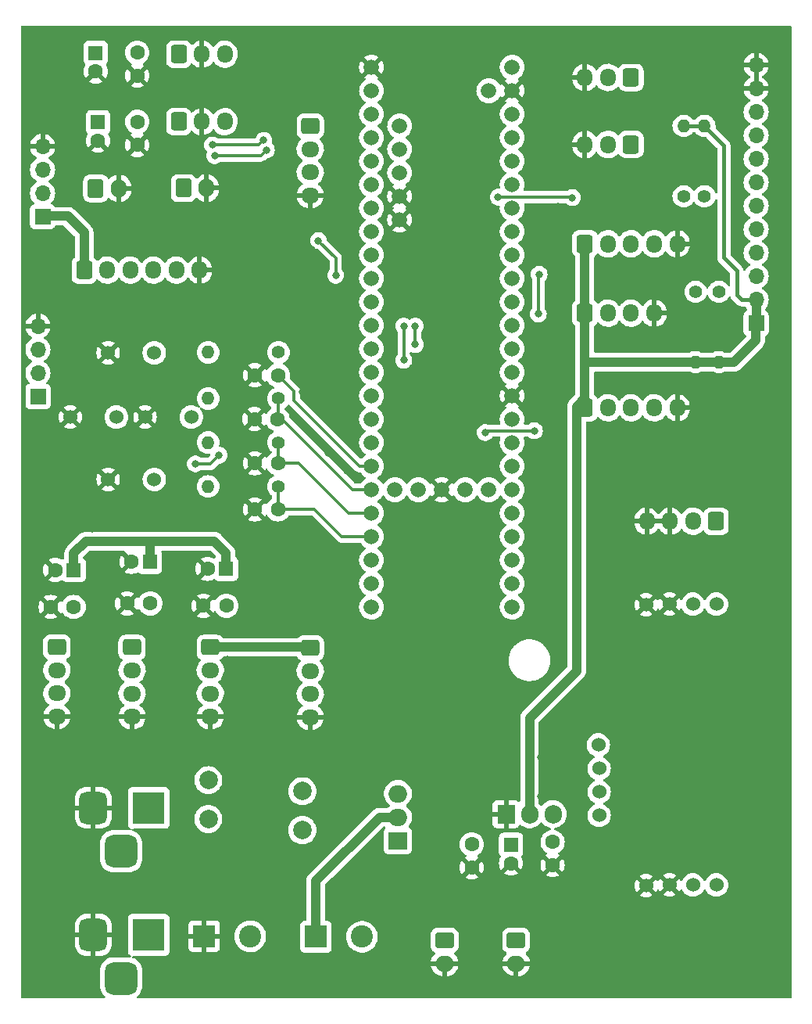
<source format=gbl>
%TF.GenerationSoftware,KiCad,Pcbnew,7.0.1*%
%TF.CreationDate,2023-04-14T16:28:44+02:00*%
%TF.ProjectId,AutkoPcb,4175746b-6f50-4636-922e-6b696361645f,rev?*%
%TF.SameCoordinates,Original*%
%TF.FileFunction,Copper,L2,Bot*%
%TF.FilePolarity,Positive*%
%FSLAX46Y46*%
G04 Gerber Fmt 4.6, Leading zero omitted, Abs format (unit mm)*
G04 Created by KiCad (PCBNEW 7.0.1) date 2023-04-14 16:28:44*
%MOMM*%
%LPD*%
G01*
G04 APERTURE LIST*
G04 Aperture macros list*
%AMRoundRect*
0 Rectangle with rounded corners*
0 $1 Rounding radius*
0 $2 $3 $4 $5 $6 $7 $8 $9 X,Y pos of 4 corners*
0 Add a 4 corners polygon primitive as box body*
4,1,4,$2,$3,$4,$5,$6,$7,$8,$9,$2,$3,0*
0 Add four circle primitives for the rounded corners*
1,1,$1+$1,$2,$3*
1,1,$1+$1,$4,$5*
1,1,$1+$1,$6,$7*
1,1,$1+$1,$8,$9*
0 Add four rect primitives between the rounded corners*
20,1,$1+$1,$2,$3,$4,$5,0*
20,1,$1+$1,$4,$5,$6,$7,0*
20,1,$1+$1,$6,$7,$8,$9,0*
20,1,$1+$1,$8,$9,$2,$3,0*%
G04 Aperture macros list end*
%TA.AperFunction,ComponentPad*%
%ADD10R,2.400000X2.400000*%
%TD*%
%TA.AperFunction,ComponentPad*%
%ADD11C,2.400000*%
%TD*%
%TA.AperFunction,ComponentPad*%
%ADD12RoundRect,0.250000X-0.600000X-0.725000X0.600000X-0.725000X0.600000X0.725000X-0.600000X0.725000X0*%
%TD*%
%TA.AperFunction,ComponentPad*%
%ADD13O,1.700000X1.950000*%
%TD*%
%TA.AperFunction,ComponentPad*%
%ADD14R,1.905000X2.000000*%
%TD*%
%TA.AperFunction,ComponentPad*%
%ADD15O,1.905000X2.000000*%
%TD*%
%TA.AperFunction,ComponentPad*%
%ADD16C,1.600000*%
%TD*%
%TA.AperFunction,ComponentPad*%
%ADD17C,2.010000*%
%TD*%
%TA.AperFunction,ComponentPad*%
%ADD18RoundRect,0.250000X-0.725000X0.600000X-0.725000X-0.600000X0.725000X-0.600000X0.725000X0.600000X0*%
%TD*%
%TA.AperFunction,ComponentPad*%
%ADD19O,1.950000X1.700000*%
%TD*%
%TA.AperFunction,ComponentPad*%
%ADD20C,1.524000*%
%TD*%
%TA.AperFunction,ComponentPad*%
%ADD21RoundRect,0.250000X-0.750000X0.600000X-0.750000X-0.600000X0.750000X-0.600000X0.750000X0.600000X0*%
%TD*%
%TA.AperFunction,ComponentPad*%
%ADD22O,2.000000X1.700000*%
%TD*%
%TA.AperFunction,ComponentPad*%
%ADD23C,1.400000*%
%TD*%
%TA.AperFunction,ComponentPad*%
%ADD24O,1.400000X1.400000*%
%TD*%
%TA.AperFunction,ComponentPad*%
%ADD25R,1.700000X1.700000*%
%TD*%
%TA.AperFunction,ComponentPad*%
%ADD26O,1.700000X1.700000*%
%TD*%
%TA.AperFunction,ComponentPad*%
%ADD27R,2.000000X1.905000*%
%TD*%
%TA.AperFunction,ComponentPad*%
%ADD28O,2.000000X1.905000*%
%TD*%
%TA.AperFunction,ComponentPad*%
%ADD29RoundRect,0.250000X0.600000X0.725000X-0.600000X0.725000X-0.600000X-0.725000X0.600000X-0.725000X0*%
%TD*%
%TA.AperFunction,ComponentPad*%
%ADD30R,1.600000X1.600000*%
%TD*%
%TA.AperFunction,ComponentPad*%
%ADD31C,1.665000*%
%TD*%
%TA.AperFunction,ComponentPad*%
%ADD32RoundRect,0.250000X-0.600000X-0.750000X0.600000X-0.750000X0.600000X0.750000X-0.600000X0.750000X0*%
%TD*%
%TA.AperFunction,ComponentPad*%
%ADD33O,1.700000X2.000000*%
%TD*%
%TA.AperFunction,ComponentPad*%
%ADD34R,3.500000X3.500000*%
%TD*%
%TA.AperFunction,ComponentPad*%
%ADD35RoundRect,0.750000X-0.750000X-1.000000X0.750000X-1.000000X0.750000X1.000000X-0.750000X1.000000X0*%
%TD*%
%TA.AperFunction,ComponentPad*%
%ADD36RoundRect,0.875000X-0.875000X-0.875000X0.875000X-0.875000X0.875000X0.875000X-0.875000X0.875000X0*%
%TD*%
%TA.AperFunction,ViaPad*%
%ADD37C,0.800000*%
%TD*%
%TA.AperFunction,Conductor*%
%ADD38C,0.300000*%
%TD*%
%TA.AperFunction,Conductor*%
%ADD39C,1.000000*%
%TD*%
%TA.AperFunction,Conductor*%
%ADD40C,0.400000*%
%TD*%
G04 APERTURE END LIST*
D10*
%TO.P,J901,1,Pin_1*%
%TO.N,GND*%
X124500000Y-122950000D03*
D11*
%TO.P,J901,2,Pin_2*%
%TO.N,/Power/VIN_CONN*%
X129500000Y-122950000D03*
%TD*%
D12*
%TO.P,J110,1,Pin_1*%
%TO.N,+3.3V*%
X165750000Y-55500000D03*
D13*
%TO.P,J110,2,Pin_2*%
%TO.N,/IMU_SCL*%
X168250000Y-55500000D03*
%TO.P,J110,3,Pin_3*%
%TO.N,/IMU_SDA*%
X170750000Y-55500000D03*
%TO.P,J110,4,Pin_4*%
%TO.N,GND*%
X173250000Y-55500000D03*
%TD*%
D14*
%TO.P,U901,1,GND*%
%TO.N,GND*%
X157210000Y-109730000D03*
D15*
%TO.P,U901,2,VO*%
%TO.N,+3.3V*%
X159750000Y-109730000D03*
%TO.P,U901,3,VI*%
%TO.N,+5V*%
X162290000Y-109730000D03*
%TD*%
D16*
%TO.P,C401,1*%
%TO.N,+5V*%
X117250000Y-27300000D03*
%TO.P,C401,2*%
%TO.N,GND*%
X117250000Y-29800000D03*
%TD*%
D17*
%TO.P,F902,1*%
%TO.N,/Power/VIN_DIODE2*%
X135150000Y-107250000D03*
%TO.P,F902,2*%
%TO.N,/Power/VIN_CONN2*%
X124950000Y-106050000D03*
%TD*%
D18*
%TO.P,J601,1,Pin_1*%
%TO.N,+3.3V*%
X116690000Y-91675000D03*
D19*
%TO.P,J601,2,Pin_2*%
%TO.N,/ULTRAD1_A*%
X116690000Y-94175000D03*
%TO.P,J601,3,Pin_3*%
%TO.N,/ULTRAD1_B*%
X116690000Y-96675000D03*
%TO.P,J601,4,Pin_4*%
%TO.N,GND*%
X116690000Y-99175000D03*
%TD*%
D20*
%TO.P,SW1301,1,1*%
%TO.N,/BUTTON_D*%
X119100000Y-73500000D03*
%TO.P,SW1301,2,2*%
%TO.N,GND*%
X114100000Y-73500000D03*
%TD*%
D21*
%TO.P,J906,1,Pin_1*%
%TO.N,VCC*%
X158300000Y-123400000D03*
D22*
%TO.P,J906,2,Pin_2*%
%TO.N,GND*%
X158300000Y-125900000D03*
%TD*%
D23*
%TO.P,R104,1*%
%TO.N,/TOF_SDA*%
X178700000Y-42860000D03*
D24*
%TO.P,R104,2*%
%TO.N,+3.3V*%
X178700000Y-35240000D03*
%TD*%
D25*
%TO.P,J114,1,Pin_1*%
%TO.N,+3.3V*%
X184300000Y-56600000D03*
D26*
%TO.P,J114,2,Pin_2*%
X184300000Y-54060000D03*
%TO.P,J114,3,Pin_3*%
%TO.N,/A16_NC*%
X184300000Y-51520000D03*
%TO.P,J114,4,Pin_4*%
%TO.N,/A15_NC*%
X184300000Y-48980000D03*
%TO.P,J114,5,Pin_5*%
%TO.N,/A11_NC*%
X184300000Y-46440000D03*
%TO.P,J114,6,Pin_6*%
%TO.N,/A10_NC*%
X184300000Y-43900000D03*
%TO.P,J114,7,Pin_7*%
%TO.N,/A0_NC*%
X184300000Y-41360000D03*
%TO.P,J114,8,Pin_8*%
%TO.N,/A1_NC*%
X184300000Y-38820000D03*
%TO.P,J114,9,Pin_9*%
%TO.N,/A6_NC*%
X184300000Y-36280000D03*
%TO.P,J114,10,Pin_10*%
%TO.N,/A7_NC*%
X184300000Y-33740000D03*
%TO.P,J114,11,Pin_11*%
%TO.N,GND*%
X184300000Y-31200000D03*
%TO.P,J114,12,Pin_12*%
X184300000Y-28660000D03*
%TD*%
D27*
%TO.P,D901,1,K*%
%TO.N,/Power/VIN_DIODE1*%
X145495000Y-112590000D03*
D28*
%TO.P,D901,2,A*%
%TO.N,/Power/VIN_FUSE*%
X145495000Y-110050000D03*
%TO.P,D901,3,K*%
%TO.N,/Power/VIN_DIODE2*%
X145495000Y-107510000D03*
%TD*%
D12*
%TO.P,J401,1,Pin_1*%
%TO.N,+5V*%
X121750000Y-27475000D03*
D13*
%TO.P,J401,2,Pin_2*%
%TO.N,GND*%
X124250000Y-27475000D03*
%TO.P,J401,3,Pin_3*%
%TO.N,/CAMERA_SERVO_A*%
X126750000Y-27475000D03*
%TD*%
D29*
%TO.P,J112,1,Pin_1*%
%TO.N,/6V_PASSTHROUGHT*%
X170750000Y-37250000D03*
D13*
%TO.P,J112,2,Pin_2*%
%TO.N,/STEERING_IN*%
X168250000Y-37250000D03*
%TO.P,J112,3,Pin_3*%
%TO.N,GND*%
X165750000Y-37250000D03*
%TD*%
D30*
%TO.P,C502,1*%
%TO.N,+5V*%
X113000000Y-34844888D03*
D16*
%TO.P,C502,2*%
%TO.N,GND*%
X113000000Y-36844888D03*
%TD*%
D20*
%TO.P,SW1201,1,1*%
%TO.N,/BUTTON_C*%
X115000000Y-66750000D03*
%TO.P,SW1201,2,2*%
%TO.N,GND*%
X110000000Y-66750000D03*
%TD*%
D16*
%TO.P,C1301,1*%
%TO.N,/BUTTON_D*%
X132500000Y-76750000D03*
%TO.P,C1301,2*%
%TO.N,GND*%
X130000000Y-76750000D03*
%TD*%
D31*
%TO.P,IC201,1,TX1*%
%TO.N,/TX1_NC*%
X142630000Y-33965000D03*
%TO.P,IC201,2,OUT2*%
%TO.N,/ULTRAD3_A*%
X142630000Y-36505000D03*
%TO.P,IC201,3,LRCLK2*%
%TO.N,/ULTRAD3_B*%
X142630000Y-39045000D03*
%TO.P,IC201,4,BCLK2*%
%TO.N,/CAMERA_SERVO_A*%
X142630000Y-41585000D03*
%TO.P,IC201,5,IN2*%
%TO.N,/CAMERA_SERVO_B*%
X142630000Y-44125000D03*
%TO.P,IC201,6,OUT1D*%
%TO.N,/SPEED_IN*%
X142630000Y-46665000D03*
%TO.P,IC201,7,RX2*%
%TO.N,/RX2_NC*%
X142630000Y-49205000D03*
%TO.P,IC201,8,TX2*%
%TO.N,/TX2_NC*%
X142630000Y-51745000D03*
%TO.P,IC201,9,OUT1C*%
%TO.N,/SPEED_OUT*%
X142630000Y-54285000D03*
%TO.P,IC201,10,CS_1*%
%TO.N,/DISP_CS*%
X142630000Y-56825000D03*
%TO.P,IC201,11,MOSI*%
%TO.N,/DISP_MOSI*%
X142630000Y-59365000D03*
%TO.P,IC201,12,MISO*%
%TO.N,/DISP_MISO*%
X142630000Y-61905000D03*
%TO.P,IC201,13,SCK*%
%TO.N,/DISP_SCK*%
X157870000Y-61905000D03*
%TO.P,IC201,14,A0*%
%TO.N,/A0_NC*%
X157870000Y-59365000D03*
%TO.P,IC201,15,A1*%
%TO.N,/A1_NC*%
X157870000Y-56825000D03*
%TO.P,IC201,16,A2*%
%TO.N,/IMU_SCL*%
X157870000Y-54285000D03*
%TO.P,IC201,17,A3*%
%TO.N,/IMU_SDA*%
X157870000Y-51745000D03*
%TO.P,IC201,18,A4*%
%TO.N,/TOF_SDA*%
X157870000Y-49205000D03*
%TO.P,IC201,19,A5*%
%TO.N,/TOF_SCL*%
X157870000Y-46665000D03*
%TO.P,IC201,20,A6*%
%TO.N,/A6_NC*%
X157870000Y-44125000D03*
%TO.P,IC201,21,A7*%
%TO.N,/A7_NC*%
X157870000Y-41585000D03*
%TO.P,IC201,22,A8*%
%TO.N,/STEERING_IN*%
X157870000Y-39045000D03*
%TO.P,IC201,23,A9*%
%TO.N,/STEERING_OUT*%
X157870000Y-36505000D03*
%TO.P,IC201,24,A10*%
%TO.N,/A10_NC*%
X142630000Y-66985000D03*
%TO.P,IC201,25,A11*%
%TO.N,/A11_NC*%
X142630000Y-69525000D03*
%TO.P,IC201,26,A12*%
%TO.N,/BUTTON_A*%
X142630000Y-72065000D03*
%TO.P,IC201,27,A13*%
%TO.N,/BUTTON_B*%
X142630000Y-74605000D03*
%TO.P,IC201,28,RX7*%
%TO.N,/BUTTON_C*%
X142630000Y-77145000D03*
%TO.P,IC201,29,TX7*%
%TO.N,/BUTTON_D*%
X142630000Y-79685000D03*
%TO.P,IC201,30,CRX3*%
%TO.N,/ULTRAD2_A*%
X142630000Y-82225000D03*
%TO.P,IC201,31,CTX3*%
%TO.N,/ULTRAD2_B*%
X142630000Y-84765000D03*
%TO.P,IC201,32,OUT1B*%
%TO.N,/ENCODER_A*%
X142630000Y-87305000D03*
%TO.P,IC201,33,MCLK2*%
%TO.N,/ENCODER_B*%
X157870000Y-87305000D03*
%TO.P,IC201,34,RX8*%
%TO.N,/GPS_RX*%
X157870000Y-84765000D03*
%TO.P,IC201,35,TX8*%
%TO.N,/GPS_TX*%
X157870000Y-82225000D03*
%TO.P,IC201,36,CS_2*%
%TO.N,/ULTRAD1_B*%
X157870000Y-79685000D03*
%TO.P,IC201,37,CS_3*%
%TO.N,/ULTRAD1_A*%
X157870000Y-77145000D03*
%TO.P,IC201,38,A14*%
%TO.N,/GPS_EN*%
X157870000Y-74605000D03*
%TO.P,IC201,39,A15*%
%TO.N,/A15_NC*%
X157870000Y-72065000D03*
%TO.P,IC201,40,A16*%
%TO.N,/A16_NC*%
X157870000Y-69525000D03*
%TO.P,IC201,41,A17*%
%TO.N,/TOF_INT*%
X157870000Y-66985000D03*
%TO.P,IC201,42,3.3V_1*%
%TO.N,unconnected-(IC201-3.3V_1-Pad42)*%
X142630000Y-64445000D03*
%TO.P,IC201,43,VBAT*%
%TO.N,unconnected-(IC201-VBAT-Pad43)*%
X145170000Y-74605000D03*
%TO.P,IC201,44,3.3V_2*%
%TO.N,unconnected-(IC201-3.3V_2-Pad44)*%
X147710000Y-74605000D03*
%TO.P,IC201,45,GND_1*%
%TO.N,GND*%
X150250000Y-74605000D03*
%TO.P,IC201,46,PROGRAM*%
%TO.N,/Tensee/PROGRAM_NC*%
X152790000Y-74605000D03*
%TO.P,IC201,47,ON/OFF*%
%TO.N,/Tensee/ON_OFF_NC*%
X155330000Y-74605000D03*
%TO.P,IC201,48,GND_2*%
%TO.N,GND*%
X145680000Y-45395000D03*
%TO.P,IC201,49,GND_3*%
X145680000Y-42855000D03*
%TO.P,IC201,50,D+*%
%TO.N,/D+_NC*%
X145680000Y-40315000D03*
%TO.P,IC201,51,D-*%
%TO.N,/D-_NC*%
X145680000Y-37775000D03*
%TO.P,IC201,52,+5V*%
%TO.N,unconnected-(IC201-+5V-Pad52)*%
X145680000Y-35235000D03*
%TO.P,IC201,53,3.3V_(250_M_A_MAX)*%
%TO.N,unconnected-(IC201-3.3V_(250_M_A_MAX)-Pad53)*%
X157870000Y-33965000D03*
%TO.P,IC201,55,VIN_(3.6_TO_5.5_VOLTS)*%
%TO.N,+5V*%
X157870000Y-28885000D03*
%TO.P,IC201,57,RX1*%
%TO.N,/RX1_NC*%
X142630000Y-31425000D03*
%TO.P,IC201,68,VUSB*%
%TO.N,/V_USB_NC*%
X155330000Y-31425000D03*
%TO.P,IC201,69,GND_4*%
%TO.N,GND*%
X157870000Y-64445000D03*
%TO.P,IC201,70,GND_5*%
X157870000Y-31425000D03*
%TO.P,IC201,71,GND_6*%
X142630000Y-28885000D03*
%TD*%
D32*
%TO.P,J107,1,Pin_1*%
%TO.N,/SPEED_IN*%
X122250000Y-41975000D03*
D33*
%TO.P,J107,2,Pin_2*%
%TO.N,GND*%
X124750000Y-41975000D03*
%TD*%
D23*
%TO.P,R1101,1*%
%TO.N,/BUTTON_B*%
X132560000Y-64750000D03*
D24*
%TO.P,R1101,2*%
%TO.N,+3.3V*%
X124940000Y-64750000D03*
%TD*%
D21*
%TO.P,J905,1,Pin_1*%
%TO.N,VCC*%
X150550000Y-123400000D03*
D22*
%TO.P,J905,2,Pin_2*%
%TO.N,GND*%
X150550000Y-125900000D03*
%TD*%
D12*
%TO.P,J501,1,Pin_1*%
%TO.N,+5V*%
X121750000Y-34775000D03*
D13*
%TO.P,J501,2,Pin_2*%
%TO.N,GND*%
X124250000Y-34775000D03*
%TO.P,J501,3,Pin_3*%
%TO.N,/CAMERA_SERVO_B*%
X126750000Y-34775000D03*
%TD*%
D20*
%TO.P,SW1101,1,1*%
%TO.N,/BUTTON_B*%
X123100000Y-66750000D03*
%TO.P,SW1101,2,2*%
%TO.N,GND*%
X118100000Y-66750000D03*
%TD*%
D18*
%TO.P,J102,1,Pin_1*%
%TO.N,+3.3V*%
X136000000Y-91750000D03*
D19*
%TO.P,J102,2,Pin_2*%
%TO.N,/ENCODER_A*%
X136000000Y-94250000D03*
%TO.P,J102,3,Pin_3*%
%TO.N,/ENCODER_B*%
X136000000Y-96750000D03*
%TO.P,J102,4,Pin_4*%
%TO.N,GND*%
X136000000Y-99250000D03*
%TD*%
D16*
%TO.P,C901,1*%
%TO.N,+5V*%
X162250000Y-112750000D03*
%TO.P,C901,2*%
%TO.N,GND*%
X162250000Y-115250000D03*
%TD*%
D12*
%TO.P,J111,1,Pin_1*%
%TO.N,+3.3V*%
X165750000Y-65750000D03*
D13*
%TO.P,J111,2,Pin_2*%
%TO.N,/GPS_EN*%
X168250000Y-65750000D03*
%TO.P,J111,3,Pin_3*%
%TO.N,/GPS_TX*%
X170750000Y-65750000D03*
%TO.P,J111,4,Pin_4*%
%TO.N,/GPS_RX*%
X173250000Y-65750000D03*
%TO.P,J111,5,Pin_5*%
%TO.N,GND*%
X175750000Y-65750000D03*
%TD*%
D20*
%TO.P,DC901,1,GND_IN*%
%TO.N,GND*%
X172384600Y-117478000D03*
X174924600Y-117398000D03*
%TO.P,DC901,2,Vin*%
%TO.N,VCC*%
X177464600Y-117398000D03*
X180004600Y-117398000D03*
%TO.P,DC901,3,GND_OUT*%
%TO.N,GND*%
X172380000Y-87080000D03*
X174920000Y-87000000D03*
%TO.P,DC901,4,Vout*%
%TO.N,+5V*%
X177460000Y-87000000D03*
X180000000Y-87000000D03*
%TO.P,DC901,5,EN*%
%TO.N,unconnected-(DC901-EN-Pad5)*%
X167290000Y-109860000D03*
%TO.P,DC901,6,PG*%
%TO.N,unconnected-(DC901-PG-Pad6)*%
X167290000Y-107320000D03*
%TO.P,DC901,7,FB*%
%TO.N,unconnected-(DC901-FB-Pad7)*%
X167294600Y-104780000D03*
%TO.P,DC901,8,VOUT2*%
%TO.N,unconnected-(DC901-VOUT2-Pad8)*%
X167210000Y-102240000D03*
%TD*%
D25*
%TO.P,J103,1,Pin_1*%
%TO.N,+3.3V*%
X107000000Y-45065000D03*
D26*
%TO.P,J103,2,Pin_2*%
%TO.N,/TX1_NC*%
X107000000Y-42525000D03*
%TO.P,J103,3,Pin_3*%
%TO.N,/RX1_NC*%
X107000000Y-39985000D03*
%TO.P,J103,4,Pin_4*%
%TO.N,GND*%
X107000000Y-37445000D03*
%TD*%
D23*
%TO.P,R102,1*%
%TO.N,/TOF_SCL*%
X176450000Y-42860000D03*
D24*
%TO.P,R102,2*%
%TO.N,+3.3V*%
X176450000Y-35240000D03*
%TD*%
D16*
%TO.P,C1201,1*%
%TO.N,/BUTTON_C*%
X132500000Y-71750000D03*
%TO.P,C1201,2*%
%TO.N,GND*%
X130000000Y-71750000D03*
%TD*%
D30*
%TO.P,C903,1*%
%TO.N,+3.3V*%
X157750000Y-113044888D03*
D16*
%TO.P,C903,2*%
%TO.N,GND*%
X157750000Y-115044888D03*
%TD*%
%TO.P,C701,1*%
%TO.N,+3.3V*%
X126915000Y-87175000D03*
%TO.P,C701,2*%
%TO.N,GND*%
X124415000Y-87175000D03*
%TD*%
D23*
%TO.P,R1001,1*%
%TO.N,/BUTTON_A*%
X132560000Y-59750000D03*
D24*
%TO.P,R1001,2*%
%TO.N,+3.3V*%
X124940000Y-59750000D03*
%TD*%
D16*
%TO.P,C801,1*%
%TO.N,+3.3V*%
X110370113Y-87305000D03*
%TO.P,C801,2*%
%TO.N,GND*%
X107870113Y-87305000D03*
%TD*%
D20*
%TO.P,SW1001,1,1*%
%TO.N,/BUTTON_A*%
X119100000Y-59800000D03*
%TO.P,SW1001,2,2*%
%TO.N,GND*%
X114100000Y-59800000D03*
%TD*%
D16*
%TO.P,C501,1*%
%TO.N,+5V*%
X117250000Y-34800000D03*
%TO.P,C501,2*%
%TO.N,GND*%
X117250000Y-37300000D03*
%TD*%
D17*
%TO.P,F901,1*%
%TO.N,/Power/VIN_CONN*%
X124950000Y-110250000D03*
%TO.P,F901,2*%
%TO.N,/Power/VIN_DIODE1*%
X135150000Y-111450000D03*
%TD*%
D30*
%TO.P,C802,1*%
%TO.N,+3.3V*%
X110370113Y-83305000D03*
D16*
%TO.P,C802,2*%
%TO.N,GND*%
X108370113Y-83305000D03*
%TD*%
%TO.P,C902,1*%
%TO.N,+3.3V*%
X153500000Y-113000000D03*
%TO.P,C902,2*%
%TO.N,GND*%
X153500000Y-115500000D03*
%TD*%
D32*
%TO.P,J108,1,Pin_1*%
%TO.N,/SPEED_OUT*%
X112750000Y-42000000D03*
D33*
%TO.P,J108,2,Pin_2*%
%TO.N,GND*%
X115250000Y-42000000D03*
%TD*%
D16*
%TO.P,C601,1*%
%TO.N,+3.3V*%
X118665000Y-86925000D03*
%TO.P,C601,2*%
%TO.N,GND*%
X116165000Y-86925000D03*
%TD*%
D18*
%TO.P,J701,1,Pin_1*%
%TO.N,+3.3V*%
X125165000Y-91675000D03*
D19*
%TO.P,J701,2,Pin_2*%
%TO.N,/ULTRAD2_A*%
X125165000Y-94175000D03*
%TO.P,J701,3,Pin_3*%
%TO.N,/ULTRAD2_B*%
X125165000Y-96675000D03*
%TO.P,J701,4,Pin_4*%
%TO.N,GND*%
X125165000Y-99175000D03*
%TD*%
D16*
%TO.P,C1001,1*%
%TO.N,/BUTTON_A*%
X132500000Y-62225000D03*
%TO.P,C1001,2*%
%TO.N,GND*%
X130000000Y-62225000D03*
%TD*%
D34*
%TO.P,J903,1*%
%TO.N,/Power/VIN_CONN2*%
X118500000Y-109042500D03*
D35*
%TO.P,J903,2*%
%TO.N,GND*%
X112500000Y-109042500D03*
D36*
%TO.P,J903,3*%
%TO.N,N/C*%
X115500000Y-113742500D03*
%TD*%
D23*
%TO.P,R103,1*%
%TO.N,/IMU_SDA*%
X177750000Y-53190000D03*
D24*
%TO.P,R103,2*%
%TO.N,+3.3V*%
X177750000Y-60810000D03*
%TD*%
D30*
%TO.P,C702,1*%
%TO.N,+3.3V*%
X126870113Y-83175000D03*
D16*
%TO.P,C702,2*%
%TO.N,GND*%
X124870113Y-83175000D03*
%TD*%
D12*
%TO.P,J109,1,Pin_1*%
%TO.N,+3.3V*%
X165750000Y-48000000D03*
D13*
%TO.P,J109,2,Pin_2*%
%TO.N,/TOF_SCL*%
X168250000Y-48000000D03*
%TO.P,J109,3,Pin_3*%
%TO.N,/TOF_SDA*%
X170750000Y-48000000D03*
%TO.P,J109,4,Pin_4*%
%TO.N,/TOF_INT*%
X173250000Y-48000000D03*
%TO.P,J109,5,Pin_5*%
%TO.N,GND*%
X175750000Y-48000000D03*
%TD*%
D18*
%TO.P,J105,1,Pin_1*%
%TO.N,/V_USB_NC*%
X136000000Y-35275000D03*
D19*
%TO.P,J105,2,Pin_2*%
%TO.N,/D-_NC*%
X136000000Y-37775000D03*
%TO.P,J105,3,Pin_3*%
%TO.N,/D+_NC*%
X136000000Y-40275000D03*
%TO.P,J105,4,Pin_4*%
%TO.N,GND*%
X136000000Y-42775000D03*
%TD*%
D16*
%TO.P,C1101,1*%
%TO.N,/BUTTON_B*%
X132450000Y-66975000D03*
%TO.P,C1101,2*%
%TO.N,GND*%
X129950000Y-66975000D03*
%TD*%
D29*
%TO.P,J113,1,Pin_1*%
%TO.N,/6V_PASSTHROUGHT*%
X170750000Y-30000000D03*
D13*
%TO.P,J113,2,Pin_2*%
%TO.N,/STEERING_OUT*%
X168250000Y-30000000D03*
%TO.P,J113,3,Pin_3*%
%TO.N,GND*%
X165750000Y-30000000D03*
%TD*%
D29*
%TO.P,J907,1,Pin_1*%
%TO.N,+5V*%
X179971800Y-78024000D03*
D13*
%TO.P,J907,2,Pin_2*%
X177471800Y-78024000D03*
%TO.P,J907,3,Pin_3*%
%TO.N,GND*%
X174971800Y-78024000D03*
%TO.P,J907,4,Pin_4*%
X172471800Y-78024000D03*
%TD*%
D23*
%TO.P,R1201,1*%
%TO.N,/BUTTON_C*%
X132560000Y-69500000D03*
D24*
%TO.P,R1201,2*%
%TO.N,+3.3V*%
X124940000Y-69500000D03*
%TD*%
D30*
%TO.P,C402,1*%
%TO.N,+5V*%
X112750000Y-27344888D03*
D16*
%TO.P,C402,2*%
%TO.N,GND*%
X112750000Y-29344888D03*
%TD*%
D34*
%TO.P,J902,1*%
%TO.N,/Power/VIN_CONN*%
X118500000Y-122792500D03*
D35*
%TO.P,J902,2*%
%TO.N,GND*%
X112500000Y-122792500D03*
D36*
%TO.P,J902,3*%
%TO.N,N/C*%
X115500000Y-127492500D03*
%TD*%
D30*
%TO.P,C602,1*%
%TO.N,+3.3V*%
X118620112Y-82425000D03*
D16*
%TO.P,C602,2*%
%TO.N,GND*%
X116620112Y-82425000D03*
%TD*%
D23*
%TO.P,R1301,1*%
%TO.N,/BUTTON_D*%
X132560000Y-74250000D03*
D24*
%TO.P,R1301,2*%
%TO.N,+3.3V*%
X124940000Y-74250000D03*
%TD*%
D23*
%TO.P,R101,1*%
%TO.N,/IMU_SCL*%
X180250000Y-53190000D03*
D24*
%TO.P,R101,2*%
%TO.N,+3.3V*%
X180250000Y-60810000D03*
%TD*%
D25*
%TO.P,J104,1,Pin_1*%
%TO.N,+3.3V*%
X106500000Y-64525000D03*
D26*
%TO.P,J104,2,Pin_2*%
%TO.N,/TX2_NC*%
X106500000Y-61985000D03*
%TO.P,J104,3,Pin_3*%
%TO.N,/RX2_NC*%
X106500000Y-59445000D03*
%TO.P,J104,4,Pin_4*%
%TO.N,GND*%
X106500000Y-56905000D03*
%TD*%
D10*
%TO.P,J904,1,Pin_1*%
%TO.N,/Power/VIN_FUSE*%
X136600000Y-123000000D03*
D11*
%TO.P,J904,2,Pin_2*%
%TO.N,VCC*%
X141600000Y-123000000D03*
%TD*%
D18*
%TO.P,J801,1,Pin_1*%
%TO.N,+3.3V*%
X108555000Y-91655000D03*
D19*
%TO.P,J801,2,Pin_2*%
%TO.N,/ULTRAD3_A*%
X108555000Y-94155000D03*
%TO.P,J801,3,Pin_3*%
%TO.N,/ULTRAD3_B*%
X108555000Y-96655000D03*
%TO.P,J801,4,Pin_4*%
%TO.N,GND*%
X108555000Y-99155000D03*
%TD*%
D12*
%TO.P,J101,1,Pin_1*%
%TO.N,+3.3V*%
X111500000Y-50845000D03*
D13*
%TO.P,J101,2,Pin_2*%
%TO.N,/DISP_MISO*%
X114000000Y-50845000D03*
%TO.P,J101,3,Pin_3*%
%TO.N,/DISP_MOSI*%
X116500000Y-50845000D03*
%TO.P,J101,4,Pin_4*%
%TO.N,/DISP_SCK*%
X119000000Y-50845000D03*
%TO.P,J101,5,Pin_5*%
%TO.N,/DISP_CS*%
X121500000Y-50845000D03*
%TO.P,J101,6,Pin_6*%
%TO.N,GND*%
X124000000Y-50845000D03*
%TD*%
D37*
%TO.N,/ULTRAD3_A*%
X147380000Y-58905000D03*
X147380000Y-56905000D03*
%TO.N,/ULTRAD3_B*%
X146130000Y-56905000D03*
X146130000Y-60600000D03*
%TO.N,GND*%
X127275000Y-59650000D03*
X120002500Y-85062500D03*
X107350000Y-54225000D03*
X133150000Y-48625000D03*
X146380000Y-66155000D03*
X153630000Y-32905000D03*
X113000000Y-55800000D03*
X162000000Y-121800000D03*
X163600000Y-55200000D03*
X144380000Y-33405000D03*
X172400000Y-92000000D03*
X125950000Y-52425000D03*
X166400000Y-68000000D03*
X139630000Y-62655000D03*
X137950000Y-70625000D03*
X127000000Y-93000000D03*
X166800000Y-87600000D03*
X154600000Y-44000000D03*
X179600000Y-84800000D03*
X105800000Y-28800000D03*
X135380000Y-52905000D03*
X185400000Y-63400000D03*
X112402500Y-78862500D03*
X156000000Y-40200000D03*
X162200000Y-46400000D03*
X136600000Y-78800000D03*
X131200000Y-88200000D03*
X122200000Y-106200000D03*
X140550000Y-67025000D03*
X164200000Y-97400000D03*
X130250000Y-45025000D03*
X167000000Y-93400000D03*
X161400000Y-77800000D03*
X126600000Y-116400000D03*
X118800000Y-40600000D03*
X144630000Y-53155000D03*
X180600000Y-34600000D03*
X113750000Y-57025000D03*
X151000000Y-39400000D03*
X130950000Y-58225000D03*
X155380000Y-88905000D03*
X159380000Y-75655000D03*
X107150000Y-48625000D03*
X147000000Y-50275000D03*
X122800000Y-119200000D03*
X169000000Y-95200000D03*
X148880000Y-59405000D03*
X105800000Y-25600000D03*
X137150000Y-62425000D03*
X185400000Y-60600000D03*
X149380000Y-65905000D03*
X147000000Y-46775000D03*
X106800000Y-79000000D03*
X150630000Y-61655000D03*
X130400000Y-95000000D03*
X144630000Y-56905000D03*
X151200000Y-53600000D03*
X167800000Y-72400000D03*
X167800000Y-57600000D03*
X146800000Y-64200000D03*
X149130000Y-56905000D03*
X144630000Y-72655000D03*
X119402500Y-95862500D03*
X150500000Y-32275000D03*
X123202500Y-95462500D03*
X112165000Y-96425000D03*
X147130000Y-61405000D03*
X131150000Y-52225000D03*
X153800000Y-122000000D03*
X129002500Y-86262500D03*
X162000000Y-56800000D03*
X158200000Y-103400000D03*
X179000000Y-27000000D03*
X156250000Y-37525000D03*
X138400000Y-55400000D03*
X149380000Y-36905000D03*
X185000000Y-72200000D03*
X151600000Y-110800000D03*
X139200000Y-86200000D03*
X140880000Y-55655000D03*
X118800000Y-46600000D03*
X119500000Y-43275000D03*
X182000000Y-27000000D03*
X134400000Y-116800000D03*
X108600000Y-32600000D03*
X155630000Y-77155000D03*
X155950000Y-66625000D03*
X111002500Y-92662500D03*
X148600000Y-108000000D03*
X147880000Y-35405000D03*
X138400000Y-41800000D03*
X147400000Y-27200000D03*
X150800000Y-42000000D03*
X136150000Y-48625000D03*
X120802500Y-81662500D03*
X121665000Y-93175000D03*
X149130000Y-76655000D03*
X159400000Y-121600000D03*
X146000000Y-70400000D03*
X159000000Y-97600000D03*
X155880000Y-63155000D03*
X122600000Y-111400000D03*
X136400000Y-27200000D03*
X159630000Y-64905000D03*
X146380000Y-72405000D03*
X124750000Y-44025000D03*
X140200000Y-116200000D03*
X162800000Y-44000000D03*
X117380000Y-56155000D03*
X151750000Y-56775000D03*
X115665000Y-89175000D03*
X144380000Y-88905000D03*
X166400000Y-74400000D03*
X152800000Y-27200000D03*
X133400000Y-35200000D03*
X153800000Y-47400000D03*
X127750000Y-48025000D03*
X144380000Y-86405000D03*
X182000000Y-41400000D03*
X106000000Y-54500000D03*
X139750000Y-69025000D03*
X128002500Y-97462500D03*
X163200000Y-82800000D03*
X159650000Y-60550000D03*
X123202500Y-84662500D03*
X179600000Y-80600000D03*
X134200000Y-66600000D03*
X125950000Y-50425000D03*
X161000000Y-107800000D03*
X163200000Y-77800000D03*
X138630000Y-47655000D03*
X181600000Y-64000000D03*
X164000000Y-38000000D03*
X138800000Y-82100000D03*
X111402500Y-89462500D03*
X134000000Y-85600000D03*
X123200000Y-37600000D03*
X160800000Y-27600000D03*
X138200000Y-34000000D03*
X140630000Y-47655000D03*
X114130000Y-53155000D03*
X163200000Y-86000000D03*
X147500000Y-86275000D03*
X114600000Y-81800000D03*
X129402500Y-82462500D03*
X149630000Y-88905000D03*
X152750000Y-66425000D03*
X137000000Y-89800000D03*
X121915000Y-90175000D03*
X139950000Y-72625000D03*
X154000000Y-108200000D03*
X147000000Y-53275000D03*
X159900000Y-37800000D03*
X168800000Y-98800000D03*
X175400000Y-26800000D03*
X149600000Y-103800000D03*
X169400000Y-68200000D03*
X105600000Y-34200000D03*
X151000000Y-45600000D03*
X146400000Y-29600000D03*
X146130000Y-77155000D03*
X144380000Y-47905000D03*
X166600000Y-79800000D03*
X151200000Y-49200000D03*
X121200000Y-77400000D03*
X155630000Y-35405000D03*
X129202500Y-90262500D03*
X175200000Y-95400000D03*
X131000000Y-39400000D03*
X154600000Y-58200000D03*
X128000000Y-77400000D03*
X162000000Y-76000000D03*
X169000000Y-33000000D03*
X163000000Y-70200000D03*
X109200000Y-46800000D03*
X161000000Y-103600000D03*
X167400000Y-63800000D03*
X174400000Y-42600000D03*
X155000000Y-28025000D03*
X127200000Y-111400000D03*
X121450000Y-58525000D03*
X153600000Y-52000000D03*
X132600000Y-103800000D03*
X127750000Y-44275000D03*
X133400000Y-42000000D03*
X133800000Y-82200000D03*
X151750000Y-59025000D03*
X161800000Y-99800000D03*
X153000000Y-71000000D03*
X150400000Y-71000000D03*
X155880000Y-81155000D03*
X172800000Y-36600000D03*
X124400000Y-77400000D03*
X113200000Y-46600000D03*
X112400000Y-63000000D03*
X125602500Y-85262500D03*
X146000000Y-121800000D03*
X151600000Y-121600000D03*
X161800000Y-61800000D03*
X149130000Y-72655000D03*
X110400000Y-25600000D03*
X152000000Y-63000000D03*
X164000000Y-107000000D03*
X140550000Y-89025000D03*
X141000000Y-105200000D03*
X159400000Y-55400000D03*
X155950000Y-69625000D03*
X163200000Y-92600000D03*
X121600000Y-115000000D03*
X155880000Y-85655000D03*
X186200000Y-76800000D03*
X153380000Y-86655000D03*
X108600000Y-75200000D03*
X127415000Y-89675000D03*
X159630000Y-73405000D03*
X155880000Y-60405000D03*
X117002500Y-85062500D03*
X158200000Y-105200000D03*
X155880000Y-72405000D03*
X144630000Y-50655000D03*
X115200000Y-31200000D03*
X141200000Y-101800000D03*
X160200000Y-35000000D03*
X137150000Y-51825000D03*
X144130000Y-76155000D03*
X135150000Y-64025000D03*
%TO.N,/BUTTON_C*%
X123550000Y-71825000D03*
X126125000Y-70875000D03*
%TO.N,/TOF_INT*%
X160800000Y-51300000D03*
X160700000Y-55600000D03*
%TO.N,/A0_NC*%
X156350000Y-42950000D03*
X164400000Y-43000000D03*
%TO.N,/A11_NC*%
X160279977Y-68229977D03*
X154950000Y-68425000D03*
%TO.N,/RX1_NC*%
X125400000Y-37300000D03*
X130950500Y-36800000D03*
%TO.N,/TX1_NC*%
X131250000Y-37850000D03*
X125650000Y-38450000D03*
%TO.N,/SPEED_OUT*%
X138750000Y-51425000D03*
X136880000Y-47655000D03*
%TD*%
D38*
%TO.N,/ULTRAD3_A*%
X147380000Y-56905000D02*
X147380000Y-58905000D01*
%TO.N,/ULTRAD3_B*%
X146130000Y-56905000D02*
X146130000Y-60600000D01*
D39*
%TO.N,+3.3V*%
X110370113Y-81494887D02*
X110370113Y-83305000D01*
D40*
X176450000Y-35240000D02*
X178700000Y-35240000D01*
D39*
X109750000Y-45025000D02*
X107150000Y-45025000D01*
X184300000Y-56600000D02*
X184300000Y-54060000D01*
X111500000Y-46775000D02*
X109750000Y-45025000D01*
X165750000Y-60850000D02*
X165750000Y-64700000D01*
X165750000Y-48000000D02*
X165750000Y-60850000D01*
D40*
X184300000Y-54060000D02*
X182760000Y-54060000D01*
D39*
X118620112Y-80480112D02*
X118502500Y-80362500D01*
X184275000Y-58425000D02*
X184275000Y-56785000D01*
D40*
X182200000Y-53500000D02*
X182200000Y-50900000D01*
D39*
X180250000Y-60810000D02*
X181890000Y-60810000D01*
X126870113Y-83175000D02*
X126870113Y-81480113D01*
X181890000Y-60810000D02*
X184275000Y-58425000D01*
X125165000Y-91675000D02*
X135925000Y-91675000D01*
X164850000Y-94225000D02*
X159750000Y-99325000D01*
X126870113Y-81480113D02*
X125590000Y-80200000D01*
X165750000Y-64700000D02*
X164850000Y-65600000D01*
X164850000Y-65600000D02*
X164850000Y-94225000D01*
X111500000Y-50845000D02*
X111500000Y-46775000D01*
X111665000Y-80200000D02*
X110370113Y-81494887D01*
X165790000Y-60810000D02*
X165750000Y-60850000D01*
D40*
X182200000Y-50900000D02*
X180800000Y-49500000D01*
X180800000Y-37340000D02*
X178700000Y-35240000D01*
X180800000Y-49500000D02*
X180800000Y-37340000D01*
D39*
X118502500Y-80362500D02*
X118340000Y-80200000D01*
X118340000Y-80200000D02*
X111665000Y-80200000D01*
X177750000Y-60810000D02*
X165790000Y-60810000D01*
X159750000Y-99325000D02*
X159750000Y-109730000D01*
X165750000Y-64700000D02*
X165750000Y-65750000D01*
X118620112Y-82425000D02*
X118620112Y-80480112D01*
X125590000Y-80200000D02*
X118340000Y-80200000D01*
X180250000Y-60810000D02*
X177750000Y-60810000D01*
D40*
X182760000Y-54060000D02*
X182200000Y-53500000D01*
D38*
%TO.N,/BUTTON_A*%
X134250000Y-65000000D02*
X141315000Y-72065000D01*
X134250000Y-63975000D02*
X134250000Y-65000000D01*
X132500000Y-62225000D02*
X134250000Y-63975000D01*
X142630000Y-72065000D02*
X141315000Y-72065000D01*
%TO.N,/BUTTON_B*%
X140605000Y-74605000D02*
X142630000Y-74605000D01*
X132560000Y-66865000D02*
X132560000Y-64750000D01*
X132975000Y-66975000D02*
X140605000Y-74605000D01*
%TO.N,/BUTTON_C*%
X125175000Y-71825000D02*
X126125000Y-70875000D01*
X142630000Y-77145000D02*
X140120000Y-77145000D01*
X123550000Y-71825000D02*
X125175000Y-71825000D01*
X132500000Y-71750000D02*
X132500000Y-69560000D01*
X134725000Y-71750000D02*
X132500000Y-71750000D01*
X140120000Y-77145000D02*
X134725000Y-71750000D01*
%TO.N,/BUTTON_D*%
X132500000Y-76750000D02*
X132500000Y-74310000D01*
X136450000Y-76750000D02*
X132500000Y-76750000D01*
X142630000Y-79685000D02*
X139385000Y-79685000D01*
X139385000Y-79685000D02*
X136450000Y-76750000D01*
%TO.N,/TOF_INT*%
X160700000Y-51400000D02*
X160700000Y-55600000D01*
X160800000Y-51300000D02*
X160700000Y-51400000D01*
D39*
%TO.N,/Power/VIN_FUSE*%
X136600000Y-116945000D02*
X143495000Y-110050000D01*
X143495000Y-110050000D02*
X145495000Y-110050000D01*
X136600000Y-123000000D02*
X136600000Y-116945000D01*
D38*
%TO.N,/A0_NC*%
X156357500Y-42942500D02*
X156350000Y-42950000D01*
X164342500Y-42942500D02*
X156357500Y-42942500D01*
X164400000Y-43000000D02*
X164342500Y-42942500D01*
%TO.N,/A11_NC*%
X160275000Y-68225000D02*
X155150000Y-68225000D01*
X160279977Y-68229977D02*
X160275000Y-68225000D01*
X155150000Y-68225000D02*
X154950000Y-68425000D01*
%TO.N,/RX1_NC*%
X130950500Y-36800000D02*
X130450500Y-37300000D01*
X130450500Y-37300000D02*
X125400000Y-37300000D01*
%TO.N,/TX1_NC*%
X130650000Y-38450000D02*
X125650000Y-38450000D01*
X131250000Y-37850000D02*
X130650000Y-38450000D01*
%TO.N,/SPEED_OUT*%
X138750000Y-49525000D02*
X136880000Y-47655000D01*
X138750000Y-51425000D02*
X138750000Y-49525000D01*
%TD*%
%TA.AperFunction,Conductor*%
%TO.N,GND*%
G36*
X133710670Y-65401776D02*
G01*
X133755894Y-65440230D01*
X133766157Y-65454355D01*
X133766158Y-65454356D01*
X133766159Y-65454357D01*
X133792546Y-65476186D01*
X133801751Y-65483801D01*
X133810531Y-65491791D01*
X140788125Y-72469385D01*
X140801642Y-72486256D01*
X140803583Y-72488079D01*
X140803584Y-72488080D01*
X140840795Y-72523023D01*
X140855256Y-72536603D01*
X140858067Y-72539327D01*
X140878667Y-72559927D01*
X140882170Y-72562644D01*
X140891197Y-72570354D01*
X140924867Y-72601972D01*
X140943666Y-72612307D01*
X140960186Y-72623159D01*
X140977132Y-72636304D01*
X141019534Y-72654653D01*
X141030182Y-72659870D01*
X141070659Y-72682122D01*
X141070663Y-72682124D01*
X141091432Y-72687456D01*
X141110134Y-72693859D01*
X141129824Y-72702380D01*
X141175448Y-72709605D01*
X141187067Y-72712011D01*
X141231812Y-72723500D01*
X141253259Y-72723500D01*
X141272967Y-72725050D01*
X141294152Y-72728406D01*
X141340140Y-72724058D01*
X141351996Y-72723500D01*
X141388437Y-72723500D01*
X141446617Y-72737737D01*
X141491650Y-72777229D01*
X141598813Y-72930274D01*
X141764725Y-73096186D01*
X141958382Y-73231787D01*
X141997874Y-73276820D01*
X142012111Y-73335000D01*
X141997874Y-73393180D01*
X141958382Y-73438213D01*
X141764725Y-73573813D01*
X141598813Y-73739725D01*
X141491650Y-73892771D01*
X141446617Y-73932263D01*
X141388437Y-73946500D01*
X140929949Y-73946500D01*
X140881731Y-73936909D01*
X140840854Y-73909595D01*
X133782239Y-66850979D01*
X133757139Y-66815133D01*
X133745813Y-66772865D01*
X133743543Y-66746913D01*
X133691408Y-66552343D01*
X133684284Y-66525756D01*
X133587522Y-66318249D01*
X133456195Y-66130696D01*
X133294301Y-65968802D01*
X133272230Y-65953348D01*
X133232737Y-65908316D01*
X133218500Y-65850135D01*
X133218500Y-65829810D01*
X133232737Y-65771629D01*
X133272227Y-65726598D01*
X133339776Y-65679301D01*
X133489301Y-65529776D01*
X133550747Y-65442020D01*
X133595290Y-65402784D01*
X133652858Y-65388297D01*
X133710670Y-65401776D01*
G37*
%TD.AperFunction*%
%TA.AperFunction,Conductor*%
G36*
X188067000Y-24421881D02*
G01*
X188113119Y-24468000D01*
X188130000Y-24531000D01*
X188130000Y-129528500D01*
X188113119Y-129591500D01*
X188067000Y-129637619D01*
X188004000Y-129654500D01*
X117339772Y-129654500D01*
X117280671Y-129639779D01*
X117235380Y-129599057D01*
X117214481Y-129541848D01*
X117222858Y-129481520D01*
X117258554Y-129432169D01*
X117263113Y-129428325D01*
X117356819Y-129349319D01*
X117508625Y-129169268D01*
X117627818Y-128966152D01*
X117710970Y-128745814D01*
X117755689Y-128514592D01*
X117758500Y-128461671D01*
X117758499Y-126523330D01*
X117755689Y-126470408D01*
X117710970Y-126239186D01*
X117678822Y-126154000D01*
X149065561Y-126154000D01*
X149096830Y-126299091D01*
X149183020Y-126513585D01*
X149304224Y-126710433D01*
X149456951Y-126883961D01*
X149636804Y-127029184D01*
X149838612Y-127141920D01*
X150056578Y-127218932D01*
X150284419Y-127258000D01*
X150296000Y-127258000D01*
X150296000Y-126154000D01*
X150804000Y-126154000D01*
X150804000Y-127254058D01*
X150930333Y-127243306D01*
X151154036Y-127185057D01*
X151364686Y-127089838D01*
X151556205Y-126960393D01*
X151723101Y-126800437D01*
X151860557Y-126614586D01*
X151964629Y-126408169D01*
X152032318Y-126187140D01*
X152036562Y-126154000D01*
X156815561Y-126154000D01*
X156846830Y-126299091D01*
X156933020Y-126513585D01*
X157054224Y-126710433D01*
X157206951Y-126883961D01*
X157386804Y-127029184D01*
X157588612Y-127141920D01*
X157806578Y-127218932D01*
X158034419Y-127258000D01*
X158046000Y-127258000D01*
X158046000Y-126154000D01*
X158554000Y-126154000D01*
X158554000Y-127254058D01*
X158680333Y-127243306D01*
X158904036Y-127185057D01*
X159114686Y-127089838D01*
X159306205Y-126960393D01*
X159473101Y-126800437D01*
X159610557Y-126614586D01*
X159714629Y-126408169D01*
X159782318Y-126187140D01*
X159786562Y-126154000D01*
X158554000Y-126154000D01*
X158046000Y-126154000D01*
X156815561Y-126154000D01*
X152036562Y-126154000D01*
X150804000Y-126154000D01*
X150296000Y-126154000D01*
X149065561Y-126154000D01*
X117678822Y-126154000D01*
X117627818Y-126018848D01*
X117508625Y-125815732D01*
X117484810Y-125787486D01*
X117356819Y-125635680D01*
X117176768Y-125483875D01*
X117176767Y-125483874D01*
X116973652Y-125364682D01*
X116788699Y-125294883D01*
X116733172Y-125253633D01*
X116707789Y-125189284D01*
X116720203Y-125121232D01*
X116766671Y-125069989D01*
X116833189Y-125051000D01*
X120298638Y-125051000D01*
X120359201Y-125044489D01*
X120496204Y-124993389D01*
X120613261Y-124905761D01*
X120700889Y-124788704D01*
X120751989Y-124651701D01*
X120758500Y-124591138D01*
X120758500Y-123204000D01*
X122792000Y-123204000D01*
X122792000Y-124198589D01*
X122798505Y-124259093D01*
X122849554Y-124395962D01*
X122937095Y-124512904D01*
X123054037Y-124600445D01*
X123190906Y-124651494D01*
X123251411Y-124658000D01*
X124246000Y-124658000D01*
X124246000Y-123204000D01*
X124754000Y-123204000D01*
X124754000Y-124658000D01*
X125748589Y-124658000D01*
X125809093Y-124651494D01*
X125945962Y-124600445D01*
X126062904Y-124512904D01*
X126150445Y-124395962D01*
X126201494Y-124259093D01*
X126208000Y-124198589D01*
X126208000Y-123204000D01*
X124754000Y-123204000D01*
X124246000Y-123204000D01*
X122792000Y-123204000D01*
X120758500Y-123204000D01*
X120758500Y-122950000D01*
X127786709Y-122950000D01*
X127805845Y-123205354D01*
X127862826Y-123455002D01*
X127956378Y-123693369D01*
X128084413Y-123915131D01*
X128244065Y-124115330D01*
X128431784Y-124289508D01*
X128587924Y-124395962D01*
X128643355Y-124433754D01*
X128747179Y-124483753D01*
X128874064Y-124544858D01*
X128928635Y-124561690D01*
X129118757Y-124620335D01*
X129371966Y-124658500D01*
X129628032Y-124658500D01*
X129628034Y-124658500D01*
X129881243Y-124620335D01*
X130125935Y-124544858D01*
X130356646Y-124433754D01*
X130568219Y-124289505D01*
X130612263Y-124248638D01*
X134891500Y-124248638D01*
X134898011Y-124309200D01*
X134949111Y-124446205D01*
X135036738Y-124563261D01*
X135153794Y-124650888D01*
X135153795Y-124650888D01*
X135153796Y-124650889D01*
X135290799Y-124701989D01*
X135351362Y-124708500D01*
X137848638Y-124708500D01*
X137909201Y-124701989D01*
X138046204Y-124650889D01*
X138163261Y-124563261D01*
X138250889Y-124446204D01*
X138301989Y-124309201D01*
X138308500Y-124248638D01*
X138308500Y-123000000D01*
X139886709Y-123000000D01*
X139905845Y-123255354D01*
X139962826Y-123505002D01*
X140056378Y-123743369D01*
X140184413Y-123965131D01*
X140344065Y-124165330D01*
X140344068Y-124165332D01*
X140344069Y-124165334D01*
X140391852Y-124209670D01*
X140531784Y-124339508D01*
X140670020Y-124433755D01*
X140743355Y-124483754D01*
X140803886Y-124512904D01*
X140974064Y-124594858D01*
X141028635Y-124611690D01*
X141218757Y-124670335D01*
X141471966Y-124708500D01*
X141728032Y-124708500D01*
X141728034Y-124708500D01*
X141981243Y-124670335D01*
X142225935Y-124594858D01*
X142456646Y-124483754D01*
X142668219Y-124339505D01*
X142855931Y-124165334D01*
X142947476Y-124050540D01*
X149041500Y-124050540D01*
X149052112Y-124154425D01*
X149052113Y-124154426D01*
X149107885Y-124322738D01*
X149200970Y-124473652D01*
X149200972Y-124473655D01*
X149326344Y-124599027D01*
X149326346Y-124599028D01*
X149326348Y-124599030D01*
X149472747Y-124689330D01*
X149513224Y-124729435D01*
X149531895Y-124783271D01*
X149524941Y-124839827D01*
X149493784Y-124887536D01*
X149376898Y-124999562D01*
X149239442Y-125185413D01*
X149135370Y-125391830D01*
X149067681Y-125612859D01*
X149063438Y-125646000D01*
X152034439Y-125646000D01*
X152003169Y-125500908D01*
X151916979Y-125286414D01*
X151795775Y-125089566D01*
X151643051Y-124916041D01*
X151615523Y-124893814D01*
X151579330Y-124846482D01*
X151568931Y-124787812D01*
X151586653Y-124730924D01*
X151628528Y-124688543D01*
X151773652Y-124599030D01*
X151899030Y-124473652D01*
X151992115Y-124322738D01*
X152047887Y-124154426D01*
X152058500Y-124050545D01*
X152058500Y-124050540D01*
X156791500Y-124050540D01*
X156802112Y-124154425D01*
X156802113Y-124154426D01*
X156857885Y-124322738D01*
X156950970Y-124473652D01*
X156950972Y-124473655D01*
X157076344Y-124599027D01*
X157076346Y-124599028D01*
X157076348Y-124599030D01*
X157222747Y-124689330D01*
X157263224Y-124729435D01*
X157281895Y-124783271D01*
X157274941Y-124839827D01*
X157243784Y-124887536D01*
X157126898Y-124999562D01*
X156989442Y-125185413D01*
X156885370Y-125391830D01*
X156817681Y-125612859D01*
X156813438Y-125646000D01*
X159784439Y-125646000D01*
X159753169Y-125500908D01*
X159666979Y-125286414D01*
X159545775Y-125089566D01*
X159393051Y-124916041D01*
X159365523Y-124893814D01*
X159329330Y-124846482D01*
X159318931Y-124787812D01*
X159336653Y-124730924D01*
X159378528Y-124688543D01*
X159523652Y-124599030D01*
X159649030Y-124473652D01*
X159742115Y-124322738D01*
X159797887Y-124154426D01*
X159808500Y-124050545D01*
X159808499Y-122749456D01*
X159797887Y-122645574D01*
X159742115Y-122477262D01*
X159649030Y-122326348D01*
X159649028Y-122326346D01*
X159649027Y-122326344D01*
X159523655Y-122200972D01*
X159523652Y-122200970D01*
X159372738Y-122107885D01*
X159204426Y-122052113D01*
X159100545Y-122041500D01*
X159100540Y-122041500D01*
X157499459Y-122041500D01*
X157395573Y-122052113D01*
X157227262Y-122107885D01*
X157076344Y-122200972D01*
X156950972Y-122326344D01*
X156950970Y-122326348D01*
X156857885Y-122477262D01*
X156802113Y-122645574D01*
X156791992Y-122744647D01*
X156791500Y-122749459D01*
X156791500Y-124050540D01*
X152058500Y-124050540D01*
X152058499Y-122749456D01*
X152047887Y-122645574D01*
X151992115Y-122477262D01*
X151899030Y-122326348D01*
X151899028Y-122326346D01*
X151899027Y-122326344D01*
X151773655Y-122200972D01*
X151773652Y-122200970D01*
X151622738Y-122107885D01*
X151454426Y-122052113D01*
X151350545Y-122041500D01*
X151350540Y-122041500D01*
X149749459Y-122041500D01*
X149645573Y-122052113D01*
X149477262Y-122107885D01*
X149326344Y-122200972D01*
X149200972Y-122326344D01*
X149200970Y-122326348D01*
X149107885Y-122477262D01*
X149052113Y-122645574D01*
X149041992Y-122744647D01*
X149041500Y-122749459D01*
X149041500Y-124050540D01*
X142947476Y-124050540D01*
X143015587Y-123965131D01*
X143143622Y-123743369D01*
X143237174Y-123505001D01*
X143294155Y-123255353D01*
X143313291Y-123000000D01*
X143294155Y-122744647D01*
X143237174Y-122494999D01*
X143143622Y-122256631D01*
X143015587Y-122034869D01*
X142975673Y-121984818D01*
X142855934Y-121834669D01*
X142802047Y-121784669D01*
X142668219Y-121660495D01*
X142456646Y-121516246D01*
X142456645Y-121516245D01*
X142456643Y-121516244D01*
X142225935Y-121405141D01*
X142044286Y-121349111D01*
X141981243Y-121329665D01*
X141728034Y-121291500D01*
X141471966Y-121291500D01*
X141218757Y-121329665D01*
X141218753Y-121329666D01*
X141218754Y-121329666D01*
X140974064Y-121405141D01*
X140743354Y-121516246D01*
X140531784Y-121660491D01*
X140344065Y-121834669D01*
X140184413Y-122034868D01*
X140056378Y-122256630D01*
X139962826Y-122494997D01*
X139905845Y-122744645D01*
X139886709Y-123000000D01*
X138308500Y-123000000D01*
X138308500Y-121751362D01*
X138301989Y-121690799D01*
X138250889Y-121553796D01*
X138250888Y-121553794D01*
X138163261Y-121436738D01*
X138046205Y-121349111D01*
X137977702Y-121323561D01*
X137909201Y-121298011D01*
X137848638Y-121291500D01*
X137734500Y-121291500D01*
X137671500Y-121274619D01*
X137625381Y-121228500D01*
X137608500Y-121165500D01*
X137608500Y-118537814D01*
X171683995Y-118537814D01*
X171747173Y-118582052D01*
X171948575Y-118675968D01*
X172163223Y-118733482D01*
X172384600Y-118752850D01*
X172605976Y-118733482D01*
X172820624Y-118675968D01*
X173022027Y-118582052D01*
X173085203Y-118537814D01*
X173085203Y-118537812D01*
X173005205Y-118457814D01*
X174223995Y-118457814D01*
X174287173Y-118502052D01*
X174488575Y-118595968D01*
X174703223Y-118653482D01*
X174924600Y-118672850D01*
X175145976Y-118653482D01*
X175360624Y-118595968D01*
X175562027Y-118502052D01*
X175625203Y-118457814D01*
X175625203Y-118457812D01*
X174924601Y-117757210D01*
X174924600Y-117757210D01*
X174223995Y-118457813D01*
X174223995Y-118457814D01*
X173005205Y-118457814D01*
X172384601Y-117837210D01*
X172384600Y-117837210D01*
X171683995Y-118537813D01*
X171683995Y-118537814D01*
X137608500Y-118537814D01*
X137608500Y-117477999D01*
X171109749Y-117477999D01*
X171129117Y-117699376D01*
X171186631Y-117914024D01*
X171280547Y-118115426D01*
X171324784Y-118178603D01*
X171324785Y-118178603D01*
X172025389Y-117478001D01*
X172743810Y-117478001D01*
X173444412Y-118178603D01*
X173444414Y-118178603D01*
X173488652Y-118115427D01*
X173559057Y-117964443D01*
X173605552Y-117911426D01*
X173673252Y-117891693D01*
X173740952Y-117911426D01*
X173787447Y-117964443D01*
X173820547Y-118035426D01*
X173864784Y-118098603D01*
X173864785Y-118098603D01*
X174565389Y-117398001D01*
X175283810Y-117398001D01*
X175984412Y-118098603D01*
X175984414Y-118098603D01*
X176028653Y-118035425D01*
X176080129Y-117925035D01*
X176126624Y-117872017D01*
X176194324Y-117852284D01*
X176262024Y-117872017D01*
X176308518Y-117925034D01*
X176319162Y-117947861D01*
X176360111Y-118035676D01*
X176487625Y-118217784D01*
X176644815Y-118374974D01*
X176826921Y-118502487D01*
X176826922Y-118502487D01*
X176826923Y-118502488D01*
X177028404Y-118596440D01*
X177179339Y-118636883D01*
X177243132Y-118653977D01*
X177243133Y-118653977D01*
X177243137Y-118653978D01*
X177464600Y-118673353D01*
X177686063Y-118653978D01*
X177900796Y-118596440D01*
X178102277Y-118502488D01*
X178284381Y-118374977D01*
X178441577Y-118217781D01*
X178569088Y-118035677D01*
X178620406Y-117925624D01*
X178666900Y-117872609D01*
X178734600Y-117852876D01*
X178802300Y-117872609D01*
X178848793Y-117925624D01*
X178866895Y-117964443D01*
X178900112Y-118035678D01*
X179027625Y-118217784D01*
X179184815Y-118374974D01*
X179366921Y-118502487D01*
X179366922Y-118502487D01*
X179366923Y-118502488D01*
X179568404Y-118596440D01*
X179719339Y-118636883D01*
X179783132Y-118653977D01*
X179783133Y-118653977D01*
X179783137Y-118653978D01*
X180004600Y-118673353D01*
X180226063Y-118653978D01*
X180440796Y-118596440D01*
X180642277Y-118502488D01*
X180824381Y-118374977D01*
X180981577Y-118217781D01*
X181109088Y-118035677D01*
X181203040Y-117834196D01*
X181260578Y-117619463D01*
X181279953Y-117398000D01*
X181260578Y-117176537D01*
X181203040Y-116961804D01*
X181109088Y-116760324D01*
X180981577Y-116578219D01*
X180981576Y-116578218D01*
X180981574Y-116578215D01*
X180824384Y-116421025D01*
X180642278Y-116293512D01*
X180571717Y-116260609D01*
X180440796Y-116199560D01*
X180414310Y-116192463D01*
X180226067Y-116142022D01*
X180004600Y-116122647D01*
X179783132Y-116142022D01*
X179568407Y-116199559D01*
X179568406Y-116199559D01*
X179568404Y-116199560D01*
X179519173Y-116222517D01*
X179366922Y-116293512D01*
X179184815Y-116421025D01*
X179027625Y-116578215D01*
X178900112Y-116760322D01*
X178848795Y-116870374D01*
X178802300Y-116923391D01*
X178734600Y-116943124D01*
X178666900Y-116923391D01*
X178620405Y-116870374D01*
X178584347Y-116793048D01*
X178569088Y-116760324D01*
X178441577Y-116578219D01*
X178441576Y-116578218D01*
X178441574Y-116578215D01*
X178284384Y-116421025D01*
X178102278Y-116293512D01*
X178031717Y-116260609D01*
X177900796Y-116199560D01*
X177874310Y-116192463D01*
X177686067Y-116142022D01*
X177464600Y-116122647D01*
X177243132Y-116142022D01*
X177028407Y-116199559D01*
X177028406Y-116199559D01*
X177028404Y-116199560D01*
X176979173Y-116222517D01*
X176826922Y-116293512D01*
X176644815Y-116421025D01*
X176487625Y-116578215D01*
X176360112Y-116760323D01*
X176308519Y-116870965D01*
X176262024Y-116923982D01*
X176194324Y-116943715D01*
X176126624Y-116923982D01*
X176080129Y-116870965D01*
X176028651Y-116760571D01*
X175984415Y-116697395D01*
X175984413Y-116697395D01*
X175283810Y-117398000D01*
X175283810Y-117398001D01*
X174565389Y-117398001D01*
X174565390Y-117398000D01*
X174565390Y-117397999D01*
X173864785Y-116697394D01*
X173820546Y-116760575D01*
X173750141Y-116911557D01*
X173703646Y-116964574D01*
X173635946Y-116984306D01*
X173568247Y-116964573D01*
X173521752Y-116911556D01*
X173488651Y-116840570D01*
X173444415Y-116777395D01*
X173444413Y-116777395D01*
X172743810Y-117478000D01*
X172743810Y-117478001D01*
X172025389Y-117478001D01*
X172025390Y-117478000D01*
X172025390Y-117477999D01*
X171324785Y-116777394D01*
X171280548Y-116840572D01*
X171186631Y-117041975D01*
X171129117Y-117256623D01*
X171109749Y-117477999D01*
X137608500Y-117477999D01*
X137608500Y-117414924D01*
X137618091Y-117366706D01*
X137645405Y-117325829D01*
X138384134Y-116587100D01*
X152772110Y-116587100D01*
X152843497Y-116637085D01*
X153050929Y-116733813D01*
X153272000Y-116793048D01*
X153500000Y-116812995D01*
X153727999Y-116793048D01*
X153949070Y-116733813D01*
X154156498Y-116637087D01*
X154227888Y-116587099D01*
X154227888Y-116587097D01*
X153500001Y-115859210D01*
X153500000Y-115859210D01*
X152772110Y-116587098D01*
X152772110Y-116587100D01*
X138384134Y-116587100D01*
X139471235Y-115499999D01*
X152187004Y-115499999D01*
X152206951Y-115727999D01*
X152266186Y-115949070D01*
X152362912Y-116156497D01*
X152412900Y-116227887D01*
X153140789Y-115500001D01*
X153859210Y-115500001D01*
X154587097Y-116227888D01*
X154587099Y-116227888D01*
X154637087Y-116156498D01*
X154648516Y-116131988D01*
X157022110Y-116131988D01*
X157093497Y-116181973D01*
X157300929Y-116278701D01*
X157522000Y-116337936D01*
X157750000Y-116357883D01*
X157977999Y-116337936D01*
X157981119Y-116337100D01*
X161522110Y-116337100D01*
X161593497Y-116387085D01*
X161800929Y-116483813D01*
X162022000Y-116543048D01*
X162250000Y-116562995D01*
X162477999Y-116543048D01*
X162699070Y-116483813D01*
X162839809Y-116418185D01*
X171683994Y-116418185D01*
X172384599Y-117118790D01*
X172384600Y-117118790D01*
X173085203Y-116418185D01*
X173085203Y-116418184D01*
X173022026Y-116373947D01*
X172945335Y-116338185D01*
X174223994Y-116338185D01*
X174924599Y-117038790D01*
X174924600Y-117038790D01*
X175625203Y-116338185D01*
X175625203Y-116338184D01*
X175562026Y-116293947D01*
X175360624Y-116200031D01*
X175145976Y-116142517D01*
X174924600Y-116123149D01*
X174703223Y-116142517D01*
X174488575Y-116200031D01*
X174287172Y-116293948D01*
X174223994Y-116338185D01*
X172945335Y-116338185D01*
X172820624Y-116280031D01*
X172605976Y-116222517D01*
X172384600Y-116203149D01*
X172163223Y-116222517D01*
X171948575Y-116280031D01*
X171747172Y-116373948D01*
X171683994Y-116418185D01*
X162839809Y-116418185D01*
X162906498Y-116387087D01*
X162977888Y-116337099D01*
X162977888Y-116337097D01*
X162250001Y-115609210D01*
X162250000Y-115609210D01*
X161522110Y-116337098D01*
X161522110Y-116337100D01*
X157981119Y-116337100D01*
X158199070Y-116278701D01*
X158406498Y-116181975D01*
X158477888Y-116131987D01*
X158477888Y-116131985D01*
X157750001Y-115404098D01*
X157750000Y-115404098D01*
X157022110Y-116131986D01*
X157022110Y-116131988D01*
X154648516Y-116131988D01*
X154733813Y-115949070D01*
X154793048Y-115727999D01*
X154812995Y-115499999D01*
X154793048Y-115272000D01*
X154733813Y-115050929D01*
X154730996Y-115044888D01*
X156437004Y-115044888D01*
X156456951Y-115272887D01*
X156516186Y-115493958D01*
X156612912Y-115701385D01*
X156662900Y-115772776D01*
X157660904Y-114774772D01*
X157717388Y-114742160D01*
X157782610Y-114742160D01*
X157839094Y-114774772D01*
X158837097Y-115772776D01*
X158837099Y-115772776D01*
X158887087Y-115701386D01*
X158983813Y-115493958D01*
X159043048Y-115272887D01*
X159045050Y-115249999D01*
X160937004Y-115249999D01*
X160956951Y-115477999D01*
X161016186Y-115699070D01*
X161112912Y-115906497D01*
X161162900Y-115977887D01*
X161890789Y-115250001D01*
X162609210Y-115250001D01*
X163337097Y-115977888D01*
X163337099Y-115977888D01*
X163387087Y-115906498D01*
X163483813Y-115699070D01*
X163543048Y-115477999D01*
X163562995Y-115249999D01*
X163543048Y-115022000D01*
X163483813Y-114800929D01*
X163387085Y-114593497D01*
X163337100Y-114522110D01*
X163337098Y-114522110D01*
X162609210Y-115250000D01*
X162609210Y-115250001D01*
X161890789Y-115250001D01*
X161890790Y-115250000D01*
X161890790Y-115249999D01*
X161162900Y-114522109D01*
X161112913Y-114593499D01*
X161016186Y-114800929D01*
X160956951Y-115022000D01*
X160937004Y-115249999D01*
X159045050Y-115249999D01*
X159062995Y-115044888D01*
X159043048Y-114816888D01*
X158983813Y-114595817D01*
X158887088Y-114388391D01*
X158883300Y-114382981D01*
X158861114Y-114323016D01*
X158871216Y-114259882D01*
X158911003Y-114209838D01*
X158913261Y-114208149D01*
X159000889Y-114091092D01*
X159051989Y-113954089D01*
X159058500Y-113893526D01*
X159058500Y-112196250D01*
X159051989Y-112135687D01*
X159000889Y-111998684D01*
X158997236Y-111993804D01*
X158913261Y-111881626D01*
X158796205Y-111793999D01*
X158676869Y-111749489D01*
X158659201Y-111742899D01*
X158598638Y-111736388D01*
X156901362Y-111736388D01*
X156840799Y-111742899D01*
X156703794Y-111793999D01*
X156586738Y-111881626D01*
X156499111Y-111998682D01*
X156448011Y-112135687D01*
X156441500Y-112196250D01*
X156441500Y-113893526D01*
X156448011Y-113954088D01*
X156499110Y-114091091D01*
X156533869Y-114137523D01*
X156586739Y-114208149D01*
X156588997Y-114209839D01*
X156628782Y-114259882D01*
X156638886Y-114323011D01*
X156616705Y-114382972D01*
X156612914Y-114388386D01*
X156516186Y-114595817D01*
X156456951Y-114816888D01*
X156437004Y-115044888D01*
X154730996Y-115044888D01*
X154637085Y-114843497D01*
X154587100Y-114772110D01*
X154587098Y-114772110D01*
X153859210Y-115500000D01*
X153859210Y-115500001D01*
X153140789Y-115500001D01*
X153140790Y-115500000D01*
X153140790Y-115499999D01*
X152412900Y-114772109D01*
X152362913Y-114843499D01*
X152266186Y-115050929D01*
X152206951Y-115272000D01*
X152187004Y-115499999D01*
X139471235Y-115499999D01*
X143875830Y-111095405D01*
X143916707Y-111068091D01*
X143964925Y-111058500D01*
X144041523Y-111058500D01*
X144107741Y-111077303D01*
X144154195Y-111128100D01*
X144167021Y-111195731D01*
X144142391Y-111260009D01*
X144044111Y-111391294D01*
X144016635Y-111464960D01*
X143993011Y-111528299D01*
X143986500Y-111588862D01*
X143986500Y-113591138D01*
X143993011Y-113651701D01*
X144018561Y-113720202D01*
X144044111Y-113788705D01*
X144131738Y-113905761D01*
X144248794Y-113993388D01*
X144248795Y-113993388D01*
X144248796Y-113993389D01*
X144385799Y-114044489D01*
X144446362Y-114051000D01*
X146543638Y-114051000D01*
X146604201Y-114044489D01*
X146741204Y-113993389D01*
X146858261Y-113905761D01*
X146945889Y-113788704D01*
X146996989Y-113651701D01*
X147003500Y-113591138D01*
X147003500Y-112999999D01*
X152186502Y-112999999D01*
X152206457Y-113228087D01*
X152265715Y-113449243D01*
X152362477Y-113656750D01*
X152493804Y-113844303D01*
X152655696Y-114006195D01*
X152852281Y-114143846D01*
X152851037Y-114145621D01*
X152893175Y-114182574D01*
X152912909Y-114250272D01*
X152893179Y-114317971D01*
X152851243Y-114354751D01*
X152852531Y-114356590D01*
X152772109Y-114412900D01*
X153499999Y-115140790D01*
X153500000Y-115140790D01*
X154227888Y-114412899D01*
X154147468Y-114356590D01*
X154148756Y-114354750D01*
X154106822Y-114317974D01*
X154087090Y-114250272D01*
X154106826Y-114182571D01*
X154148962Y-114145622D01*
X154147719Y-114143846D01*
X154203552Y-114104751D01*
X154344300Y-114006198D01*
X154506198Y-113844300D01*
X154637523Y-113656749D01*
X154734284Y-113449243D01*
X154793543Y-113228087D01*
X154813498Y-113000000D01*
X154793543Y-112771913D01*
X154734284Y-112550757D01*
X154720833Y-112521912D01*
X154637522Y-112343249D01*
X154506195Y-112155696D01*
X154344303Y-111993804D01*
X154156750Y-111862477D01*
X153949243Y-111765715D01*
X153728087Y-111706457D01*
X153500000Y-111686502D01*
X153271912Y-111706457D01*
X153050756Y-111765715D01*
X152843249Y-111862477D01*
X152655696Y-111993804D01*
X152493804Y-112155696D01*
X152362477Y-112343249D01*
X152265715Y-112550756D01*
X152206457Y-112771912D01*
X152186502Y-112999999D01*
X147003500Y-112999999D01*
X147003500Y-111588862D01*
X146996989Y-111528299D01*
X146945889Y-111391296D01*
X146931296Y-111371802D01*
X146858261Y-111274238D01*
X146741206Y-111186611D01*
X146722246Y-111179540D01*
X146673658Y-111146908D01*
X146645055Y-111095845D01*
X146642609Y-111037367D01*
X146666848Y-110984093D01*
X146769790Y-110851833D01*
X146777830Y-110836977D01*
X146885030Y-110638888D01*
X146963648Y-110409883D01*
X147003500Y-110171062D01*
X147003500Y-109984000D01*
X155749500Y-109984000D01*
X155749500Y-110778589D01*
X155756005Y-110839093D01*
X155807054Y-110975962D01*
X155894595Y-111092904D01*
X156011537Y-111180445D01*
X156148406Y-111231494D01*
X156208911Y-111238000D01*
X156956000Y-111238000D01*
X157464000Y-111238000D01*
X158211089Y-111238000D01*
X158271593Y-111231494D01*
X158408462Y-111180445D01*
X158525404Y-111092904D01*
X158612946Y-110975962D01*
X158620046Y-110956926D01*
X158652677Y-110908337D01*
X158703741Y-110879733D01*
X158762219Y-110877287D01*
X158815493Y-110901526D01*
X158948166Y-111004790D01*
X159047303Y-111058440D01*
X159161112Y-111120030D01*
X159390117Y-111198648D01*
X159628938Y-111238500D01*
X159871059Y-111238500D01*
X159871062Y-111238500D01*
X160109883Y-111198648D01*
X160338888Y-111120030D01*
X160551830Y-111004792D01*
X160603613Y-110964488D01*
X160684506Y-110901526D01*
X160742900Y-110856076D01*
X160906886Y-110677940D01*
X160914516Y-110666260D01*
X160960029Y-110624362D01*
X161020000Y-110609175D01*
X161079971Y-110624362D01*
X161125483Y-110666260D01*
X161133114Y-110677940D01*
X161133115Y-110677941D01*
X161297102Y-110856078D01*
X161488166Y-111004790D01*
X161587303Y-111058440D01*
X161701112Y-111120030D01*
X161930117Y-111198648D01*
X162006554Y-111211403D01*
X162067776Y-111239985D01*
X162105431Y-111296088D01*
X162108688Y-111363576D01*
X162076612Y-111423044D01*
X162018426Y-111457391D01*
X161800755Y-111515716D01*
X161593249Y-111612477D01*
X161405696Y-111743804D01*
X161243804Y-111905696D01*
X161112477Y-112093249D01*
X161015715Y-112300756D01*
X160956457Y-112521912D01*
X160953933Y-112550756D01*
X160936502Y-112750000D01*
X160938544Y-112773335D01*
X160956457Y-112978087D01*
X161015715Y-113199243D01*
X161112477Y-113406750D01*
X161243804Y-113594303D01*
X161405696Y-113756195D01*
X161602281Y-113893846D01*
X161601037Y-113895621D01*
X161643175Y-113932574D01*
X161662909Y-114000272D01*
X161643179Y-114067971D01*
X161601243Y-114104751D01*
X161602531Y-114106590D01*
X161522109Y-114162900D01*
X162249999Y-114890790D01*
X162250000Y-114890790D01*
X162977888Y-114162899D01*
X162897468Y-114106590D01*
X162898756Y-114104750D01*
X162856822Y-114067974D01*
X162837090Y-114000272D01*
X162856826Y-113932571D01*
X162898962Y-113895622D01*
X162897719Y-113893846D01*
X162968473Y-113844303D01*
X163094300Y-113756198D01*
X163256198Y-113594300D01*
X163387523Y-113406749D01*
X163484284Y-113199243D01*
X163543543Y-112978087D01*
X163563498Y-112750000D01*
X163543543Y-112521913D01*
X163484284Y-112300757D01*
X163408966Y-112139237D01*
X163387522Y-112093249D01*
X163299817Y-111967995D01*
X163256198Y-111905700D01*
X163256197Y-111905699D01*
X163256195Y-111905696D01*
X163094303Y-111743804D01*
X162906750Y-111612477D01*
X162699244Y-111515716D01*
X162512274Y-111465617D01*
X162454088Y-111431270D01*
X162422012Y-111371802D01*
X162425270Y-111304313D01*
X162462924Y-111248211D01*
X162524143Y-111219630D01*
X162649883Y-111198648D01*
X162878888Y-111120030D01*
X163091830Y-111004792D01*
X163122585Y-110980855D01*
X163282900Y-110856076D01*
X163300485Y-110836974D01*
X163446886Y-110677940D01*
X163579315Y-110475242D01*
X163676575Y-110253512D01*
X163736013Y-110018797D01*
X163751000Y-109837927D01*
X163751000Y-109622073D01*
X163736013Y-109441203D01*
X163676575Y-109206488D01*
X163579315Y-108984758D01*
X163446886Y-108782060D01*
X163389784Y-108720031D01*
X163282900Y-108603923D01*
X163091833Y-108455209D01*
X162878887Y-108339969D01*
X162702903Y-108279554D01*
X162649883Y-108261352D01*
X162411062Y-108221500D01*
X162168938Y-108221500D01*
X161930117Y-108261352D01*
X161930114Y-108261352D01*
X161930114Y-108261353D01*
X161701112Y-108339969D01*
X161488166Y-108455209D01*
X161297099Y-108603923D01*
X161133115Y-108782057D01*
X161125482Y-108793742D01*
X161079969Y-108835639D01*
X161020000Y-108850825D01*
X160960031Y-108835639D01*
X160914518Y-108793742D01*
X160906884Y-108782057D01*
X160791799Y-108657042D01*
X160767120Y-108617507D01*
X160758500Y-108571705D01*
X160758500Y-102240000D01*
X165934647Y-102240000D01*
X165954022Y-102461467D01*
X166007946Y-102662709D01*
X166011560Y-102676196D01*
X166072609Y-102807117D01*
X166105512Y-102877678D01*
X166233025Y-103059784D01*
X166390215Y-103216974D01*
X166390218Y-103216976D01*
X166390219Y-103216977D01*
X166572323Y-103344488D01*
X166724675Y-103415530D01*
X166777691Y-103462024D01*
X166797424Y-103529723D01*
X166777692Y-103597423D01*
X166724675Y-103643918D01*
X166656925Y-103675510D01*
X166474815Y-103803025D01*
X166317625Y-103960215D01*
X166190112Y-104142322D01*
X166096159Y-104343807D01*
X166038622Y-104558532D01*
X166019247Y-104780000D01*
X166038622Y-105001467D01*
X166080467Y-105157631D01*
X166096160Y-105216196D01*
X166157209Y-105347117D01*
X166190112Y-105417678D01*
X166317625Y-105599784D01*
X166474815Y-105756974D01*
X166474818Y-105756976D01*
X166474819Y-105756977D01*
X166656923Y-105884488D01*
X166764674Y-105934733D01*
X166817691Y-105981227D01*
X166837424Y-106048926D01*
X166817692Y-106116626D01*
X166764674Y-106163122D01*
X166652323Y-106215512D01*
X166470215Y-106343025D01*
X166313025Y-106500215D01*
X166185512Y-106682322D01*
X166091559Y-106883807D01*
X166034022Y-107098532D01*
X166014647Y-107320000D01*
X166034022Y-107541467D01*
X166081632Y-107719144D01*
X166091560Y-107756196D01*
X166132927Y-107844908D01*
X166185512Y-107957678D01*
X166313025Y-108139784D01*
X166470215Y-108296974D01*
X166470218Y-108296976D01*
X166470219Y-108296977D01*
X166508119Y-108323515D01*
X166652321Y-108424487D01*
X166652322Y-108424487D01*
X166652323Y-108424488D01*
X166762375Y-108475806D01*
X166815391Y-108522300D01*
X166835124Y-108590000D01*
X166815391Y-108657700D01*
X166762374Y-108704194D01*
X166732991Y-108717895D01*
X166652322Y-108755512D01*
X166470215Y-108883025D01*
X166313025Y-109040215D01*
X166185512Y-109222322D01*
X166150923Y-109296500D01*
X166113714Y-109376296D01*
X166091559Y-109423807D01*
X166034022Y-109638532D01*
X166014647Y-109860000D01*
X166034022Y-110081467D01*
X166079181Y-110249999D01*
X166091560Y-110296196D01*
X166144573Y-110409883D01*
X166185512Y-110497678D01*
X166313025Y-110679784D01*
X166470215Y-110836974D01*
X166470218Y-110836976D01*
X166470219Y-110836977D01*
X166491648Y-110851982D01*
X166652321Y-110964487D01*
X166652322Y-110964487D01*
X166652323Y-110964488D01*
X166853804Y-111058440D01*
X166991758Y-111095405D01*
X167068532Y-111115977D01*
X167068533Y-111115977D01*
X167068537Y-111115978D01*
X167290000Y-111135353D01*
X167511463Y-111115978D01*
X167726196Y-111058440D01*
X167927677Y-110964488D01*
X168109781Y-110836977D01*
X168266977Y-110679781D01*
X168394488Y-110497677D01*
X168488440Y-110296196D01*
X168545978Y-110081463D01*
X168565353Y-109860000D01*
X168545978Y-109638537D01*
X168541566Y-109622073D01*
X168525138Y-109560761D01*
X168488440Y-109423804D01*
X168394488Y-109222324D01*
X168383400Y-109206489D01*
X168309332Y-109100708D01*
X168266977Y-109040219D01*
X168266976Y-109040218D01*
X168266974Y-109040215D01*
X168109784Y-108883025D01*
X167927678Y-108755512D01*
X167876869Y-108731820D01*
X167817624Y-108704193D01*
X167764609Y-108657700D01*
X167744876Y-108590000D01*
X167764609Y-108522300D01*
X167817624Y-108475806D01*
X167927677Y-108424488D01*
X168109781Y-108296977D01*
X168266977Y-108139781D01*
X168394488Y-107957677D01*
X168488440Y-107756196D01*
X168545978Y-107541463D01*
X168565353Y-107320000D01*
X168545978Y-107098537D01*
X168488440Y-106883804D01*
X168394488Y-106682324D01*
X168266977Y-106500219D01*
X168266976Y-106500218D01*
X168266974Y-106500215D01*
X168109784Y-106343025D01*
X167927677Y-106215512D01*
X167819926Y-106165267D01*
X167766909Y-106118772D01*
X167747176Y-106051072D01*
X167766909Y-105983372D01*
X167819925Y-105936878D01*
X167932277Y-105884488D01*
X168114381Y-105756977D01*
X168271577Y-105599781D01*
X168399088Y-105417677D01*
X168493040Y-105216196D01*
X168550578Y-105001463D01*
X168569953Y-104780000D01*
X168550578Y-104558537D01*
X168548427Y-104550511D01*
X168533483Y-104494739D01*
X168493040Y-104343804D01*
X168399088Y-104142324D01*
X168271577Y-103960219D01*
X168271576Y-103960218D01*
X168271574Y-103960215D01*
X168114384Y-103803025D01*
X167932278Y-103675512D01*
X167843867Y-103634286D01*
X167779925Y-103604469D01*
X167726909Y-103557975D01*
X167707176Y-103490275D01*
X167726909Y-103422575D01*
X167779926Y-103376080D01*
X167847677Y-103344488D01*
X168029781Y-103216977D01*
X168186977Y-103059781D01*
X168314488Y-102877677D01*
X168408440Y-102676196D01*
X168465978Y-102461463D01*
X168485353Y-102240000D01*
X168465978Y-102018537D01*
X168408440Y-101803804D01*
X168314488Y-101602324D01*
X168186977Y-101420219D01*
X168186976Y-101420218D01*
X168186974Y-101420215D01*
X168029784Y-101263025D01*
X167847678Y-101135512D01*
X167777117Y-101102609D01*
X167646196Y-101041560D01*
X167632709Y-101037946D01*
X167431467Y-100984022D01*
X167210000Y-100964647D01*
X166988532Y-100984022D01*
X166773807Y-101041559D01*
X166773806Y-101041559D01*
X166773804Y-101041560D01*
X166713442Y-101069707D01*
X166572322Y-101135512D01*
X166390215Y-101263025D01*
X166233025Y-101420215D01*
X166105512Y-101602322D01*
X166011559Y-101803807D01*
X165954022Y-102018532D01*
X165934647Y-102240000D01*
X160758500Y-102240000D01*
X160758500Y-99794924D01*
X160768091Y-99746706D01*
X160795405Y-99705829D01*
X161965821Y-98535413D01*
X165523708Y-94977524D01*
X165532838Y-94969247D01*
X165566568Y-94941568D01*
X165692595Y-94788004D01*
X165786241Y-94612804D01*
X165843908Y-94422701D01*
X165858500Y-94274547D01*
X165863380Y-94225000D01*
X165861082Y-94201673D01*
X165859107Y-94181616D01*
X165858500Y-94169265D01*
X165858500Y-88139814D01*
X171679395Y-88139814D01*
X171742573Y-88184052D01*
X171943975Y-88277968D01*
X172158623Y-88335482D01*
X172379999Y-88354850D01*
X172601376Y-88335482D01*
X172816024Y-88277968D01*
X173017427Y-88184052D01*
X173080603Y-88139814D01*
X173080603Y-88139812D01*
X173000605Y-88059814D01*
X174219395Y-88059814D01*
X174282573Y-88104052D01*
X174483975Y-88197968D01*
X174698623Y-88255482D01*
X174919999Y-88274850D01*
X175141376Y-88255482D01*
X175356024Y-88197968D01*
X175557427Y-88104052D01*
X175620603Y-88059814D01*
X175620603Y-88059812D01*
X174920001Y-87359210D01*
X174920000Y-87359210D01*
X174219395Y-88059813D01*
X174219395Y-88059814D01*
X173000605Y-88059814D01*
X172380001Y-87439210D01*
X172380000Y-87439210D01*
X171679395Y-88139813D01*
X171679395Y-88139814D01*
X165858500Y-88139814D01*
X165858500Y-87080000D01*
X171105149Y-87080000D01*
X171124517Y-87301376D01*
X171182031Y-87516024D01*
X171275947Y-87717426D01*
X171320184Y-87780603D01*
X171320185Y-87780603D01*
X172020789Y-87080001D01*
X172739210Y-87080001D01*
X173439812Y-87780603D01*
X173439814Y-87780603D01*
X173484052Y-87717427D01*
X173554457Y-87566443D01*
X173600952Y-87513426D01*
X173668652Y-87493693D01*
X173736352Y-87513426D01*
X173782847Y-87566443D01*
X173815947Y-87637426D01*
X173860184Y-87700603D01*
X173860185Y-87700603D01*
X174560789Y-87000001D01*
X175279210Y-87000001D01*
X175979812Y-87700603D01*
X175979814Y-87700603D01*
X176024053Y-87637425D01*
X176075529Y-87527035D01*
X176122024Y-87474017D01*
X176189724Y-87454284D01*
X176257424Y-87474017D01*
X176303918Y-87527034D01*
X176306152Y-87531824D01*
X176355511Y-87637676D01*
X176483025Y-87819784D01*
X176640215Y-87976974D01*
X176822321Y-88104487D01*
X176822322Y-88104487D01*
X176822323Y-88104488D01*
X177023804Y-88198440D01*
X177171424Y-88237995D01*
X177238532Y-88255977D01*
X177238533Y-88255977D01*
X177238537Y-88255978D01*
X177460000Y-88275353D01*
X177681463Y-88255978D01*
X177896196Y-88198440D01*
X178097677Y-88104488D01*
X178279781Y-87976977D01*
X178436977Y-87819781D01*
X178564488Y-87637677D01*
X178615806Y-87527624D01*
X178662300Y-87474609D01*
X178730000Y-87454876D01*
X178797700Y-87474609D01*
X178844193Y-87527624D01*
X178846700Y-87532999D01*
X178895512Y-87637678D01*
X179023025Y-87819784D01*
X179180215Y-87976974D01*
X179362321Y-88104487D01*
X179362322Y-88104487D01*
X179362323Y-88104488D01*
X179563804Y-88198440D01*
X179711424Y-88237995D01*
X179778532Y-88255977D01*
X179778533Y-88255977D01*
X179778537Y-88255978D01*
X180000000Y-88275353D01*
X180221463Y-88255978D01*
X180436196Y-88198440D01*
X180637677Y-88104488D01*
X180819781Y-87976977D01*
X180976977Y-87819781D01*
X181104488Y-87637677D01*
X181198440Y-87436196D01*
X181255978Y-87221463D01*
X181275353Y-87000000D01*
X181255978Y-86778537D01*
X181198440Y-86563804D01*
X181104488Y-86362324D01*
X181073570Y-86318169D01*
X180976974Y-86180215D01*
X180819784Y-86023025D01*
X180637678Y-85895512D01*
X180514125Y-85837899D01*
X180436196Y-85801560D01*
X180416140Y-85796186D01*
X180221467Y-85744022D01*
X180000000Y-85724647D01*
X179778532Y-85744022D01*
X179563807Y-85801559D01*
X179563806Y-85801559D01*
X179563804Y-85801560D01*
X179514573Y-85824517D01*
X179362322Y-85895512D01*
X179180215Y-86023025D01*
X179023025Y-86180215D01*
X178895512Y-86362322D01*
X178859419Y-86439725D01*
X178849639Y-86460700D01*
X178844195Y-86472374D01*
X178797700Y-86525391D01*
X178730000Y-86545124D01*
X178662300Y-86525391D01*
X178615805Y-86472374D01*
X178610361Y-86460700D01*
X178564488Y-86362324D01*
X178533570Y-86318169D01*
X178436974Y-86180215D01*
X178279784Y-86023025D01*
X178097678Y-85895512D01*
X177974125Y-85837899D01*
X177896196Y-85801560D01*
X177876140Y-85796186D01*
X177681467Y-85744022D01*
X177460000Y-85724647D01*
X177238532Y-85744022D01*
X177023807Y-85801559D01*
X177023806Y-85801559D01*
X177023804Y-85801560D01*
X176974573Y-85824517D01*
X176822322Y-85895512D01*
X176640215Y-86023025D01*
X176483025Y-86180215D01*
X176355512Y-86362323D01*
X176303919Y-86472965D01*
X176257424Y-86525982D01*
X176189724Y-86545715D01*
X176122024Y-86525982D01*
X176075529Y-86472965D01*
X176024051Y-86362571D01*
X175979815Y-86299395D01*
X175979813Y-86299395D01*
X175279210Y-87000000D01*
X175279210Y-87000001D01*
X174560789Y-87000001D01*
X174560790Y-87000000D01*
X174560790Y-86999999D01*
X173860185Y-86299394D01*
X173815946Y-86362575D01*
X173745541Y-86513557D01*
X173699046Y-86566574D01*
X173631346Y-86586306D01*
X173563647Y-86566573D01*
X173517152Y-86513556D01*
X173484051Y-86442570D01*
X173439815Y-86379395D01*
X173439813Y-86379395D01*
X172739210Y-87080000D01*
X172739210Y-87080001D01*
X172020789Y-87080001D01*
X172020790Y-87080000D01*
X172020790Y-87079999D01*
X171320185Y-86379394D01*
X171275948Y-86442572D01*
X171182031Y-86643975D01*
X171124517Y-86858623D01*
X171105149Y-87080000D01*
X165858500Y-87080000D01*
X165858500Y-86020185D01*
X171679394Y-86020185D01*
X172379999Y-86720790D01*
X172380000Y-86720790D01*
X173080603Y-86020185D01*
X173080603Y-86020184D01*
X173017426Y-85975947D01*
X172940735Y-85940185D01*
X174219394Y-85940185D01*
X174919999Y-86640790D01*
X174920000Y-86640790D01*
X175620603Y-85940185D01*
X175620603Y-85940184D01*
X175557426Y-85895947D01*
X175356024Y-85802031D01*
X175141376Y-85744517D01*
X174919999Y-85725149D01*
X174698623Y-85744517D01*
X174483975Y-85802031D01*
X174282572Y-85895948D01*
X174219394Y-85940185D01*
X172940735Y-85940185D01*
X172816024Y-85882031D01*
X172601376Y-85824517D01*
X172380000Y-85805149D01*
X172158623Y-85824517D01*
X171943975Y-85882031D01*
X171742572Y-85975948D01*
X171679394Y-86020185D01*
X165858500Y-86020185D01*
X165858500Y-78278000D01*
X171119869Y-78278000D01*
X171128493Y-78379332D01*
X171186742Y-78603036D01*
X171281961Y-78813686D01*
X171411406Y-79005205D01*
X171571362Y-79172101D01*
X171757213Y-79309557D01*
X171963630Y-79413629D01*
X172184659Y-79481318D01*
X172217800Y-79485562D01*
X172217800Y-78278000D01*
X172725800Y-78278000D01*
X172725800Y-79483439D01*
X172870891Y-79452169D01*
X173085385Y-79365979D01*
X173282233Y-79244775D01*
X173455761Y-79092048D01*
X173600983Y-78912196D01*
X173613205Y-78890318D01*
X173657142Y-78844473D01*
X173717857Y-78825879D01*
X173779931Y-78839256D01*
X173827598Y-78881208D01*
X173911406Y-79005205D01*
X174071362Y-79172101D01*
X174257213Y-79309557D01*
X174463630Y-79413629D01*
X174684659Y-79481318D01*
X174717800Y-79485562D01*
X174717800Y-79483439D01*
X175225800Y-79483439D01*
X175370891Y-79452169D01*
X175585385Y-79365979D01*
X175782233Y-79244775D01*
X175955761Y-79092048D01*
X176100982Y-78912198D01*
X176112932Y-78890806D01*
X176156869Y-78844962D01*
X176217584Y-78826368D01*
X176279658Y-78839745D01*
X176327325Y-78881697D01*
X176411017Y-79005523D01*
X176571028Y-79172476D01*
X176756953Y-79309985D01*
X176963443Y-79414095D01*
X177184557Y-79481811D01*
X177413935Y-79511184D01*
X177644978Y-79501369D01*
X177871038Y-79452649D01*
X178085613Y-79366426D01*
X178282530Y-79245179D01*
X178456124Y-79092398D01*
X178478265Y-79064976D01*
X178525595Y-79028783D01*
X178584265Y-79018384D01*
X178641153Y-79036106D01*
X178683538Y-79077985D01*
X178762554Y-79206090D01*
X178772772Y-79222655D01*
X178898144Y-79348027D01*
X178898146Y-79348028D01*
X178898148Y-79348030D01*
X179049062Y-79441115D01*
X179217374Y-79496887D01*
X179321255Y-79507500D01*
X180622344Y-79507499D01*
X180726226Y-79496887D01*
X180894538Y-79441115D01*
X181045452Y-79348030D01*
X181170830Y-79222652D01*
X181263915Y-79071738D01*
X181319687Y-78903426D01*
X181330300Y-78799545D01*
X181330299Y-77248456D01*
X181319687Y-77144574D01*
X181263915Y-76976262D01*
X181170830Y-76825348D01*
X181170828Y-76825346D01*
X181170827Y-76825344D01*
X181045455Y-76699972D01*
X181045452Y-76699970D01*
X180894538Y-76606885D01*
X180726226Y-76551113D01*
X180622345Y-76540500D01*
X180622340Y-76540500D01*
X179321259Y-76540500D01*
X179217373Y-76551113D01*
X179049062Y-76606885D01*
X178898144Y-76699972D01*
X178772772Y-76825344D01*
X178772770Y-76825348D01*
X178692430Y-76955600D01*
X178682742Y-76971306D01*
X178642636Y-77011784D01*
X178588800Y-77030455D01*
X178532244Y-77023501D01*
X178484535Y-76992343D01*
X178372576Y-76875527D01*
X178304724Y-76825344D01*
X178186647Y-76738015D01*
X177980157Y-76633905D01*
X177980156Y-76633904D01*
X177980155Y-76633904D01*
X177759040Y-76566188D01*
X177529664Y-76536815D01*
X177298624Y-76546630D01*
X177072562Y-76595350D01*
X176857989Y-76681573D01*
X176661068Y-76802822D01*
X176537872Y-76911248D01*
X176487476Y-76955602D01*
X176469392Y-76977999D01*
X176342195Y-77135529D01*
X176330077Y-77157222D01*
X176286140Y-77203064D01*
X176225425Y-77221657D01*
X176163352Y-77208278D01*
X176115687Y-77166326D01*
X176032196Y-77042796D01*
X175872237Y-76875898D01*
X175686386Y-76738442D01*
X175479969Y-76634370D01*
X175258940Y-76566681D01*
X175225800Y-76562438D01*
X175225800Y-79483439D01*
X174717800Y-79483439D01*
X174717800Y-78278000D01*
X172725800Y-78278000D01*
X172217800Y-78278000D01*
X171119869Y-78278000D01*
X165858500Y-78278000D01*
X165858500Y-77770000D01*
X171116101Y-77770000D01*
X172217800Y-77770000D01*
X172217800Y-76564560D01*
X172072708Y-76595830D01*
X171858214Y-76682020D01*
X171661366Y-76803224D01*
X171487838Y-76955951D01*
X171342615Y-77135804D01*
X171229879Y-77337612D01*
X171152867Y-77555578D01*
X171116101Y-77770000D01*
X165858500Y-77770000D01*
X165858500Y-76562438D01*
X172725800Y-76562438D01*
X172725800Y-77770000D01*
X174717800Y-77770000D01*
X174717800Y-76564560D01*
X174572708Y-76595830D01*
X174358214Y-76682020D01*
X174161366Y-76803224D01*
X173987838Y-76955951D01*
X173842617Y-77135802D01*
X173830392Y-77157686D01*
X173786454Y-77203528D01*
X173725739Y-77222121D01*
X173663667Y-77208742D01*
X173616001Y-77166791D01*
X173532193Y-77042794D01*
X173372237Y-76875898D01*
X173186386Y-76738442D01*
X172979969Y-76634370D01*
X172758940Y-76566681D01*
X172725800Y-76562438D01*
X165858500Y-76562438D01*
X165858500Y-67359499D01*
X165875381Y-67296499D01*
X165921500Y-67250380D01*
X165984500Y-67233499D01*
X166400540Y-67233499D01*
X166400544Y-67233499D01*
X166504426Y-67222887D01*
X166672738Y-67167115D01*
X166823652Y-67074030D01*
X166949030Y-66948652D01*
X167039059Y-66802691D01*
X167079163Y-66762215D01*
X167132999Y-66743544D01*
X167189555Y-66750498D01*
X167237264Y-66781656D01*
X167349223Y-66898472D01*
X167349227Y-66898474D01*
X167349228Y-66898476D01*
X167535153Y-67035985D01*
X167741643Y-67140095D01*
X167962757Y-67207811D01*
X168192135Y-67237184D01*
X168423178Y-67227369D01*
X168649238Y-67178649D01*
X168863813Y-67092426D01*
X169060730Y-66971179D01*
X169234324Y-66818398D01*
X169379600Y-66638476D01*
X169384656Y-66629426D01*
X169391447Y-66617270D01*
X169435383Y-66571426D01*
X169496099Y-66552832D01*
X169558173Y-66566209D01*
X169605838Y-66608160D01*
X169689217Y-66731523D01*
X169849228Y-66898476D01*
X170035153Y-67035985D01*
X170241643Y-67140095D01*
X170462757Y-67207811D01*
X170692135Y-67237184D01*
X170923178Y-67227369D01*
X171149238Y-67178649D01*
X171363813Y-67092426D01*
X171560730Y-66971179D01*
X171734324Y-66818398D01*
X171879600Y-66638476D01*
X171884656Y-66629426D01*
X171891447Y-66617270D01*
X171935383Y-66571426D01*
X171996099Y-66552832D01*
X172058173Y-66566209D01*
X172105838Y-66608160D01*
X172189217Y-66731523D01*
X172349228Y-66898476D01*
X172535153Y-67035985D01*
X172741643Y-67140095D01*
X172962757Y-67207811D01*
X173192135Y-67237184D01*
X173423178Y-67227369D01*
X173649238Y-67178649D01*
X173863813Y-67092426D01*
X174060730Y-66971179D01*
X174234324Y-66818398D01*
X174379600Y-66638476D01*
X174391720Y-66616779D01*
X174435656Y-66570937D01*
X174496372Y-66552343D01*
X174558445Y-66565720D01*
X174606112Y-66607672D01*
X174689606Y-66731205D01*
X174849562Y-66898101D01*
X175035413Y-67035557D01*
X175241830Y-67139629D01*
X175462859Y-67207318D01*
X175496000Y-67211562D01*
X175496000Y-66004000D01*
X176004000Y-66004000D01*
X176004000Y-67209439D01*
X176149091Y-67178169D01*
X176363585Y-67091979D01*
X176560433Y-66970775D01*
X176733961Y-66818048D01*
X176879184Y-66638195D01*
X176991920Y-66436387D01*
X177068932Y-66218421D01*
X177105699Y-66004000D01*
X176004000Y-66004000D01*
X175496000Y-66004000D01*
X175496000Y-64290560D01*
X175350908Y-64321830D01*
X175136414Y-64408020D01*
X174939566Y-64529224D01*
X174766038Y-64681951D01*
X174620813Y-64861806D01*
X174608864Y-64883197D01*
X174564927Y-64929039D01*
X174504212Y-64947632D01*
X174442140Y-64934253D01*
X174394474Y-64892302D01*
X174379788Y-64870574D01*
X174310783Y-64768477D01*
X174150772Y-64601524D01*
X173964847Y-64464015D01*
X173758357Y-64359905D01*
X173758356Y-64359904D01*
X173758355Y-64359904D01*
X173537240Y-64292188D01*
X173507956Y-64288438D01*
X176004000Y-64288438D01*
X176004000Y-65496000D01*
X177101931Y-65496000D01*
X177101930Y-65495999D01*
X177093306Y-65394667D01*
X177035057Y-65170963D01*
X176939838Y-64960313D01*
X176810393Y-64768794D01*
X176650437Y-64601898D01*
X176464586Y-64464442D01*
X176258169Y-64360370D01*
X176037140Y-64292681D01*
X176004000Y-64288438D01*
X173507956Y-64288438D01*
X173307864Y-64262815D01*
X173076824Y-64272630D01*
X172850762Y-64321350D01*
X172636189Y-64407573D01*
X172636187Y-64407574D01*
X172575405Y-64444999D01*
X172439268Y-64528822D01*
X172269014Y-64678664D01*
X172265676Y-64681602D01*
X172214311Y-64745217D01*
X172120397Y-64861527D01*
X172108550Y-64882734D01*
X172064612Y-64928575D01*
X172003898Y-64947168D01*
X171941825Y-64933789D01*
X171894160Y-64891837D01*
X171810786Y-64768480D01*
X171650772Y-64601524D01*
X171566700Y-64539345D01*
X171464847Y-64464015D01*
X171258357Y-64359905D01*
X171258356Y-64359904D01*
X171258355Y-64359904D01*
X171037240Y-64292188D01*
X170807864Y-64262815D01*
X170576824Y-64272630D01*
X170350762Y-64321350D01*
X170136189Y-64407573D01*
X170136187Y-64407574D01*
X170075405Y-64444999D01*
X169939268Y-64528822D01*
X169769014Y-64678664D01*
X169765676Y-64681602D01*
X169714311Y-64745217D01*
X169620397Y-64861527D01*
X169608550Y-64882734D01*
X169564612Y-64928575D01*
X169503898Y-64947168D01*
X169441825Y-64933789D01*
X169394160Y-64891837D01*
X169310786Y-64768480D01*
X169150772Y-64601524D01*
X169066700Y-64539345D01*
X168964847Y-64464015D01*
X168758357Y-64359905D01*
X168758356Y-64359904D01*
X168758355Y-64359904D01*
X168537240Y-64292188D01*
X168307864Y-64262815D01*
X168076824Y-64272630D01*
X167850762Y-64321350D01*
X167636189Y-64407573D01*
X167636187Y-64407574D01*
X167575405Y-64444999D01*
X167439268Y-64528822D01*
X167265673Y-64681604D01*
X167243533Y-64709024D01*
X167196202Y-64745217D01*
X167137532Y-64755615D01*
X167080645Y-64737893D01*
X167038261Y-64696014D01*
X167029372Y-64681602D01*
X166949030Y-64551348D01*
X166949028Y-64551346D01*
X166949027Y-64551344D01*
X166823654Y-64425971D01*
X166818354Y-64422702D01*
X166774476Y-64376868D01*
X166758500Y-64315461D01*
X166758500Y-61944500D01*
X166775381Y-61881500D01*
X166821500Y-61835381D01*
X166884500Y-61818500D01*
X177043605Y-61818500D01*
X177081493Y-61824331D01*
X177115872Y-61841284D01*
X177143442Y-61860589D01*
X177335090Y-61949956D01*
X177539345Y-62004686D01*
X177750000Y-62023116D01*
X177960655Y-62004686D01*
X178164910Y-61949956D01*
X178356558Y-61860589D01*
X178384127Y-61841284D01*
X178418507Y-61824331D01*
X178456395Y-61818500D01*
X179543605Y-61818500D01*
X179581493Y-61824331D01*
X179615872Y-61841284D01*
X179643442Y-61860589D01*
X179835090Y-61949956D01*
X180039345Y-62004686D01*
X180250000Y-62023116D01*
X180460655Y-62004686D01*
X180664910Y-61949956D01*
X180856558Y-61860589D01*
X180884127Y-61841284D01*
X180918507Y-61824331D01*
X180956395Y-61818500D01*
X181834263Y-61818500D01*
X181846612Y-61819106D01*
X181890000Y-61823380D01*
X181890000Y-61823379D01*
X181890001Y-61823380D01*
X182087701Y-61803909D01*
X182277804Y-61746241D01*
X182313567Y-61727126D01*
X182313566Y-61727126D01*
X182453004Y-61652595D01*
X182606568Y-61526568D01*
X182634247Y-61492838D01*
X182642524Y-61483708D01*
X184948708Y-59177524D01*
X184957838Y-59169247D01*
X184991568Y-59141568D01*
X185117595Y-58988004D01*
X185211241Y-58812804D01*
X185268908Y-58622701D01*
X185283500Y-58474547D01*
X185288380Y-58425000D01*
X185284106Y-58381615D01*
X185283500Y-58369265D01*
X185283500Y-58030409D01*
X185293673Y-57980809D01*
X185322550Y-57939218D01*
X185365468Y-57912353D01*
X185396204Y-57900889D01*
X185513261Y-57813261D01*
X185600889Y-57696204D01*
X185651989Y-57559201D01*
X185658500Y-57498638D01*
X185658500Y-55701362D01*
X185651989Y-55640799D01*
X185600889Y-55503796D01*
X185595667Y-55496820D01*
X185513261Y-55386738D01*
X185396203Y-55299110D01*
X185390465Y-55296970D01*
X185347549Y-55270104D01*
X185318673Y-55228514D01*
X185308500Y-55178915D01*
X185308500Y-55019456D01*
X185317119Y-54973654D01*
X185341798Y-54934119D01*
X185375722Y-54897268D01*
X185498860Y-54708791D01*
X185589296Y-54502616D01*
X185644564Y-54284368D01*
X185663156Y-54060000D01*
X185644564Y-53835632D01*
X185589296Y-53617384D01*
X185498860Y-53411209D01*
X185375722Y-53222732D01*
X185223240Y-53057094D01*
X185223239Y-53057093D01*
X185223237Y-53057091D01*
X185045579Y-52918813D01*
X185045577Y-52918812D01*
X185045576Y-52918811D01*
X185012317Y-52900812D01*
X184964047Y-52854498D01*
X184946288Y-52790000D01*
X184964047Y-52725502D01*
X185012317Y-52679187D01*
X185045576Y-52661189D01*
X185223240Y-52522906D01*
X185375722Y-52357268D01*
X185498860Y-52168791D01*
X185589296Y-51962616D01*
X185644564Y-51744368D01*
X185663156Y-51520000D01*
X185644564Y-51295632D01*
X185589296Y-51077384D01*
X185498860Y-50871209D01*
X185375722Y-50682732D01*
X185223240Y-50517094D01*
X185223239Y-50517093D01*
X185223237Y-50517091D01*
X185045579Y-50378813D01*
X185045577Y-50378812D01*
X185045576Y-50378811D01*
X185012317Y-50360812D01*
X184964047Y-50314498D01*
X184946288Y-50250000D01*
X184964047Y-50185502D01*
X185012317Y-50139187D01*
X185045576Y-50121189D01*
X185223240Y-49982906D01*
X185375722Y-49817268D01*
X185498860Y-49628791D01*
X185589296Y-49422616D01*
X185644564Y-49204368D01*
X185663156Y-48980000D01*
X185644564Y-48755632D01*
X185589296Y-48537384D01*
X185498860Y-48331209D01*
X185375722Y-48142732D01*
X185223240Y-47977094D01*
X185223239Y-47977093D01*
X185223237Y-47977091D01*
X185045578Y-47838812D01*
X185012317Y-47820812D01*
X184964046Y-47774495D01*
X184946288Y-47709997D01*
X184964049Y-47645499D01*
X185012317Y-47599187D01*
X185045576Y-47581189D01*
X185223240Y-47442906D01*
X185375722Y-47277268D01*
X185498860Y-47088791D01*
X185589296Y-46882616D01*
X185644564Y-46664368D01*
X185663156Y-46440000D01*
X185644564Y-46215632D01*
X185589296Y-45997384D01*
X185498860Y-45791209D01*
X185375722Y-45602732D01*
X185223240Y-45437094D01*
X185223239Y-45437093D01*
X185223237Y-45437091D01*
X185045579Y-45298813D01*
X185045577Y-45298812D01*
X185045576Y-45298811D01*
X185012317Y-45280812D01*
X184964047Y-45234498D01*
X184946288Y-45170000D01*
X184964047Y-45105502D01*
X185012317Y-45059187D01*
X185045576Y-45041189D01*
X185223240Y-44902906D01*
X185375722Y-44737268D01*
X185498860Y-44548791D01*
X185589296Y-44342616D01*
X185644564Y-44124368D01*
X185663156Y-43900000D01*
X185644564Y-43675632D01*
X185589296Y-43457384D01*
X185498860Y-43251209D01*
X185375722Y-43062732D01*
X185223240Y-42897094D01*
X185223239Y-42897093D01*
X185223237Y-42897091D01*
X185045579Y-42758813D01*
X185045577Y-42758812D01*
X185045576Y-42758811D01*
X185012317Y-42740812D01*
X184964047Y-42694498D01*
X184946288Y-42630000D01*
X184964047Y-42565502D01*
X185012317Y-42519187D01*
X185045576Y-42501189D01*
X185223240Y-42362906D01*
X185375722Y-42197268D01*
X185498860Y-42008791D01*
X185589296Y-41802616D01*
X185644564Y-41584368D01*
X185663156Y-41360000D01*
X185644564Y-41135632D01*
X185589296Y-40917384D01*
X185498860Y-40711209D01*
X185375722Y-40522732D01*
X185223240Y-40357094D01*
X185223239Y-40357093D01*
X185223237Y-40357091D01*
X185045579Y-40218813D01*
X185045577Y-40218812D01*
X185045576Y-40218811D01*
X185012317Y-40200812D01*
X184964047Y-40154498D01*
X184946288Y-40090000D01*
X184964047Y-40025502D01*
X185012317Y-39979187D01*
X185045576Y-39961189D01*
X185223240Y-39822906D01*
X185375722Y-39657268D01*
X185498860Y-39468791D01*
X185589296Y-39262616D01*
X185644564Y-39044368D01*
X185663156Y-38820000D01*
X185644564Y-38595632D01*
X185589296Y-38377384D01*
X185498860Y-38171209D01*
X185375722Y-37982732D01*
X185223240Y-37817094D01*
X185223239Y-37817093D01*
X185223237Y-37817091D01*
X185045579Y-37678813D01*
X185045577Y-37678812D01*
X185045576Y-37678811D01*
X185012317Y-37660812D01*
X184964047Y-37614498D01*
X184946288Y-37550000D01*
X184964047Y-37485502D01*
X185012317Y-37439187D01*
X185045576Y-37421189D01*
X185223240Y-37282906D01*
X185375722Y-37117268D01*
X185498860Y-36928791D01*
X185589296Y-36722616D01*
X185644564Y-36504368D01*
X185663156Y-36280000D01*
X185644564Y-36055632D01*
X185589296Y-35837384D01*
X185498860Y-35631209D01*
X185375722Y-35442732D01*
X185223240Y-35277094D01*
X185223239Y-35277093D01*
X185223237Y-35277091D01*
X185045579Y-35138813D01*
X185045577Y-35138812D01*
X185045576Y-35138811D01*
X185012317Y-35120812D01*
X184964047Y-35074498D01*
X184946288Y-35010000D01*
X184964047Y-34945502D01*
X185012317Y-34899187D01*
X185045576Y-34881189D01*
X185223240Y-34742906D01*
X185375722Y-34577268D01*
X185498860Y-34388791D01*
X185589296Y-34182616D01*
X185644564Y-33964368D01*
X185663156Y-33740000D01*
X185644564Y-33515632D01*
X185589296Y-33297384D01*
X185498860Y-33091209D01*
X185375722Y-32902732D01*
X185223240Y-32737094D01*
X185223239Y-32737093D01*
X185223237Y-32737091D01*
X185094016Y-32636514D01*
X185045576Y-32598811D01*
X185011792Y-32580528D01*
X184963521Y-32534212D01*
X184945762Y-32469715D01*
X184963521Y-32405217D01*
X185011793Y-32358901D01*
X185045300Y-32340768D01*
X185222903Y-32202533D01*
X185375321Y-32036962D01*
X185498419Y-31848548D01*
X185588822Y-31642451D01*
X185636544Y-31454000D01*
X182963455Y-31454000D01*
X183011177Y-31642451D01*
X183101580Y-31848548D01*
X183224678Y-32036962D01*
X183377096Y-32202533D01*
X183554702Y-32340769D01*
X183588207Y-32358902D01*
X183636478Y-32405218D01*
X183654237Y-32469715D01*
X183636478Y-32534212D01*
X183588207Y-32580528D01*
X183554423Y-32598811D01*
X183376762Y-32737091D01*
X183224278Y-32902731D01*
X183101139Y-33091209D01*
X183010702Y-33297388D01*
X182962176Y-33489015D01*
X182955436Y-33515632D01*
X182936844Y-33740000D01*
X182955436Y-33964368D01*
X182955436Y-33964371D01*
X182955437Y-33964372D01*
X183010702Y-34182611D01*
X183101139Y-34388790D01*
X183147807Y-34460220D01*
X183224278Y-34577268D01*
X183280242Y-34638061D01*
X183376762Y-34742908D01*
X183554418Y-34881185D01*
X183554420Y-34881186D01*
X183554424Y-34881189D01*
X183587682Y-34899187D01*
X183635952Y-34945503D01*
X183653711Y-35010000D01*
X183635952Y-35074497D01*
X183587682Y-35120812D01*
X183562794Y-35134281D01*
X183554418Y-35138814D01*
X183376762Y-35277091D01*
X183224278Y-35442731D01*
X183101139Y-35631209D01*
X183010702Y-35837388D01*
X182962072Y-36029426D01*
X182955436Y-36055632D01*
X182936844Y-36280000D01*
X182955436Y-36504368D01*
X182955436Y-36504371D01*
X182955437Y-36504372D01*
X183010702Y-36722611D01*
X183010703Y-36722614D01*
X183010704Y-36722616D01*
X183028443Y-36763057D01*
X183101139Y-36928790D01*
X183125058Y-36965401D01*
X183224278Y-37117268D01*
X183304211Y-37204098D01*
X183376762Y-37282908D01*
X183554418Y-37421185D01*
X183554420Y-37421186D01*
X183554424Y-37421189D01*
X183587682Y-37439187D01*
X183635952Y-37485503D01*
X183653711Y-37550000D01*
X183635952Y-37614497D01*
X183587682Y-37660812D01*
X183562794Y-37674281D01*
X183554418Y-37678814D01*
X183376762Y-37817091D01*
X183224278Y-37982731D01*
X183101139Y-38171209D01*
X183010702Y-38377388D01*
X182956361Y-38591979D01*
X182955436Y-38595632D01*
X182936844Y-38820000D01*
X182955436Y-39044368D01*
X182955436Y-39044371D01*
X182955437Y-39044372D01*
X183010702Y-39262611D01*
X183101139Y-39468790D01*
X183149223Y-39542388D01*
X183224278Y-39657268D01*
X183280242Y-39718061D01*
X183376762Y-39822908D01*
X183554418Y-39961185D01*
X183554420Y-39961186D01*
X183554424Y-39961189D01*
X183587682Y-39979187D01*
X183635952Y-40025503D01*
X183653711Y-40090000D01*
X183635952Y-40154497D01*
X183587682Y-40200812D01*
X183562794Y-40214281D01*
X183554418Y-40218814D01*
X183376762Y-40357091D01*
X183224278Y-40522731D01*
X183101139Y-40711209D01*
X183010702Y-40917388D01*
X182965580Y-41095574D01*
X182955436Y-41135632D01*
X182936844Y-41360000D01*
X182955436Y-41584368D01*
X182955436Y-41584371D01*
X182955437Y-41584372D01*
X183010702Y-41802611D01*
X183101139Y-42008790D01*
X183199199Y-42158882D01*
X183224278Y-42197268D01*
X183280242Y-42258061D01*
X183376762Y-42362908D01*
X183554418Y-42501185D01*
X183554420Y-42501186D01*
X183554424Y-42501189D01*
X183587682Y-42519187D01*
X183635952Y-42565503D01*
X183653711Y-42630000D01*
X183635952Y-42694497D01*
X183587682Y-42740812D01*
X183562794Y-42754281D01*
X183554418Y-42758814D01*
X183376762Y-42897091D01*
X183224278Y-43062731D01*
X183101139Y-43251209D01*
X183010702Y-43457388D01*
X182964515Y-43639779D01*
X182955436Y-43675632D01*
X182936844Y-43900000D01*
X182955436Y-44124368D01*
X182955436Y-44124371D01*
X182955437Y-44124372D01*
X183010702Y-44342611D01*
X183010703Y-44342614D01*
X183010704Y-44342616D01*
X183014512Y-44351298D01*
X183101139Y-44548790D01*
X183101140Y-44548791D01*
X183224278Y-44737268D01*
X183280242Y-44798061D01*
X183376762Y-44902908D01*
X183554418Y-45041185D01*
X183554420Y-45041186D01*
X183554424Y-45041189D01*
X183587682Y-45059187D01*
X183635952Y-45105503D01*
X183653711Y-45170000D01*
X183635952Y-45234497D01*
X183587682Y-45280812D01*
X183562794Y-45294281D01*
X183554418Y-45298814D01*
X183376762Y-45437091D01*
X183224278Y-45602731D01*
X183101139Y-45791209D01*
X183010702Y-45997388D01*
X182955437Y-46215627D01*
X182955436Y-46215632D01*
X182936844Y-46440000D01*
X182955436Y-46664368D01*
X182955436Y-46664371D01*
X182955437Y-46664372D01*
X183010702Y-46882611D01*
X183101139Y-47088790D01*
X183189776Y-47224459D01*
X183224278Y-47277268D01*
X183280242Y-47338061D01*
X183376762Y-47442908D01*
X183554418Y-47581185D01*
X183554420Y-47581186D01*
X183554424Y-47581189D01*
X183587682Y-47599187D01*
X183635952Y-47645503D01*
X183653711Y-47710000D01*
X183635952Y-47774497D01*
X183587682Y-47820812D01*
X183567405Y-47831786D01*
X183554418Y-47838814D01*
X183376762Y-47977091D01*
X183224278Y-48142731D01*
X183101139Y-48331209D01*
X183010702Y-48537388D01*
X182958230Y-48744598D01*
X182955436Y-48755632D01*
X182936844Y-48980000D01*
X182955436Y-49204368D01*
X182955436Y-49204371D01*
X182955437Y-49204372D01*
X183010702Y-49422611D01*
X183101139Y-49628790D01*
X183155718Y-49712329D01*
X183224278Y-49817268D01*
X183352473Y-49956524D01*
X183376762Y-49982908D01*
X183554418Y-50121185D01*
X183554420Y-50121186D01*
X183554424Y-50121189D01*
X183587682Y-50139187D01*
X183635952Y-50185503D01*
X183653711Y-50250000D01*
X183635952Y-50314497D01*
X183587682Y-50360812D01*
X183562794Y-50374281D01*
X183554418Y-50378814D01*
X183376762Y-50517091D01*
X183224278Y-50682732D01*
X183129059Y-50828475D01*
X183084389Y-50869912D01*
X183025498Y-50885544D01*
X182966158Y-50871716D01*
X182920245Y-50831661D01*
X182898495Y-50774745D01*
X182892965Y-50729200D01*
X182889350Y-50719667D01*
X182883227Y-50697702D01*
X182881389Y-50687671D01*
X182856418Y-50632189D01*
X182853524Y-50625203D01*
X182831954Y-50568325D01*
X182831952Y-50568323D01*
X182831952Y-50568321D01*
X182826161Y-50559931D01*
X182814957Y-50540067D01*
X182810775Y-50530774D01*
X182773260Y-50482891D01*
X182768766Y-50476783D01*
X182734215Y-50426727D01*
X182688682Y-50386388D01*
X182683141Y-50381171D01*
X181545405Y-49243435D01*
X181518091Y-49202558D01*
X181508500Y-49154340D01*
X181508500Y-37365206D01*
X181508730Y-37357598D01*
X181512401Y-37296908D01*
X181512401Y-37296907D01*
X181501437Y-37237081D01*
X181500296Y-37229579D01*
X181492965Y-37169202D01*
X181492965Y-37169199D01*
X181489349Y-37159664D01*
X181483225Y-37137697D01*
X181481388Y-37127670D01*
X181456428Y-37072213D01*
X181453521Y-37065193D01*
X181431953Y-37008322D01*
X181426159Y-36999928D01*
X181414957Y-36980067D01*
X181410774Y-36970775D01*
X181410774Y-36970774D01*
X181373263Y-36922895D01*
X181368773Y-36916793D01*
X181334215Y-36866727D01*
X181288691Y-36826396D01*
X181283150Y-36821179D01*
X179937675Y-35475704D01*
X179908369Y-35429703D01*
X179901249Y-35375631D01*
X179913116Y-35240000D01*
X179894686Y-35029345D01*
X179839956Y-34825090D01*
X179750589Y-34633442D01*
X179744296Y-34624455D01*
X179629298Y-34460220D01*
X179479779Y-34310701D01*
X179306559Y-34189411D01*
X179114909Y-34100043D01*
X178910655Y-34045314D01*
X178700000Y-34026884D01*
X178489344Y-34045314D01*
X178285090Y-34100043D01*
X178093440Y-34189411D01*
X177920220Y-34310701D01*
X177770703Y-34460218D01*
X177770698Y-34460224D01*
X177770699Y-34460224D01*
X177758411Y-34477771D01*
X177713381Y-34517263D01*
X177655200Y-34531500D01*
X177494800Y-34531500D01*
X177436619Y-34517263D01*
X177391588Y-34477771D01*
X177379301Y-34460224D01*
X177379297Y-34460220D01*
X177379296Y-34460218D01*
X177229779Y-34310701D01*
X177056559Y-34189411D01*
X176864909Y-34100043D01*
X176660655Y-34045314D01*
X176450000Y-34026884D01*
X176239344Y-34045314D01*
X176035090Y-34100043D01*
X175843440Y-34189411D01*
X175670220Y-34310701D01*
X175520701Y-34460220D01*
X175399411Y-34633440D01*
X175310043Y-34825090D01*
X175255314Y-35029344D01*
X175236884Y-35239999D01*
X175255314Y-35450655D01*
X175310043Y-35654909D01*
X175399411Y-35846559D01*
X175520701Y-36019779D01*
X175670220Y-36169298D01*
X175670223Y-36169300D01*
X175670224Y-36169301D01*
X175717297Y-36202262D01*
X175843440Y-36290588D01*
X175843441Y-36290588D01*
X175843442Y-36290589D01*
X176035090Y-36379956D01*
X176239345Y-36434686D01*
X176450000Y-36453116D01*
X176660655Y-36434686D01*
X176864910Y-36379956D01*
X177056558Y-36290589D01*
X177229776Y-36169301D01*
X177379301Y-36019776D01*
X177391588Y-36002228D01*
X177436619Y-35962737D01*
X177494800Y-35948500D01*
X177655200Y-35948500D01*
X177713381Y-35962737D01*
X177758411Y-36002228D01*
X177770699Y-36019776D01*
X177770703Y-36019781D01*
X177920220Y-36169298D01*
X177920223Y-36169300D01*
X177920224Y-36169301D01*
X177967297Y-36202262D01*
X178093440Y-36290588D01*
X178093441Y-36290588D01*
X178093442Y-36290589D01*
X178285090Y-36379956D01*
X178489345Y-36434686D01*
X178700000Y-36453116D01*
X178835631Y-36441249D01*
X178889703Y-36448369D01*
X178935704Y-36477675D01*
X180054595Y-37596566D01*
X180081909Y-37637443D01*
X180091500Y-37685661D01*
X180091500Y-42426799D01*
X180077263Y-42484979D01*
X180037770Y-42530012D01*
X179981946Y-42551721D01*
X179922405Y-42545200D01*
X179872603Y-42511923D01*
X179843793Y-42459409D01*
X179839956Y-42445091D01*
X179831426Y-42426799D01*
X179750589Y-42253442D01*
X179749439Y-42251800D01*
X179646474Y-42104750D01*
X179629301Y-42080224D01*
X179629300Y-42080223D01*
X179629298Y-42080220D01*
X179479779Y-41930701D01*
X179306559Y-41809411D01*
X179114909Y-41720043D01*
X178910655Y-41665314D01*
X178862740Y-41661122D01*
X178700000Y-41646884D01*
X178699999Y-41646884D01*
X178489344Y-41665314D01*
X178285090Y-41720043D01*
X178093440Y-41809411D01*
X177920220Y-41930701D01*
X177770701Y-42080220D01*
X177678213Y-42212308D01*
X177633180Y-42251800D01*
X177575000Y-42266037D01*
X177516820Y-42251800D01*
X177471787Y-42212308D01*
X177396474Y-42104750D01*
X177379301Y-42080224D01*
X177379300Y-42080223D01*
X177379298Y-42080220D01*
X177229779Y-41930701D01*
X177056559Y-41809411D01*
X176864909Y-41720043D01*
X176660655Y-41665314D01*
X176612740Y-41661122D01*
X176450000Y-41646884D01*
X176449999Y-41646884D01*
X176239344Y-41665314D01*
X176035090Y-41720043D01*
X175843440Y-41809411D01*
X175670220Y-41930701D01*
X175520701Y-42080220D01*
X175399411Y-42253440D01*
X175310043Y-42445090D01*
X175255314Y-42649344D01*
X175236884Y-42860000D01*
X175255314Y-43070655D01*
X175310043Y-43274909D01*
X175399411Y-43466559D01*
X175520701Y-43639779D01*
X175670220Y-43789298D01*
X175843440Y-43910588D01*
X175843441Y-43910588D01*
X175843442Y-43910589D01*
X176035090Y-43999956D01*
X176239345Y-44054686D01*
X176450000Y-44073116D01*
X176660655Y-44054686D01*
X176864910Y-43999956D01*
X177056558Y-43910589D01*
X177229776Y-43789301D01*
X177379301Y-43639776D01*
X177434073Y-43561552D01*
X177471787Y-43507692D01*
X177516819Y-43468199D01*
X177575000Y-43453962D01*
X177633181Y-43468199D01*
X177678213Y-43507692D01*
X177770699Y-43639777D01*
X177920220Y-43789298D01*
X178093440Y-43910588D01*
X178093441Y-43910588D01*
X178093442Y-43910589D01*
X178285090Y-43999956D01*
X178489345Y-44054686D01*
X178700000Y-44073116D01*
X178910655Y-44054686D01*
X179114910Y-43999956D01*
X179306558Y-43910589D01*
X179479776Y-43789301D01*
X179629301Y-43639776D01*
X179750589Y-43466558D01*
X179839956Y-43274910D01*
X179843792Y-43260591D01*
X179872603Y-43208077D01*
X179922405Y-43174800D01*
X179981946Y-43168279D01*
X180037770Y-43189988D01*
X180077263Y-43235021D01*
X180091500Y-43293201D01*
X180091500Y-49474782D01*
X180091270Y-49482390D01*
X180087597Y-49543093D01*
X180098559Y-49602910D01*
X180099704Y-49610432D01*
X180107035Y-49670801D01*
X180110649Y-49680332D01*
X180116770Y-49702289D01*
X180118610Y-49712329D01*
X180143572Y-49767794D01*
X180146483Y-49774822D01*
X180168045Y-49831673D01*
X180173839Y-49840068D01*
X180185036Y-49859922D01*
X180189223Y-49869224D01*
X180226725Y-49917092D01*
X180231235Y-49923220D01*
X180265785Y-49973273D01*
X180311316Y-50013610D01*
X180316857Y-50018827D01*
X181454595Y-51156565D01*
X181481909Y-51197442D01*
X181491500Y-51245660D01*
X181491500Y-52456470D01*
X181475702Y-52517556D01*
X181432270Y-52563324D01*
X181372094Y-52582297D01*
X181310265Y-52569718D01*
X181262287Y-52528740D01*
X181179300Y-52410222D01*
X181029779Y-52260701D01*
X180856559Y-52139411D01*
X180664909Y-52050043D01*
X180460655Y-51995314D01*
X180250000Y-51976884D01*
X180039344Y-51995314D01*
X179835090Y-52050043D01*
X179643440Y-52139411D01*
X179470220Y-52260701D01*
X179320701Y-52410220D01*
X179199411Y-52583441D01*
X179114195Y-52766187D01*
X179067700Y-52819204D01*
X179000000Y-52838937D01*
X178932300Y-52819204D01*
X178885805Y-52766187D01*
X178813101Y-52610274D01*
X178800589Y-52583442D01*
X178679301Y-52410224D01*
X178679299Y-52410222D01*
X178679298Y-52410220D01*
X178529779Y-52260701D01*
X178356559Y-52139411D01*
X178164909Y-52050043D01*
X177960655Y-51995314D01*
X177750000Y-51976884D01*
X177539344Y-51995314D01*
X177335090Y-52050043D01*
X177143440Y-52139411D01*
X176970220Y-52260701D01*
X176820701Y-52410220D01*
X176699411Y-52583440D01*
X176610043Y-52775090D01*
X176555314Y-52979344D01*
X176536884Y-53190000D01*
X176555314Y-53400655D01*
X176610043Y-53604909D01*
X176699411Y-53796559D01*
X176820701Y-53969779D01*
X176970220Y-54119298D01*
X177143440Y-54240588D01*
X177143441Y-54240588D01*
X177143442Y-54240589D01*
X177335090Y-54329956D01*
X177539345Y-54384686D01*
X177750000Y-54403116D01*
X177960655Y-54384686D01*
X178164910Y-54329956D01*
X178356558Y-54240589D01*
X178529776Y-54119301D01*
X178679301Y-53969776D01*
X178800589Y-53796558D01*
X178885804Y-53613812D01*
X178932300Y-53560795D01*
X179000000Y-53541062D01*
X179067700Y-53560795D01*
X179114195Y-53613812D01*
X179199411Y-53796559D01*
X179320701Y-53969779D01*
X179470220Y-54119298D01*
X179643440Y-54240588D01*
X179643441Y-54240588D01*
X179643442Y-54240589D01*
X179835090Y-54329956D01*
X180039345Y-54384686D01*
X180250000Y-54403116D01*
X180460655Y-54384686D01*
X180664910Y-54329956D01*
X180856558Y-54240589D01*
X181029776Y-54119301D01*
X181179301Y-53969776D01*
X181300589Y-53796558D01*
X181314586Y-53766540D01*
X181350940Y-53720710D01*
X181404074Y-53696236D01*
X181462533Y-53698395D01*
X181513717Y-53726721D01*
X181546592Y-53775107D01*
X181568046Y-53831675D01*
X181568047Y-53831676D01*
X181573839Y-53840068D01*
X181585036Y-53859922D01*
X181589223Y-53869224D01*
X181626725Y-53917092D01*
X181631235Y-53923220D01*
X181665785Y-53973273D01*
X181710419Y-54012815D01*
X181711316Y-54013610D01*
X181716857Y-54018827D01*
X182241171Y-54543141D01*
X182246388Y-54548682D01*
X182286727Y-54594215D01*
X182312212Y-54611806D01*
X182336790Y-54628772D01*
X182342905Y-54633271D01*
X182390775Y-54670775D01*
X182400071Y-54674959D01*
X182419931Y-54686160D01*
X182428323Y-54691953D01*
X182428324Y-54691953D01*
X182428325Y-54691954D01*
X182485204Y-54713525D01*
X182492193Y-54716420D01*
X182547671Y-54741389D01*
X182557704Y-54743227D01*
X182579666Y-54749349D01*
X182589199Y-54752965D01*
X182649565Y-54760294D01*
X182657064Y-54761435D01*
X182716908Y-54772402D01*
X182777616Y-54768729D01*
X182785223Y-54768500D01*
X183071962Y-54768500D01*
X183131931Y-54783686D01*
X183177444Y-54825583D01*
X183224278Y-54897268D01*
X183246091Y-54920963D01*
X183258202Y-54934119D01*
X183282881Y-54973654D01*
X183291500Y-55019456D01*
X183291500Y-55178915D01*
X183281327Y-55228514D01*
X183252451Y-55270104D01*
X183209535Y-55296970D01*
X183203796Y-55299110D01*
X183086738Y-55386738D01*
X182999111Y-55503794D01*
X182948011Y-55640799D01*
X182941500Y-55701362D01*
X182941500Y-57498638D01*
X182948011Y-57559200D01*
X182999111Y-57696205D01*
X183086737Y-57813260D01*
X183119177Y-57837544D01*
X183184085Y-57886133D01*
X183219162Y-57926614D01*
X183234254Y-57978011D01*
X183226631Y-58031032D01*
X183197670Y-58076095D01*
X181509171Y-59764595D01*
X181468294Y-59791909D01*
X181420076Y-59801500D01*
X180956395Y-59801500D01*
X180918507Y-59795669D01*
X180884127Y-59778715D01*
X180856558Y-59759411D01*
X180720822Y-59696116D01*
X180664909Y-59670043D01*
X180460655Y-59615314D01*
X180250000Y-59596884D01*
X180039344Y-59615314D01*
X179835090Y-59670043D01*
X179663624Y-59750000D01*
X179643442Y-59759411D01*
X179615872Y-59778715D01*
X179581493Y-59795669D01*
X179543605Y-59801500D01*
X178456395Y-59801500D01*
X178418507Y-59795669D01*
X178384127Y-59778715D01*
X178356558Y-59759411D01*
X178220822Y-59696116D01*
X178164909Y-59670043D01*
X177960655Y-59615314D01*
X177750000Y-59596884D01*
X177539344Y-59615314D01*
X177335090Y-59670043D01*
X177163624Y-59750000D01*
X177143442Y-59759411D01*
X177115872Y-59778715D01*
X177081493Y-59795669D01*
X177043605Y-59801500D01*
X166884500Y-59801500D01*
X166821500Y-59784619D01*
X166775381Y-59738500D01*
X166758500Y-59675500D01*
X166758500Y-56934539D01*
X166774476Y-56873132D01*
X166818354Y-56827298D01*
X166822079Y-56825000D01*
X166823652Y-56824030D01*
X166949030Y-56698652D01*
X167039059Y-56552691D01*
X167079163Y-56512215D01*
X167132999Y-56493544D01*
X167189555Y-56500498D01*
X167237264Y-56531656D01*
X167349223Y-56648472D01*
X167349227Y-56648474D01*
X167349228Y-56648476D01*
X167535153Y-56785985D01*
X167741643Y-56890095D01*
X167962757Y-56957811D01*
X168192135Y-56987184D01*
X168423178Y-56977369D01*
X168649238Y-56928649D01*
X168863813Y-56842426D01*
X169060730Y-56721179D01*
X169234324Y-56568398D01*
X169379600Y-56388476D01*
X169391007Y-56368057D01*
X169391447Y-56367270D01*
X169435383Y-56321426D01*
X169496099Y-56302832D01*
X169558173Y-56316209D01*
X169605838Y-56358160D01*
X169626138Y-56388195D01*
X169680613Y-56468794D01*
X169689217Y-56481523D01*
X169849228Y-56648476D01*
X170035153Y-56785985D01*
X170241643Y-56890095D01*
X170462757Y-56957811D01*
X170692135Y-56987184D01*
X170923178Y-56977369D01*
X171149238Y-56928649D01*
X171363813Y-56842426D01*
X171560730Y-56721179D01*
X171734324Y-56568398D01*
X171879600Y-56388476D01*
X171891720Y-56366779D01*
X171935656Y-56320937D01*
X171996372Y-56302343D01*
X172058445Y-56315720D01*
X172106112Y-56357672D01*
X172189606Y-56481205D01*
X172349562Y-56648101D01*
X172535413Y-56785557D01*
X172741830Y-56889629D01*
X172962859Y-56957318D01*
X172996000Y-56961562D01*
X172996000Y-55754000D01*
X173504000Y-55754000D01*
X173504000Y-56959439D01*
X173649091Y-56928169D01*
X173863585Y-56841979D01*
X174060433Y-56720775D01*
X174233961Y-56568048D01*
X174379184Y-56388195D01*
X174491920Y-56186387D01*
X174568932Y-55968421D01*
X174605699Y-55754000D01*
X173504000Y-55754000D01*
X172996000Y-55754000D01*
X172996000Y-54040560D01*
X172850908Y-54071830D01*
X172636414Y-54158020D01*
X172439566Y-54279224D01*
X172266038Y-54431951D01*
X172120813Y-54611806D01*
X172108864Y-54633197D01*
X172064927Y-54679039D01*
X172004212Y-54697632D01*
X171942140Y-54684253D01*
X171894474Y-54642302D01*
X171886784Y-54630925D01*
X171810783Y-54518477D01*
X171650772Y-54351524D01*
X171464847Y-54214015D01*
X171258357Y-54109905D01*
X171258356Y-54109904D01*
X171258355Y-54109904D01*
X171037240Y-54042188D01*
X171007956Y-54038438D01*
X173504000Y-54038438D01*
X173504000Y-55246000D01*
X174601931Y-55246000D01*
X174601930Y-55245999D01*
X174593306Y-55144667D01*
X174535057Y-54920963D01*
X174439838Y-54710313D01*
X174310393Y-54518794D01*
X174150437Y-54351898D01*
X173964586Y-54214442D01*
X173758169Y-54110370D01*
X173537140Y-54042681D01*
X173504000Y-54038438D01*
X171007956Y-54038438D01*
X170807864Y-54012815D01*
X170576824Y-54022630D01*
X170350762Y-54071350D01*
X170136189Y-54157573D01*
X170136187Y-54157574D01*
X170044521Y-54214015D01*
X169939268Y-54278822D01*
X169765678Y-54431600D01*
X169765676Y-54431602D01*
X169714311Y-54495217D01*
X169620397Y-54611527D01*
X169608550Y-54632734D01*
X169564612Y-54678575D01*
X169503898Y-54697168D01*
X169441825Y-54683789D01*
X169394160Y-54641837D01*
X169310786Y-54518480D01*
X169150772Y-54351524D01*
X169059976Y-54284372D01*
X168964847Y-54214015D01*
X168758357Y-54109905D01*
X168758356Y-54109904D01*
X168758355Y-54109904D01*
X168537240Y-54042188D01*
X168307864Y-54012815D01*
X168076824Y-54022630D01*
X167850762Y-54071350D01*
X167636189Y-54157573D01*
X167636187Y-54157574D01*
X167544521Y-54214015D01*
X167439268Y-54278822D01*
X167265673Y-54431604D01*
X167243533Y-54459024D01*
X167196202Y-54495217D01*
X167137532Y-54505615D01*
X167080645Y-54487893D01*
X167038261Y-54446014D01*
X167029372Y-54431602D01*
X166949030Y-54301348D01*
X166949028Y-54301346D01*
X166949027Y-54301344D01*
X166823654Y-54175971D01*
X166818354Y-54172702D01*
X166774476Y-54126868D01*
X166758500Y-54065461D01*
X166758500Y-49434539D01*
X166774476Y-49373132D01*
X166818354Y-49327298D01*
X166819332Y-49326694D01*
X166823652Y-49324030D01*
X166949030Y-49198652D01*
X167039059Y-49052691D01*
X167079163Y-49012215D01*
X167132999Y-48993544D01*
X167189555Y-49000498D01*
X167237264Y-49031656D01*
X167349223Y-49148472D01*
X167349227Y-49148474D01*
X167349228Y-49148476D01*
X167535153Y-49285985D01*
X167741643Y-49390095D01*
X167962757Y-49457811D01*
X168192135Y-49487184D01*
X168423178Y-49477369D01*
X168649238Y-49428649D01*
X168863813Y-49342426D01*
X169060730Y-49221179D01*
X169234324Y-49068398D01*
X169379600Y-48888476D01*
X169384656Y-48879426D01*
X169391447Y-48867270D01*
X169435383Y-48821426D01*
X169496099Y-48802832D01*
X169558173Y-48816209D01*
X169605838Y-48858160D01*
X169626138Y-48888195D01*
X169688187Y-48980000D01*
X169689217Y-48981523D01*
X169849228Y-49148476D01*
X170035153Y-49285985D01*
X170241643Y-49390095D01*
X170462757Y-49457811D01*
X170692135Y-49487184D01*
X170923178Y-49477369D01*
X171149238Y-49428649D01*
X171363813Y-49342426D01*
X171560730Y-49221179D01*
X171734324Y-49068398D01*
X171879600Y-48888476D01*
X171884656Y-48879426D01*
X171891447Y-48867270D01*
X171935383Y-48821426D01*
X171996099Y-48802832D01*
X172058173Y-48816209D01*
X172105838Y-48858160D01*
X172126138Y-48888195D01*
X172188187Y-48980000D01*
X172189217Y-48981523D01*
X172349228Y-49148476D01*
X172535153Y-49285985D01*
X172741643Y-49390095D01*
X172962757Y-49457811D01*
X173192135Y-49487184D01*
X173423178Y-49477369D01*
X173649238Y-49428649D01*
X173863813Y-49342426D01*
X174060730Y-49221179D01*
X174234324Y-49068398D01*
X174379600Y-48888476D01*
X174391720Y-48866779D01*
X174435656Y-48820937D01*
X174496372Y-48802343D01*
X174558445Y-48815720D01*
X174606112Y-48857672D01*
X174689606Y-48981205D01*
X174849562Y-49148101D01*
X175035413Y-49285557D01*
X175241830Y-49389629D01*
X175462859Y-49457318D01*
X175496000Y-49461562D01*
X175496000Y-48254000D01*
X176004000Y-48254000D01*
X176004000Y-49459439D01*
X176149091Y-49428169D01*
X176363585Y-49341979D01*
X176560433Y-49220775D01*
X176733961Y-49068048D01*
X176879184Y-48888195D01*
X176991920Y-48686387D01*
X177068932Y-48468421D01*
X177105699Y-48254000D01*
X176004000Y-48254000D01*
X175496000Y-48254000D01*
X175496000Y-46540560D01*
X175350908Y-46571830D01*
X175136414Y-46658020D01*
X174939566Y-46779224D01*
X174766038Y-46931951D01*
X174620813Y-47111806D01*
X174608864Y-47133197D01*
X174564927Y-47179039D01*
X174504212Y-47197632D01*
X174442140Y-47184253D01*
X174394474Y-47142302D01*
X174379788Y-47120574D01*
X174310783Y-47018477D01*
X174150772Y-46851524D01*
X173964847Y-46714015D01*
X173758357Y-46609905D01*
X173758356Y-46609904D01*
X173758355Y-46609904D01*
X173537240Y-46542188D01*
X173507956Y-46538438D01*
X176004000Y-46538438D01*
X176004000Y-47746000D01*
X177101931Y-47746000D01*
X177101930Y-47745999D01*
X177093306Y-47644667D01*
X177035057Y-47420963D01*
X176939838Y-47210313D01*
X176810393Y-47018794D01*
X176650437Y-46851898D01*
X176464586Y-46714442D01*
X176258169Y-46610370D01*
X176037140Y-46542681D01*
X176004000Y-46538438D01*
X173507956Y-46538438D01*
X173307864Y-46512815D01*
X173076824Y-46522630D01*
X172850762Y-46571350D01*
X172636189Y-46657573D01*
X172636187Y-46657574D01*
X172606310Y-46675970D01*
X172439268Y-46778822D01*
X172321335Y-46882616D01*
X172265676Y-46931602D01*
X172214311Y-46995217D01*
X172120397Y-47111527D01*
X172108550Y-47132734D01*
X172064612Y-47178575D01*
X172003898Y-47197168D01*
X171941825Y-47183789D01*
X171894160Y-47141837D01*
X171810786Y-47018480D01*
X171650772Y-46851524D01*
X171622666Y-46830737D01*
X171464847Y-46714015D01*
X171258357Y-46609905D01*
X171258356Y-46609904D01*
X171258355Y-46609904D01*
X171037240Y-46542188D01*
X170807864Y-46512815D01*
X170576824Y-46522630D01*
X170350762Y-46571350D01*
X170136189Y-46657573D01*
X170136187Y-46657574D01*
X170106310Y-46675970D01*
X169939268Y-46778822D01*
X169821335Y-46882616D01*
X169765676Y-46931602D01*
X169714311Y-46995217D01*
X169620397Y-47111527D01*
X169608550Y-47132734D01*
X169564612Y-47178575D01*
X169503898Y-47197168D01*
X169441825Y-47183789D01*
X169394160Y-47141837D01*
X169310786Y-47018480D01*
X169150772Y-46851524D01*
X169122666Y-46830737D01*
X168964847Y-46714015D01*
X168758357Y-46609905D01*
X168758356Y-46609904D01*
X168758355Y-46609904D01*
X168537240Y-46542188D01*
X168307864Y-46512815D01*
X168076824Y-46522630D01*
X167850762Y-46571350D01*
X167636189Y-46657573D01*
X167636187Y-46657574D01*
X167606310Y-46675970D01*
X167439268Y-46778822D01*
X167265673Y-46931604D01*
X167243533Y-46959024D01*
X167196202Y-46995217D01*
X167137532Y-47005615D01*
X167080645Y-46987893D01*
X167038261Y-46946014D01*
X167029372Y-46931602D01*
X166949030Y-46801348D01*
X166949028Y-46801346D01*
X166949027Y-46801344D01*
X166823655Y-46675972D01*
X166823652Y-46675970D01*
X166672738Y-46582885D01*
X166504426Y-46527113D01*
X166400545Y-46516500D01*
X166400540Y-46516500D01*
X165099459Y-46516500D01*
X164995573Y-46527113D01*
X164827262Y-46582885D01*
X164676344Y-46675972D01*
X164550972Y-46801344D01*
X164512398Y-46863883D01*
X164457885Y-46952262D01*
X164402113Y-47120574D01*
X164394241Y-47197632D01*
X164391500Y-47224459D01*
X164391500Y-48775540D01*
X164395605Y-48815720D01*
X164402113Y-48879426D01*
X164457885Y-49047738D01*
X164520021Y-49148476D01*
X164550972Y-49198655D01*
X164676345Y-49324028D01*
X164681646Y-49327298D01*
X164725524Y-49373132D01*
X164741500Y-49434539D01*
X164741500Y-54065461D01*
X164725524Y-54126868D01*
X164681646Y-54172702D01*
X164676345Y-54175971D01*
X164550972Y-54301344D01*
X164550970Y-54301348D01*
X164457885Y-54452262D01*
X164402113Y-54620574D01*
X164392321Y-54716426D01*
X164391500Y-54724459D01*
X164391500Y-56275540D01*
X164400952Y-56368057D01*
X164402113Y-56379426D01*
X164457885Y-56547738D01*
X164521578Y-56651000D01*
X164550972Y-56698655D01*
X164676345Y-56824028D01*
X164681646Y-56827298D01*
X164725524Y-56873132D01*
X164741500Y-56934539D01*
X164741500Y-60794263D01*
X164740893Y-60806614D01*
X164736619Y-60849999D01*
X164740893Y-60893384D01*
X164741500Y-60905735D01*
X164741500Y-64230075D01*
X164731909Y-64278293D01*
X164704595Y-64319171D01*
X164176295Y-64847469D01*
X164167136Y-64855770D01*
X164133433Y-64883430D01*
X164007404Y-65036996D01*
X163935888Y-65170793D01*
X163935889Y-65170793D01*
X163922297Y-65196223D01*
X163913758Y-65212198D01*
X163856090Y-65402298D01*
X163836619Y-65599998D01*
X163840893Y-65643386D01*
X163841500Y-65655737D01*
X163841500Y-93755076D01*
X163831909Y-93803294D01*
X163804595Y-93844171D01*
X159076301Y-98572463D01*
X159067142Y-98580765D01*
X159033433Y-98608430D01*
X158907404Y-98761996D01*
X158799917Y-98963088D01*
X158797545Y-98990644D01*
X158756090Y-99127298D01*
X158736619Y-99324998D01*
X158740893Y-99368386D01*
X158741500Y-99380737D01*
X158741500Y-108277196D01*
X158726098Y-108337561D01*
X158683659Y-108383169D01*
X158624557Y-108402870D01*
X158563240Y-108391847D01*
X158542185Y-108374908D01*
X158539907Y-108377952D01*
X158408462Y-108279554D01*
X158271593Y-108228505D01*
X158211089Y-108222000D01*
X157464000Y-108222000D01*
X157464000Y-111238000D01*
X156956000Y-111238000D01*
X156956000Y-109984000D01*
X155749500Y-109984000D01*
X147003500Y-109984000D01*
X147003500Y-109928938D01*
X146963648Y-109690117D01*
X146890141Y-109476000D01*
X155749500Y-109476000D01*
X156956000Y-109476000D01*
X156956000Y-108222000D01*
X156208911Y-108222000D01*
X156148406Y-108228505D01*
X156011537Y-108279554D01*
X155894595Y-108367095D01*
X155807054Y-108484037D01*
X155756005Y-108620906D01*
X155749500Y-108681411D01*
X155749500Y-109476000D01*
X146890141Y-109476000D01*
X146885030Y-109461112D01*
X146836760Y-109371916D01*
X146769790Y-109248166D01*
X146621078Y-109057102D01*
X146603470Y-109040893D01*
X146442940Y-108893114D01*
X146431260Y-108885483D01*
X146389362Y-108839971D01*
X146374175Y-108780000D01*
X146389362Y-108720029D01*
X146431260Y-108674516D01*
X146442940Y-108666886D01*
X146621076Y-108502900D01*
X146720696Y-108374908D01*
X146769790Y-108311833D01*
X146777830Y-108296977D01*
X146885030Y-108098888D01*
X146963648Y-107869883D01*
X147003500Y-107631062D01*
X147003500Y-107388938D01*
X146963648Y-107150117D01*
X146885030Y-106921112D01*
X146842006Y-106841611D01*
X146769790Y-106708166D01*
X146621076Y-106517099D01*
X146442941Y-106353115D01*
X146442940Y-106353114D01*
X146240242Y-106220685D01*
X146018512Y-106123425D01*
X146018510Y-106123424D01*
X145783801Y-106063988D01*
X145783800Y-106063987D01*
X145783797Y-106063987D01*
X145602927Y-106049000D01*
X145387073Y-106049000D01*
X145206203Y-106063987D01*
X145206199Y-106063987D01*
X145206198Y-106063988D01*
X144971489Y-106123424D01*
X144749757Y-106220685D01*
X144547058Y-106353115D01*
X144368923Y-106517099D01*
X144220209Y-106708166D01*
X144104969Y-106921112D01*
X144026353Y-107150114D01*
X144026352Y-107150117D01*
X143986500Y-107388938D01*
X143986500Y-107631062D01*
X144026352Y-107869883D01*
X144026353Y-107869885D01*
X144104969Y-108098887D01*
X144220209Y-108311833D01*
X144368923Y-108502900D01*
X144547057Y-108666884D01*
X144558742Y-108674518D01*
X144600639Y-108720031D01*
X144615825Y-108780000D01*
X144600639Y-108839969D01*
X144558742Y-108885482D01*
X144547057Y-108893115D01*
X144422042Y-109008201D01*
X144382507Y-109032880D01*
X144336705Y-109041500D01*
X143550745Y-109041500D01*
X143538394Y-109040893D01*
X143494998Y-109036618D01*
X143297304Y-109056090D01*
X143297301Y-109056090D01*
X143297300Y-109056091D01*
X143218798Y-109079904D01*
X143107196Y-109113758D01*
X143086002Y-109125086D01*
X143064809Y-109136415D01*
X142931996Y-109207404D01*
X142778430Y-109333433D01*
X142750769Y-109367137D01*
X142742467Y-109376296D01*
X135926301Y-116192463D01*
X135917142Y-116200765D01*
X135883431Y-116228432D01*
X135757406Y-116381993D01*
X135681960Y-116523145D01*
X135681958Y-116523146D01*
X135663758Y-116557197D01*
X135606090Y-116747298D01*
X135586619Y-116944998D01*
X135590893Y-116988386D01*
X135591500Y-117000737D01*
X135591500Y-121165500D01*
X135574619Y-121228500D01*
X135528500Y-121274619D01*
X135465500Y-121291500D01*
X135351362Y-121291500D01*
X135290799Y-121298011D01*
X135153794Y-121349111D01*
X135036738Y-121436738D01*
X134949111Y-121553794D01*
X134898011Y-121690799D01*
X134891500Y-121751362D01*
X134891500Y-124248638D01*
X130612263Y-124248638D01*
X130755931Y-124115334D01*
X130915587Y-123915131D01*
X131043622Y-123693369D01*
X131137174Y-123455001D01*
X131194155Y-123205353D01*
X131213291Y-122950000D01*
X131194155Y-122694647D01*
X131137174Y-122444999D01*
X131043622Y-122206631D01*
X130915587Y-121984869D01*
X130795805Y-121834666D01*
X130755934Y-121784669D01*
X130755931Y-121784666D01*
X130568219Y-121610495D01*
X130356646Y-121466246D01*
X130356645Y-121466245D01*
X130356643Y-121466244D01*
X130125935Y-121355141D01*
X129919611Y-121291500D01*
X129881243Y-121279665D01*
X129628034Y-121241500D01*
X129371966Y-121241500D01*
X129118757Y-121279665D01*
X129118753Y-121279666D01*
X129118754Y-121279666D01*
X128874064Y-121355141D01*
X128643354Y-121466246D01*
X128431784Y-121610491D01*
X128244065Y-121784669D01*
X128084413Y-121984868D01*
X127956378Y-122206630D01*
X127862826Y-122444997D01*
X127805845Y-122694645D01*
X127786709Y-122950000D01*
X120758500Y-122950000D01*
X120758500Y-122696000D01*
X122792000Y-122696000D01*
X124246000Y-122696000D01*
X124246000Y-121242000D01*
X124754000Y-121242000D01*
X124754000Y-122696000D01*
X126208000Y-122696000D01*
X126208000Y-121701411D01*
X126201494Y-121640906D01*
X126150445Y-121504037D01*
X126062904Y-121387095D01*
X125945962Y-121299554D01*
X125809093Y-121248505D01*
X125748589Y-121242000D01*
X124754000Y-121242000D01*
X124246000Y-121242000D01*
X123251411Y-121242000D01*
X123190906Y-121248505D01*
X123054037Y-121299554D01*
X122937095Y-121387095D01*
X122849554Y-121504037D01*
X122798505Y-121640906D01*
X122792000Y-121701411D01*
X122792000Y-122696000D01*
X120758500Y-122696000D01*
X120758500Y-120993862D01*
X120751989Y-120933299D01*
X120700889Y-120796296D01*
X120700888Y-120796294D01*
X120613261Y-120679238D01*
X120496205Y-120591611D01*
X120427702Y-120566060D01*
X120359201Y-120540511D01*
X120298638Y-120534000D01*
X116701362Y-120534000D01*
X116640799Y-120540511D01*
X116503794Y-120591611D01*
X116386738Y-120679238D01*
X116299111Y-120796294D01*
X116289188Y-120822900D01*
X116248011Y-120933299D01*
X116241500Y-120993862D01*
X116241500Y-124591138D01*
X116248011Y-124651701D01*
X116262046Y-124689329D01*
X116299111Y-124788705D01*
X116386738Y-124905761D01*
X116518298Y-125004246D01*
X116516751Y-125006311D01*
X116550307Y-125031061D01*
X116575897Y-125095428D01*
X116563598Y-125163595D01*
X116517126Y-125214960D01*
X116450526Y-125234000D01*
X114530834Y-125234000D01*
X114484197Y-125236477D01*
X114477908Y-125236811D01*
X114246686Y-125281530D01*
X114026348Y-125364682D01*
X114026346Y-125364682D01*
X114026346Y-125364683D01*
X113823231Y-125483875D01*
X113643180Y-125635680D01*
X113491375Y-125815731D01*
X113372183Y-126018846D01*
X113372182Y-126018848D01*
X113289030Y-126239186D01*
X113244311Y-126470408D01*
X113244311Y-126470409D01*
X113241500Y-126523335D01*
X113241500Y-128461665D01*
X113243810Y-128505157D01*
X113244311Y-128514592D01*
X113289030Y-128745814D01*
X113372182Y-128966152D01*
X113372183Y-128966153D01*
X113491375Y-129169268D01*
X113643180Y-129349318D01*
X113741446Y-129432169D01*
X113777142Y-129481520D01*
X113785519Y-129541848D01*
X113764620Y-129599057D01*
X113719329Y-129639779D01*
X113660228Y-129654500D01*
X104756500Y-129654500D01*
X104693500Y-129637619D01*
X104647381Y-129591500D01*
X104630500Y-129528500D01*
X104630500Y-123046500D01*
X110492000Y-123046500D01*
X110492000Y-123857105D01*
X110502466Y-123990091D01*
X110557795Y-124209670D01*
X110651444Y-124415844D01*
X110780400Y-124601982D01*
X110940517Y-124762099D01*
X111126655Y-124891055D01*
X111332829Y-124984704D01*
X111552408Y-125040033D01*
X111685395Y-125050500D01*
X112246000Y-125050500D01*
X112246000Y-123046500D01*
X112754000Y-123046500D01*
X112754000Y-125050500D01*
X113314605Y-125050500D01*
X113447591Y-125040033D01*
X113667170Y-124984704D01*
X113873344Y-124891055D01*
X114059482Y-124762099D01*
X114219599Y-124601982D01*
X114348555Y-124415844D01*
X114442204Y-124209670D01*
X114497533Y-123990091D01*
X114508000Y-123857105D01*
X114508000Y-123046500D01*
X112754000Y-123046500D01*
X112246000Y-123046500D01*
X110492000Y-123046500D01*
X104630500Y-123046500D01*
X104630500Y-122538500D01*
X110492000Y-122538500D01*
X112246000Y-122538500D01*
X112246000Y-120534500D01*
X112754000Y-120534500D01*
X112754000Y-122538500D01*
X114508000Y-122538500D01*
X114508000Y-121727895D01*
X114497533Y-121594908D01*
X114442204Y-121375329D01*
X114348555Y-121169155D01*
X114219599Y-120983017D01*
X114059482Y-120822900D01*
X113873344Y-120693944D01*
X113667170Y-120600295D01*
X113447591Y-120544966D01*
X113314605Y-120534500D01*
X112754000Y-120534500D01*
X112246000Y-120534500D01*
X111685395Y-120534500D01*
X111552408Y-120544966D01*
X111332829Y-120600295D01*
X111126655Y-120693944D01*
X110940517Y-120822900D01*
X110780400Y-120983017D01*
X110651444Y-121169155D01*
X110557795Y-121375329D01*
X110502466Y-121594908D01*
X110492000Y-121727895D01*
X110492000Y-122538500D01*
X104630500Y-122538500D01*
X104630500Y-114711665D01*
X113241500Y-114711665D01*
X113243120Y-114742160D01*
X113244311Y-114764592D01*
X113289030Y-114995814D01*
X113372182Y-115216152D01*
X113482473Y-115404098D01*
X113491375Y-115419268D01*
X113643180Y-115599319D01*
X113794985Y-115727310D01*
X113823232Y-115751125D01*
X114026348Y-115870318D01*
X114246686Y-115953470D01*
X114477908Y-115998189D01*
X114530829Y-116001000D01*
X116469170Y-116000999D01*
X116522092Y-115998189D01*
X116753314Y-115953470D01*
X116973652Y-115870318D01*
X117176768Y-115751125D01*
X117356819Y-115599319D01*
X117508625Y-115419268D01*
X117627818Y-115216152D01*
X117710970Y-114995814D01*
X117755689Y-114764592D01*
X117758500Y-114711671D01*
X117758499Y-112773330D01*
X117755689Y-112720408D01*
X117710970Y-112489186D01*
X117627818Y-112268848D01*
X117508625Y-112065732D01*
X117373698Y-111905700D01*
X117356819Y-111885680D01*
X117176768Y-111733875D01*
X117108604Y-111693875D01*
X116973652Y-111614682D01*
X116788699Y-111544883D01*
X116733172Y-111503633D01*
X116707789Y-111439284D01*
X116720203Y-111371232D01*
X116766671Y-111319989D01*
X116833189Y-111301000D01*
X120298638Y-111301000D01*
X120359201Y-111294489D01*
X120496204Y-111243389D01*
X120613261Y-111155761D01*
X120700889Y-111038704D01*
X120751989Y-110901701D01*
X120758500Y-110841138D01*
X120758500Y-110249999D01*
X123431820Y-110249999D01*
X123450511Y-110487496D01*
X123506125Y-110719144D01*
X123572644Y-110879733D01*
X123597292Y-110939239D01*
X123721767Y-111142364D01*
X123721768Y-111142366D01*
X123721770Y-111142368D01*
X123876484Y-111323515D01*
X124057631Y-111478229D01*
X124057636Y-111478233D01*
X124260761Y-111602708D01*
X124480857Y-111693875D01*
X124712504Y-111749489D01*
X124950000Y-111768180D01*
X125187496Y-111749489D01*
X125419143Y-111693875D01*
X125639239Y-111602708D01*
X125842364Y-111478233D01*
X125875421Y-111450000D01*
X133631820Y-111450000D01*
X133643838Y-111602708D01*
X133650511Y-111687496D01*
X133706125Y-111919144D01*
X133739071Y-111998682D01*
X133797292Y-112139239D01*
X133921767Y-112342364D01*
X133921768Y-112342366D01*
X133921770Y-112342368D01*
X134076484Y-112523515D01*
X134257631Y-112678229D01*
X134257636Y-112678233D01*
X134460761Y-112802708D01*
X134680857Y-112893875D01*
X134912504Y-112949489D01*
X135150000Y-112968180D01*
X135387496Y-112949489D01*
X135619143Y-112893875D01*
X135839239Y-112802708D01*
X136042364Y-112678233D01*
X136223515Y-112523515D01*
X136378233Y-112342364D01*
X136502708Y-112139239D01*
X136593875Y-111919143D01*
X136649489Y-111687496D01*
X136668180Y-111450000D01*
X136649489Y-111212504D01*
X136593875Y-110980857D01*
X136502708Y-110760761D01*
X136378233Y-110557636D01*
X136294562Y-110459670D01*
X136223515Y-110376484D01*
X136042368Y-110221770D01*
X136042366Y-110221768D01*
X136042364Y-110221767D01*
X135839239Y-110097292D01*
X135839237Y-110097291D01*
X135619144Y-110006125D01*
X135387496Y-109950511D01*
X135150000Y-109931820D01*
X134912503Y-109950511D01*
X134680855Y-110006125D01*
X134460762Y-110097291D01*
X134257631Y-110221770D01*
X134076484Y-110376484D01*
X133921770Y-110557631D01*
X133797291Y-110760762D01*
X133706125Y-110980855D01*
X133650511Y-111212503D01*
X133645115Y-111281061D01*
X133631820Y-111450000D01*
X125875421Y-111450000D01*
X126023515Y-111323515D01*
X126178233Y-111142364D01*
X126302708Y-110939239D01*
X126393875Y-110719143D01*
X126449489Y-110487496D01*
X126468180Y-110250000D01*
X126449489Y-110012504D01*
X126393875Y-109780857D01*
X126302708Y-109560761D01*
X126178233Y-109357636D01*
X126126018Y-109296500D01*
X126023515Y-109176484D01*
X125842368Y-109021770D01*
X125842366Y-109021768D01*
X125842364Y-109021767D01*
X125639239Y-108897292D01*
X125629155Y-108893115D01*
X125419144Y-108806125D01*
X125187496Y-108750511D01*
X124950000Y-108731820D01*
X124712503Y-108750511D01*
X124480855Y-108806125D01*
X124260762Y-108897291D01*
X124057631Y-109021770D01*
X123876484Y-109176484D01*
X123721770Y-109357631D01*
X123597291Y-109560762D01*
X123506125Y-109780855D01*
X123450511Y-110012503D01*
X123431820Y-110249999D01*
X120758500Y-110249999D01*
X120758500Y-107243862D01*
X120751989Y-107183299D01*
X120700889Y-107046296D01*
X120675592Y-107012503D01*
X120613261Y-106929238D01*
X120496205Y-106841611D01*
X120427702Y-106816060D01*
X120359201Y-106790511D01*
X120298638Y-106784000D01*
X116701362Y-106784000D01*
X116640799Y-106790511D01*
X116503794Y-106841611D01*
X116386738Y-106929238D01*
X116299111Y-107046294D01*
X116260388Y-107150114D01*
X116248011Y-107183299D01*
X116241500Y-107243862D01*
X116241500Y-110841138D01*
X116248011Y-110901701D01*
X116262012Y-110939239D01*
X116299111Y-111038705D01*
X116386738Y-111155761D01*
X116518298Y-111254246D01*
X116516751Y-111256311D01*
X116550307Y-111281061D01*
X116575897Y-111345428D01*
X116563598Y-111413595D01*
X116517126Y-111464960D01*
X116450526Y-111484000D01*
X114530834Y-111484000D01*
X114484197Y-111486477D01*
X114477908Y-111486811D01*
X114246686Y-111531530D01*
X114026348Y-111614682D01*
X114026346Y-111614682D01*
X114026346Y-111614683D01*
X113823231Y-111733875D01*
X113643180Y-111885680D01*
X113491375Y-112065731D01*
X113414784Y-112196250D01*
X113372182Y-112268848D01*
X113289030Y-112489186D01*
X113244311Y-112720408D01*
X113241576Y-112771913D01*
X113241500Y-112773335D01*
X113241500Y-114711665D01*
X104630500Y-114711665D01*
X104630500Y-109296500D01*
X110492000Y-109296500D01*
X110492000Y-110107105D01*
X110502466Y-110240091D01*
X110557795Y-110459670D01*
X110651444Y-110665844D01*
X110780400Y-110851982D01*
X110940517Y-111012099D01*
X111126655Y-111141055D01*
X111332829Y-111234704D01*
X111552408Y-111290033D01*
X111685395Y-111300500D01*
X112246000Y-111300500D01*
X112246000Y-109296500D01*
X112754000Y-109296500D01*
X112754000Y-111300500D01*
X113314605Y-111300500D01*
X113447591Y-111290033D01*
X113667170Y-111234704D01*
X113873344Y-111141055D01*
X114059482Y-111012099D01*
X114219599Y-110851982D01*
X114348555Y-110665844D01*
X114442204Y-110459670D01*
X114497533Y-110240091D01*
X114508000Y-110107105D01*
X114508000Y-109296500D01*
X112754000Y-109296500D01*
X112246000Y-109296500D01*
X110492000Y-109296500D01*
X104630500Y-109296500D01*
X104630500Y-108788500D01*
X110492000Y-108788500D01*
X112246000Y-108788500D01*
X112246000Y-106784500D01*
X112754000Y-106784500D01*
X112754000Y-108788500D01*
X114508000Y-108788500D01*
X114508000Y-107977895D01*
X114497533Y-107844908D01*
X114442204Y-107625329D01*
X114348555Y-107419155D01*
X114219599Y-107233017D01*
X114059482Y-107072900D01*
X113873344Y-106943944D01*
X113667170Y-106850295D01*
X113447591Y-106794966D01*
X113314605Y-106784500D01*
X112754000Y-106784500D01*
X112246000Y-106784500D01*
X111685395Y-106784500D01*
X111552408Y-106794966D01*
X111332829Y-106850295D01*
X111126655Y-106943944D01*
X110940517Y-107072900D01*
X110780400Y-107233017D01*
X110651444Y-107419155D01*
X110557795Y-107625329D01*
X110502466Y-107844908D01*
X110492000Y-107977895D01*
X110492000Y-108788500D01*
X104630500Y-108788500D01*
X104630500Y-106050000D01*
X123431820Y-106050000D01*
X123450511Y-106287496D01*
X123506125Y-106519144D01*
X123523364Y-106560762D01*
X123597292Y-106739239D01*
X123721767Y-106942364D01*
X123721768Y-106942366D01*
X123721770Y-106942368D01*
X123876484Y-107123515D01*
X124024578Y-107249999D01*
X124057636Y-107278233D01*
X124260761Y-107402708D01*
X124480857Y-107493875D01*
X124712504Y-107549489D01*
X124950000Y-107568180D01*
X125187496Y-107549489D01*
X125419143Y-107493875D01*
X125639239Y-107402708D01*
X125842364Y-107278233D01*
X125875421Y-107250000D01*
X133631820Y-107250000D01*
X133650511Y-107487496D01*
X133706125Y-107719144D01*
X133797291Y-107939237D01*
X133797292Y-107939239D01*
X133921767Y-108142364D01*
X133921768Y-108142366D01*
X133921770Y-108142368D01*
X134076484Y-108323515D01*
X134230677Y-108455208D01*
X134257636Y-108478233D01*
X134460761Y-108602708D01*
X134680857Y-108693875D01*
X134912504Y-108749489D01*
X135150000Y-108768180D01*
X135387496Y-108749489D01*
X135619143Y-108693875D01*
X135839239Y-108602708D01*
X136042364Y-108478233D01*
X136223515Y-108323515D01*
X136378233Y-108142364D01*
X136502708Y-107939239D01*
X136593875Y-107719143D01*
X136649489Y-107487496D01*
X136668180Y-107250000D01*
X136649489Y-107012504D01*
X136593875Y-106780857D01*
X136502708Y-106560761D01*
X136378233Y-106357636D01*
X136365754Y-106343025D01*
X136223515Y-106176484D01*
X136042368Y-106021770D01*
X136042366Y-106021768D01*
X136042364Y-106021767D01*
X135839239Y-105897292D01*
X135839237Y-105897291D01*
X135619144Y-105806125D01*
X135387496Y-105750511D01*
X135150000Y-105731820D01*
X134912503Y-105750511D01*
X134680855Y-105806125D01*
X134460762Y-105897291D01*
X134257631Y-106021770D01*
X134076484Y-106176484D01*
X133921770Y-106357631D01*
X133797291Y-106560762D01*
X133706125Y-106780855D01*
X133650511Y-107012503D01*
X133631820Y-107250000D01*
X125875421Y-107250000D01*
X126023515Y-107123515D01*
X126178233Y-106942364D01*
X126302708Y-106739239D01*
X126393875Y-106519143D01*
X126449489Y-106287496D01*
X126468180Y-106050000D01*
X126449489Y-105812504D01*
X126393875Y-105580857D01*
X126302708Y-105360761D01*
X126178233Y-105157636D01*
X126044852Y-105001467D01*
X126023515Y-104976484D01*
X125842368Y-104821770D01*
X125842366Y-104821768D01*
X125842364Y-104821767D01*
X125639239Y-104697292D01*
X125639237Y-104697291D01*
X125419144Y-104606125D01*
X125187496Y-104550511D01*
X124950000Y-104531820D01*
X124712503Y-104550511D01*
X124480855Y-104606125D01*
X124260762Y-104697291D01*
X124057631Y-104821770D01*
X123876484Y-104976484D01*
X123721770Y-105157631D01*
X123597291Y-105360762D01*
X123506125Y-105580855D01*
X123450511Y-105812503D01*
X123431820Y-106050000D01*
X104630500Y-106050000D01*
X104630500Y-99409000D01*
X107095561Y-99409000D01*
X107126830Y-99554091D01*
X107213020Y-99768585D01*
X107334224Y-99965433D01*
X107486951Y-100138961D01*
X107666804Y-100284184D01*
X107868612Y-100396920D01*
X108086578Y-100473932D01*
X108301000Y-100510699D01*
X108301000Y-99409000D01*
X108809000Y-99409000D01*
X108809000Y-100506930D01*
X108910332Y-100498306D01*
X109134036Y-100440057D01*
X109344686Y-100344838D01*
X109536205Y-100215393D01*
X109703101Y-100055437D01*
X109840557Y-99869586D01*
X109944629Y-99663169D01*
X110012318Y-99442140D01*
X110014001Y-99429000D01*
X115230561Y-99429000D01*
X115261830Y-99574091D01*
X115348020Y-99788585D01*
X115469224Y-99985433D01*
X115621951Y-100158961D01*
X115801804Y-100304184D01*
X116003612Y-100416920D01*
X116221578Y-100493932D01*
X116436000Y-100530699D01*
X116436000Y-99429000D01*
X116944000Y-99429000D01*
X116944000Y-100526930D01*
X117045332Y-100518306D01*
X117269036Y-100460057D01*
X117479686Y-100364838D01*
X117671205Y-100235393D01*
X117838101Y-100075437D01*
X117975557Y-99889586D01*
X118079629Y-99683169D01*
X118147318Y-99462140D01*
X118151562Y-99429000D01*
X123705561Y-99429000D01*
X123736830Y-99574091D01*
X123823020Y-99788585D01*
X123944224Y-99985433D01*
X124096951Y-100158961D01*
X124276804Y-100304184D01*
X124478612Y-100416920D01*
X124696578Y-100493932D01*
X124911000Y-100530699D01*
X124911000Y-99429000D01*
X125419000Y-99429000D01*
X125419000Y-100526930D01*
X125520332Y-100518306D01*
X125744036Y-100460057D01*
X125954686Y-100364838D01*
X126146205Y-100235393D01*
X126313101Y-100075437D01*
X126450557Y-99889586D01*
X126554629Y-99683169D01*
X126609499Y-99504000D01*
X134540561Y-99504000D01*
X134571830Y-99649091D01*
X134658020Y-99863585D01*
X134779224Y-100060433D01*
X134931951Y-100233961D01*
X135111804Y-100379184D01*
X135313612Y-100491920D01*
X135531578Y-100568932D01*
X135746000Y-100605698D01*
X135746000Y-99504000D01*
X136254000Y-99504000D01*
X136254000Y-100601930D01*
X136355332Y-100593306D01*
X136579036Y-100535057D01*
X136789686Y-100439838D01*
X136981205Y-100310393D01*
X137148101Y-100150437D01*
X137285557Y-99964586D01*
X137389629Y-99758169D01*
X137457318Y-99537140D01*
X137461562Y-99504000D01*
X136254000Y-99504000D01*
X135746000Y-99504000D01*
X134540561Y-99504000D01*
X126609499Y-99504000D01*
X126622318Y-99462140D01*
X126626562Y-99429000D01*
X125419000Y-99429000D01*
X124911000Y-99429000D01*
X123705561Y-99429000D01*
X118151562Y-99429000D01*
X116944000Y-99429000D01*
X116436000Y-99429000D01*
X115230561Y-99429000D01*
X110014001Y-99429000D01*
X110016562Y-99409000D01*
X108809000Y-99409000D01*
X108301000Y-99409000D01*
X107095561Y-99409000D01*
X104630500Y-99409000D01*
X104630500Y-96597135D01*
X107067815Y-96597135D01*
X107077630Y-96828175D01*
X107126350Y-97054237D01*
X107170198Y-97163357D01*
X107212574Y-97268813D01*
X107333821Y-97465730D01*
X107486602Y-97639324D01*
X107666524Y-97784600D01*
X107666525Y-97784600D01*
X107666527Y-97784602D01*
X107688219Y-97796720D01*
X107734063Y-97840657D01*
X107752656Y-97901372D01*
X107739279Y-97963445D01*
X107697327Y-98011112D01*
X107573794Y-98094605D01*
X107406898Y-98254562D01*
X107269442Y-98440413D01*
X107165370Y-98646830D01*
X107097681Y-98867859D01*
X107093438Y-98901000D01*
X110014439Y-98901000D01*
X109983169Y-98755908D01*
X109896979Y-98541414D01*
X109775775Y-98344566D01*
X109623048Y-98171038D01*
X109443193Y-98025814D01*
X109421804Y-98013865D01*
X109375961Y-97969928D01*
X109357367Y-97909213D01*
X109370746Y-97847140D01*
X109412695Y-97799475D01*
X109536523Y-97715783D01*
X109703476Y-97555772D01*
X109840985Y-97369847D01*
X109945095Y-97163357D01*
X110012811Y-96942243D01*
X110042184Y-96712865D01*
X110038117Y-96617135D01*
X115202815Y-96617135D01*
X115212630Y-96848175D01*
X115261350Y-97074237D01*
X115305198Y-97183357D01*
X115347574Y-97288813D01*
X115468821Y-97485730D01*
X115621602Y-97659324D01*
X115801524Y-97804600D01*
X115801525Y-97804600D01*
X115801527Y-97804602D01*
X115823219Y-97816720D01*
X115869063Y-97860657D01*
X115887656Y-97921372D01*
X115874279Y-97983445D01*
X115832327Y-98031112D01*
X115708794Y-98114605D01*
X115541898Y-98274562D01*
X115404442Y-98460413D01*
X115300370Y-98666830D01*
X115232681Y-98887859D01*
X115228438Y-98921000D01*
X118149439Y-98921000D01*
X118118169Y-98775908D01*
X118031979Y-98561414D01*
X117910775Y-98364566D01*
X117758048Y-98191038D01*
X117578193Y-98045814D01*
X117556804Y-98033865D01*
X117510961Y-97989928D01*
X117492367Y-97929213D01*
X117505746Y-97867140D01*
X117547695Y-97819475D01*
X117671523Y-97735783D01*
X117838476Y-97575772D01*
X117975985Y-97389847D01*
X118080095Y-97183357D01*
X118147811Y-96962243D01*
X118177184Y-96732865D01*
X118172268Y-96617135D01*
X123677815Y-96617135D01*
X123687630Y-96848175D01*
X123736350Y-97074237D01*
X123780198Y-97183357D01*
X123822574Y-97288813D01*
X123943821Y-97485730D01*
X124096602Y-97659324D01*
X124276524Y-97804600D01*
X124276525Y-97804600D01*
X124276527Y-97804602D01*
X124298219Y-97816720D01*
X124344063Y-97860657D01*
X124362656Y-97921372D01*
X124349279Y-97983445D01*
X124307327Y-98031112D01*
X124183794Y-98114605D01*
X124016898Y-98274562D01*
X123879442Y-98460413D01*
X123775370Y-98666830D01*
X123707681Y-98887859D01*
X123703438Y-98921000D01*
X126624439Y-98921000D01*
X126593169Y-98775908D01*
X126506979Y-98561414D01*
X126385775Y-98364566D01*
X126233048Y-98191038D01*
X126053193Y-98045814D01*
X126031804Y-98033865D01*
X125985961Y-97989928D01*
X125967367Y-97929213D01*
X125980746Y-97867140D01*
X126022695Y-97819475D01*
X126146523Y-97735783D01*
X126313476Y-97575772D01*
X126450985Y-97389847D01*
X126555095Y-97183357D01*
X126622811Y-96962243D01*
X126652184Y-96732865D01*
X126642369Y-96501822D01*
X126593649Y-96275762D01*
X126507426Y-96061187D01*
X126386179Y-95864270D01*
X126233398Y-95690676D01*
X126053476Y-95545400D01*
X126053475Y-95545399D01*
X126053471Y-95545396D01*
X126032270Y-95533553D01*
X125986426Y-95489617D01*
X125967832Y-95428901D01*
X125981209Y-95366827D01*
X126023161Y-95319161D01*
X126023957Y-95318623D01*
X126146523Y-95235783D01*
X126313476Y-95075772D01*
X126450985Y-94889847D01*
X126555095Y-94683357D01*
X126622811Y-94462243D01*
X126652184Y-94232865D01*
X126642369Y-94001822D01*
X126593649Y-93775762D01*
X126507426Y-93561187D01*
X126386179Y-93364270D01*
X126233398Y-93190676D01*
X126205974Y-93168533D01*
X126169783Y-93121203D01*
X126159384Y-93062533D01*
X126177106Y-93005645D01*
X126218982Y-92963263D01*
X126363652Y-92874030D01*
X126489030Y-92748652D01*
X126492297Y-92743354D01*
X126538132Y-92699476D01*
X126599539Y-92683500D01*
X134519200Y-92683500D01*
X134580606Y-92699476D01*
X134626440Y-92743352D01*
X134666092Y-92807638D01*
X134675972Y-92823655D01*
X134801344Y-92949027D01*
X134801346Y-92949028D01*
X134801348Y-92949030D01*
X134947308Y-93039059D01*
X134987784Y-93079163D01*
X135006455Y-93132999D01*
X134999501Y-93189555D01*
X134968344Y-93237264D01*
X134851525Y-93349226D01*
X134714015Y-93535153D01*
X134609904Y-93741644D01*
X134542188Y-93962759D01*
X134512815Y-94192135D01*
X134522630Y-94423175D01*
X134571350Y-94649237D01*
X134627435Y-94788810D01*
X134657574Y-94863813D01*
X134778821Y-95060730D01*
X134931602Y-95234324D01*
X135111524Y-95379600D01*
X135131636Y-95390835D01*
X135132731Y-95391447D01*
X135178574Y-95435385D01*
X135197167Y-95496100D01*
X135183790Y-95558173D01*
X135141838Y-95605839D01*
X135018478Y-95689216D01*
X134851524Y-95849227D01*
X134714015Y-96035153D01*
X134609904Y-96241644D01*
X134542188Y-96462759D01*
X134512815Y-96692135D01*
X134522630Y-96923175D01*
X134571350Y-97149237D01*
X134615198Y-97258357D01*
X134657574Y-97363813D01*
X134778821Y-97560730D01*
X134931602Y-97734324D01*
X135111524Y-97879600D01*
X135111525Y-97879600D01*
X135111527Y-97879602D01*
X135133219Y-97891720D01*
X135179063Y-97935657D01*
X135197656Y-97996372D01*
X135184279Y-98058445D01*
X135142327Y-98106112D01*
X135018794Y-98189605D01*
X134851898Y-98349562D01*
X134714442Y-98535413D01*
X134610370Y-98741830D01*
X134542681Y-98962859D01*
X134538438Y-98996000D01*
X137459439Y-98996000D01*
X137428169Y-98850908D01*
X137341979Y-98636414D01*
X137220775Y-98439566D01*
X137068048Y-98266038D01*
X136888193Y-98120814D01*
X136866804Y-98108865D01*
X136820961Y-98064928D01*
X136802367Y-98004213D01*
X136815746Y-97942140D01*
X136857695Y-97894475D01*
X136981523Y-97810783D01*
X137148476Y-97650772D01*
X137285985Y-97464847D01*
X137390095Y-97258357D01*
X137457811Y-97037243D01*
X137487184Y-96807865D01*
X137477369Y-96576822D01*
X137428649Y-96350762D01*
X137342426Y-96136187D01*
X137221179Y-95939270D01*
X137068398Y-95765676D01*
X136888476Y-95620400D01*
X136888475Y-95620399D01*
X136888471Y-95620396D01*
X136867270Y-95608553D01*
X136821426Y-95564617D01*
X136802832Y-95503901D01*
X136816209Y-95441827D01*
X136858161Y-95394161D01*
X136981523Y-95310783D01*
X137148476Y-95150772D01*
X137285985Y-94964847D01*
X137390095Y-94758357D01*
X137457811Y-94537243D01*
X137487184Y-94307865D01*
X137487068Y-94305146D01*
X137480810Y-94157822D01*
X137477369Y-94076822D01*
X137428649Y-93850762D01*
X137342426Y-93636187D01*
X137221179Y-93439270D01*
X137068398Y-93265676D01*
X137040974Y-93243533D01*
X137004783Y-93196203D01*
X136994384Y-93137533D01*
X137012106Y-93080645D01*
X137022625Y-93069999D01*
X157486653Y-93069999D01*
X157488619Y-93099983D01*
X157488819Y-93112430D01*
X157488132Y-93132999D01*
X157487709Y-93145640D01*
X157498686Y-93254759D01*
X157499049Y-93259128D01*
X157506016Y-93365420D01*
X157512529Y-93398165D01*
X157514316Y-93410128D01*
X157517975Y-93446495D01*
X157542630Y-93549953D01*
X157543641Y-93554578D01*
X157563776Y-93655800D01*
X157575576Y-93690562D01*
X157578829Y-93701850D01*
X157588073Y-93740636D01*
X157601601Y-93775762D01*
X157625110Y-93836800D01*
X157626842Y-93841584D01*
X157650318Y-93910744D01*
X157658941Y-93936145D01*
X157672064Y-93962757D01*
X157676651Y-93972058D01*
X157681224Y-93982499D01*
X157696747Y-94022805D01*
X157744670Y-94110252D01*
X157747176Y-94115069D01*
X157789885Y-94201673D01*
X157789886Y-94201675D01*
X157789887Y-94201676D01*
X157813979Y-94237734D01*
X157819707Y-94247178D01*
X157842068Y-94287981D01*
X157899244Y-94365581D01*
X157902570Y-94370319D01*
X157954367Y-94447838D01*
X157985152Y-94482942D01*
X157991848Y-94491265D01*
X158021431Y-94531414D01*
X158027065Y-94537240D01*
X158086130Y-94598312D01*
X158090291Y-94602829D01*
X158149576Y-94670431D01*
X158187180Y-94703409D01*
X158194673Y-94710545D01*
X158231642Y-94748770D01*
X158302075Y-94804391D01*
X158307051Y-94808532D01*
X158372162Y-94865633D01*
X158416527Y-94895276D01*
X158424603Y-94901150D01*
X158468946Y-94936168D01*
X158543306Y-94980211D01*
X158549096Y-94983857D01*
X158599542Y-95017563D01*
X158618327Y-95030115D01*
X158669179Y-95055192D01*
X158677616Y-95059762D01*
X158729114Y-95090265D01*
X158794284Y-95117899D01*
X158805604Y-95122699D01*
X158812144Y-95125695D01*
X158839775Y-95139321D01*
X158883855Y-95161059D01*
X158940693Y-95180353D01*
X158949328Y-95183643D01*
X159007498Y-95208310D01*
X159007501Y-95208310D01*
X159007504Y-95208312D01*
X159084438Y-95229386D01*
X159091645Y-95231594D01*
X159164203Y-95256224D01*
X159226314Y-95268578D01*
X159234991Y-95270626D01*
X159299132Y-95288197D01*
X159374918Y-95298389D01*
X159382668Y-95299679D01*
X159454574Y-95313983D01*
X159521078Y-95318341D01*
X159529617Y-95319194D01*
X159598811Y-95328500D01*
X159671942Y-95328500D01*
X159680182Y-95328770D01*
X159750000Y-95333346D01*
X159819817Y-95328770D01*
X159823058Y-95328663D01*
X159825493Y-95328500D01*
X159825511Y-95328500D01*
X159898580Y-95323608D01*
X159899178Y-95323568D01*
X159899180Y-95323608D01*
X159899351Y-95323556D01*
X160045426Y-95313983D01*
X160045428Y-95313982D01*
X160050152Y-95313673D01*
X160064370Y-95310783D01*
X160195168Y-95284196D01*
X160195349Y-95284160D01*
X160335797Y-95256224D01*
X160335797Y-95256223D01*
X160338813Y-95255624D01*
X160347928Y-95253160D01*
X160348012Y-95253130D01*
X160348021Y-95253129D01*
X160483251Y-95206170D01*
X160483705Y-95206015D01*
X160616145Y-95161059D01*
X160616192Y-95161035D01*
X160630612Y-95155002D01*
X160633668Y-95153942D01*
X160758398Y-95090911D01*
X160759379Y-95090423D01*
X160881663Y-95030120D01*
X160881663Y-95030119D01*
X160881673Y-95030115D01*
X160884509Y-95028219D01*
X160897681Y-95020528D01*
X160903545Y-95017566D01*
X161015976Y-94940385D01*
X161017056Y-94939654D01*
X161127838Y-94865633D01*
X161132901Y-94861191D01*
X161144675Y-94852039D01*
X161152838Y-94846437D01*
X161251557Y-94757149D01*
X161252727Y-94756106D01*
X161350427Y-94670427D01*
X161357070Y-94662851D01*
X161367273Y-94652490D01*
X161377097Y-94643606D01*
X161460784Y-94544617D01*
X161462252Y-94542914D01*
X161507536Y-94491278D01*
X161545633Y-94447838D01*
X161553085Y-94436683D01*
X161561608Y-94425364D01*
X161572320Y-94412695D01*
X161640291Y-94306218D01*
X161641716Y-94304038D01*
X161652445Y-94287981D01*
X161710115Y-94201673D01*
X161717524Y-94186647D01*
X161724316Y-94174594D01*
X161735024Y-94157823D01*
X161786790Y-94046270D01*
X161788078Y-94043578D01*
X161841059Y-93936145D01*
X161847509Y-93917140D01*
X161852523Y-93904619D01*
X161862306Y-93883539D01*
X161897775Y-93769195D01*
X161898771Y-93766128D01*
X161936224Y-93655797D01*
X161940788Y-93632845D01*
X161944018Y-93620119D01*
X161951893Y-93594738D01*
X161971251Y-93479971D01*
X161971894Y-93476470D01*
X161993983Y-93365426D01*
X161995730Y-93338756D01*
X161997213Y-93326057D01*
X162002187Y-93296572D01*
X162005963Y-93183603D01*
X162006163Y-93179583D01*
X162009217Y-93132999D01*
X162013346Y-93070000D01*
X162011379Y-93040012D01*
X162011180Y-93027562D01*
X162012291Y-92994363D01*
X162001309Y-92885201D01*
X162000949Y-92880863D01*
X162000501Y-92874030D01*
X161993983Y-92774574D01*
X161987469Y-92741826D01*
X161985681Y-92729856D01*
X161985560Y-92728652D01*
X161982024Y-92693504D01*
X161957364Y-92590029D01*
X161956355Y-92585407D01*
X161936224Y-92484202D01*
X161924426Y-92449449D01*
X161921173Y-92438166D01*
X161911927Y-92399364D01*
X161875793Y-92305545D01*
X161874886Y-92303190D01*
X161873166Y-92298441D01*
X161841059Y-92203855D01*
X161823353Y-92167950D01*
X161818779Y-92157509D01*
X161803250Y-92117192D01*
X161803250Y-92117191D01*
X161755324Y-92029737D01*
X161752814Y-92024913D01*
X161731739Y-91982177D01*
X161710115Y-91938327D01*
X161686018Y-91902263D01*
X161680299Y-91892835D01*
X161657933Y-91852021D01*
X161600747Y-91774407D01*
X161597421Y-91769669D01*
X161569114Y-91727305D01*
X161545633Y-91692162D01*
X161514849Y-91657060D01*
X161508146Y-91648728D01*
X161478568Y-91608585D01*
X161413867Y-91541684D01*
X161409709Y-91537169D01*
X161350427Y-91469572D01*
X161312818Y-91436589D01*
X161305325Y-91429453D01*
X161268358Y-91391230D01*
X161257640Y-91382766D01*
X161197905Y-91335593D01*
X161192966Y-91331483D01*
X161127838Y-91274367D01*
X161083481Y-91244728D01*
X161075396Y-91238849D01*
X161031050Y-91203829D01*
X160956691Y-91159786D01*
X160950902Y-91156142D01*
X160932599Y-91143912D01*
X160881673Y-91109885D01*
X160881667Y-91109882D01*
X160830846Y-91084819D01*
X160822364Y-91080225D01*
X160770889Y-91049737D01*
X160770890Y-91049737D01*
X160770886Y-91049735D01*
X160694371Y-91017290D01*
X160687842Y-91014298D01*
X160616143Y-90978940D01*
X160559323Y-90959651D01*
X160550639Y-90956341D01*
X160492505Y-90931690D01*
X160415554Y-90910611D01*
X160408343Y-90908401D01*
X160335795Y-90883774D01*
X160273684Y-90871419D01*
X160264981Y-90869365D01*
X160256374Y-90867007D01*
X160200868Y-90851803D01*
X160200863Y-90851802D01*
X160200862Y-90851802D01*
X160125089Y-90841610D01*
X160117306Y-90840314D01*
X160045427Y-90826016D01*
X159978921Y-90821657D01*
X159970372Y-90820803D01*
X159901190Y-90811500D01*
X159901189Y-90811500D01*
X159828058Y-90811500D01*
X159819818Y-90811230D01*
X159750000Y-90806654D01*
X159680182Y-90811230D01*
X159676941Y-90811336D01*
X159674491Y-90811500D01*
X159674489Y-90811500D01*
X159600821Y-90816431D01*
X159600822Y-90816431D01*
X159600649Y-90816442D01*
X159483516Y-90824119D01*
X159454574Y-90826017D01*
X159454573Y-90826017D01*
X159449846Y-90826327D01*
X159305112Y-90855745D01*
X159304597Y-90855849D01*
X159161212Y-90884370D01*
X159152055Y-90886844D01*
X159016914Y-90933770D01*
X159016086Y-90934054D01*
X158883856Y-90978940D01*
X158883784Y-90978976D01*
X158869402Y-90984991D01*
X158866334Y-90986056D01*
X158769940Y-91034766D01*
X158741758Y-91049007D01*
X158740703Y-91049534D01*
X158618329Y-91109883D01*
X158615486Y-91111783D01*
X158602333Y-91119463D01*
X158596457Y-91122432D01*
X158484103Y-91199557D01*
X158482798Y-91200440D01*
X158372163Y-91274365D01*
X158367092Y-91278813D01*
X158355332Y-91287954D01*
X158347163Y-91293561D01*
X158248533Y-91382766D01*
X158247093Y-91384048D01*
X158149573Y-91469571D01*
X158142922Y-91477155D01*
X158132727Y-91487507D01*
X158122906Y-91496391D01*
X158039243Y-91595347D01*
X158037755Y-91597074D01*
X157954365Y-91692162D01*
X157946913Y-91703315D01*
X157938378Y-91714649D01*
X157927679Y-91727304D01*
X157859735Y-91833735D01*
X157858298Y-91835935D01*
X157789887Y-91938323D01*
X157782479Y-91953343D01*
X157775684Y-91965401D01*
X157764976Y-91982176D01*
X157713209Y-92093729D01*
X157711922Y-92096418D01*
X157658941Y-92203853D01*
X157652489Y-92222858D01*
X157647475Y-92235379D01*
X157637694Y-92256459D01*
X157602235Y-92370763D01*
X157601207Y-92373930D01*
X157563775Y-92484206D01*
X157559210Y-92507151D01*
X157555976Y-92519892D01*
X157548107Y-92545259D01*
X157528755Y-92659984D01*
X157528089Y-92663606D01*
X157506016Y-92774573D01*
X157504267Y-92801251D01*
X157502783Y-92813957D01*
X157497813Y-92843427D01*
X157494035Y-92956389D01*
X157493835Y-92960416D01*
X157486653Y-93069999D01*
X137022625Y-93069999D01*
X137053982Y-93038263D01*
X137198652Y-92949030D01*
X137324030Y-92823652D01*
X137417115Y-92672738D01*
X137472887Y-92504426D01*
X137483500Y-92400545D01*
X137483499Y-91099456D01*
X137472887Y-90995574D01*
X137417115Y-90827262D01*
X137324030Y-90676348D01*
X137324028Y-90676346D01*
X137324027Y-90676344D01*
X137198655Y-90550972D01*
X137198652Y-90550970D01*
X137047738Y-90457885D01*
X136879426Y-90402113D01*
X136775545Y-90391500D01*
X136775540Y-90391500D01*
X135224459Y-90391500D01*
X135120573Y-90402113D01*
X134952262Y-90457885D01*
X134801347Y-90550970D01*
X134770974Y-90581344D01*
X134722720Y-90629597D01*
X134681846Y-90656909D01*
X134633628Y-90666500D01*
X126599539Y-90666500D01*
X126538132Y-90650524D01*
X126492298Y-90606646D01*
X126489028Y-90601345D01*
X126363655Y-90475972D01*
X126334333Y-90457886D01*
X126212738Y-90382885D01*
X126044426Y-90327113D01*
X125940545Y-90316500D01*
X125940540Y-90316500D01*
X124389459Y-90316500D01*
X124285573Y-90327113D01*
X124117262Y-90382885D01*
X123966344Y-90475972D01*
X123840972Y-90601344D01*
X123800784Y-90666500D01*
X123747885Y-90752262D01*
X123692113Y-90920574D01*
X123683544Y-91004456D01*
X123681500Y-91024459D01*
X123681500Y-92325540D01*
X123681501Y-92325545D01*
X123692113Y-92429426D01*
X123747885Y-92597738D01*
X123833098Y-92735889D01*
X123840972Y-92748655D01*
X123966344Y-92874027D01*
X123966346Y-92874028D01*
X123966348Y-92874030D01*
X124112308Y-92964059D01*
X124152784Y-93004163D01*
X124171455Y-93057999D01*
X124164501Y-93114555D01*
X124133344Y-93162264D01*
X124016525Y-93274226D01*
X123879015Y-93460153D01*
X123774904Y-93666644D01*
X123707188Y-93887759D01*
X123677815Y-94117135D01*
X123687630Y-94348175D01*
X123736350Y-94574237D01*
X123780198Y-94683357D01*
X123822574Y-94788813D01*
X123943821Y-94985730D01*
X124096602Y-95159324D01*
X124276524Y-95304600D01*
X124292767Y-95313674D01*
X124297731Y-95316447D01*
X124343574Y-95360385D01*
X124362167Y-95421100D01*
X124348790Y-95483173D01*
X124306838Y-95530839D01*
X124183478Y-95614216D01*
X124016524Y-95774227D01*
X123879015Y-95960153D01*
X123774904Y-96166644D01*
X123707188Y-96387759D01*
X123677815Y-96617135D01*
X118172268Y-96617135D01*
X118167369Y-96501822D01*
X118118649Y-96275762D01*
X118032426Y-96061187D01*
X117911179Y-95864270D01*
X117758398Y-95690676D01*
X117578476Y-95545400D01*
X117578475Y-95545399D01*
X117578471Y-95545396D01*
X117557270Y-95533553D01*
X117511426Y-95489617D01*
X117492832Y-95428901D01*
X117506209Y-95366827D01*
X117548161Y-95319161D01*
X117548957Y-95318623D01*
X117671523Y-95235783D01*
X117838476Y-95075772D01*
X117975985Y-94889847D01*
X118080095Y-94683357D01*
X118147811Y-94462243D01*
X118177184Y-94232865D01*
X118167369Y-94001822D01*
X118118649Y-93775762D01*
X118032426Y-93561187D01*
X117911179Y-93364270D01*
X117758398Y-93190676D01*
X117730974Y-93168533D01*
X117694783Y-93121203D01*
X117684384Y-93062533D01*
X117702106Y-93005645D01*
X117743982Y-92963263D01*
X117888652Y-92874030D01*
X118014030Y-92748652D01*
X118107115Y-92597738D01*
X118162887Y-92429426D01*
X118173500Y-92325545D01*
X118173499Y-91024456D01*
X118162887Y-90920574D01*
X118107115Y-90752262D01*
X118014030Y-90601348D01*
X118014028Y-90601346D01*
X118014027Y-90601344D01*
X117888655Y-90475972D01*
X117859333Y-90457886D01*
X117737738Y-90382885D01*
X117569426Y-90327113D01*
X117465545Y-90316500D01*
X117465540Y-90316500D01*
X115914459Y-90316500D01*
X115810573Y-90327113D01*
X115642262Y-90382885D01*
X115491344Y-90475972D01*
X115365972Y-90601344D01*
X115325784Y-90666500D01*
X115272885Y-90752262D01*
X115217113Y-90920574D01*
X115208544Y-91004456D01*
X115206500Y-91024459D01*
X115206500Y-92325540D01*
X115206501Y-92325545D01*
X115217113Y-92429426D01*
X115272885Y-92597738D01*
X115358098Y-92735889D01*
X115365972Y-92748655D01*
X115491344Y-92874027D01*
X115491346Y-92874028D01*
X115491348Y-92874030D01*
X115637308Y-92964059D01*
X115677784Y-93004163D01*
X115696455Y-93057999D01*
X115689501Y-93114555D01*
X115658344Y-93162264D01*
X115541525Y-93274226D01*
X115404015Y-93460153D01*
X115299904Y-93666644D01*
X115232188Y-93887759D01*
X115202815Y-94117135D01*
X115212630Y-94348175D01*
X115261350Y-94574237D01*
X115305198Y-94683357D01*
X115347574Y-94788813D01*
X115468821Y-94985730D01*
X115621602Y-95159324D01*
X115801524Y-95304600D01*
X115817767Y-95313674D01*
X115822731Y-95316447D01*
X115868574Y-95360385D01*
X115887167Y-95421100D01*
X115873790Y-95483173D01*
X115831838Y-95530839D01*
X115708478Y-95614216D01*
X115541524Y-95774227D01*
X115404015Y-95960153D01*
X115299904Y-96166644D01*
X115232188Y-96387759D01*
X115202815Y-96617135D01*
X110038117Y-96617135D01*
X110032369Y-96481822D01*
X109983649Y-96255762D01*
X109897426Y-96041187D01*
X109776179Y-95844270D01*
X109623398Y-95670676D01*
X109443476Y-95525400D01*
X109443475Y-95525399D01*
X109443471Y-95525396D01*
X109422270Y-95513553D01*
X109376426Y-95469617D01*
X109357832Y-95408901D01*
X109371209Y-95346827D01*
X109413161Y-95299161D01*
X109414308Y-95298386D01*
X109536523Y-95215783D01*
X109703476Y-95055772D01*
X109840985Y-94869847D01*
X109945095Y-94663357D01*
X110012811Y-94442243D01*
X110042184Y-94212865D01*
X110032369Y-93981822D01*
X109983649Y-93755762D01*
X109897426Y-93541187D01*
X109776179Y-93344270D01*
X109623398Y-93170676D01*
X109595974Y-93148533D01*
X109559783Y-93101203D01*
X109549384Y-93042533D01*
X109567106Y-92985645D01*
X109608982Y-92943263D01*
X109753652Y-92854030D01*
X109879030Y-92728652D01*
X109972115Y-92577738D01*
X110027887Y-92409426D01*
X110038500Y-92305545D01*
X110038499Y-91004456D01*
X110027887Y-90900574D01*
X109972115Y-90732262D01*
X109879030Y-90581348D01*
X109879028Y-90581346D01*
X109879027Y-90581344D01*
X109753655Y-90455972D01*
X109753652Y-90455970D01*
X109602738Y-90362885D01*
X109434426Y-90307113D01*
X109330545Y-90296500D01*
X109330540Y-90296500D01*
X107779459Y-90296500D01*
X107675573Y-90307113D01*
X107507262Y-90362885D01*
X107356344Y-90455972D01*
X107230972Y-90581344D01*
X107215366Y-90606646D01*
X107137885Y-90732262D01*
X107082113Y-90900574D01*
X107072408Y-90995574D01*
X107071500Y-91004459D01*
X107071500Y-92305540D01*
X107073544Y-92325544D01*
X107082113Y-92409426D01*
X107137885Y-92577738D01*
X107209293Y-92693508D01*
X107230972Y-92728655D01*
X107356344Y-92854027D01*
X107356346Y-92854028D01*
X107356348Y-92854030D01*
X107502308Y-92944059D01*
X107542784Y-92984163D01*
X107561455Y-93037999D01*
X107554501Y-93094555D01*
X107523344Y-93142264D01*
X107406525Y-93254226D01*
X107269015Y-93440153D01*
X107164904Y-93646644D01*
X107097188Y-93867759D01*
X107067815Y-94097135D01*
X107077630Y-94328175D01*
X107126350Y-94554237D01*
X107170198Y-94663357D01*
X107212574Y-94768813D01*
X107333821Y-94965730D01*
X107486602Y-95139324D01*
X107666524Y-95284600D01*
X107686636Y-95295835D01*
X107687731Y-95296447D01*
X107733574Y-95340385D01*
X107752167Y-95401100D01*
X107738790Y-95463173D01*
X107696838Y-95510839D01*
X107573478Y-95594216D01*
X107406524Y-95754227D01*
X107269015Y-95940153D01*
X107164904Y-96146644D01*
X107097188Y-96367759D01*
X107067815Y-96597135D01*
X104630500Y-96597135D01*
X104630500Y-88392100D01*
X107142223Y-88392100D01*
X107213610Y-88442085D01*
X107421042Y-88538813D01*
X107642113Y-88598048D01*
X107870112Y-88617995D01*
X108098112Y-88598048D01*
X108319183Y-88538813D01*
X108526611Y-88442087D01*
X108598001Y-88392099D01*
X108598001Y-88392097D01*
X107870114Y-87664210D01*
X107870113Y-87664210D01*
X107142223Y-88392098D01*
X107142223Y-88392100D01*
X104630500Y-88392100D01*
X104630500Y-87304999D01*
X106557117Y-87304999D01*
X106577064Y-87532999D01*
X106636299Y-87754070D01*
X106733025Y-87961497D01*
X106783013Y-88032887D01*
X107510902Y-87305001D01*
X108229323Y-87305001D01*
X108957210Y-88032888D01*
X108957212Y-88032888D01*
X109013524Y-87952468D01*
X109015363Y-87953755D01*
X109052137Y-87911824D01*
X109119837Y-87892091D01*
X109187537Y-87911824D01*
X109224491Y-87953962D01*
X109226267Y-87952719D01*
X109363917Y-88149303D01*
X109525809Y-88311195D01*
X109525812Y-88311197D01*
X109525813Y-88311198D01*
X109561504Y-88336189D01*
X109713362Y-88442522D01*
X109920869Y-88539284D01*
X109980127Y-88555162D01*
X110142026Y-88598543D01*
X110370113Y-88618498D01*
X110598200Y-88598543D01*
X110819356Y-88539284D01*
X111026862Y-88442523D01*
X111214413Y-88311198D01*
X111263511Y-88262100D01*
X123687110Y-88262100D01*
X123758497Y-88312085D01*
X123965929Y-88408813D01*
X124187000Y-88468048D01*
X124415000Y-88487995D01*
X124642999Y-88468048D01*
X124864070Y-88408813D01*
X125071498Y-88312087D01*
X125142888Y-88262099D01*
X125142888Y-88262097D01*
X124415001Y-87534210D01*
X124415000Y-87534210D01*
X123687110Y-88262098D01*
X123687110Y-88262100D01*
X111263511Y-88262100D01*
X111376311Y-88149300D01*
X111472380Y-88012100D01*
X115437110Y-88012100D01*
X115508497Y-88062085D01*
X115715929Y-88158813D01*
X115937000Y-88218048D01*
X116165000Y-88237995D01*
X116392999Y-88218048D01*
X116614070Y-88158813D01*
X116821498Y-88062087D01*
X116892888Y-88012099D01*
X116892888Y-88012097D01*
X116165001Y-87284210D01*
X116165000Y-87284210D01*
X115437110Y-88012098D01*
X115437110Y-88012100D01*
X111472380Y-88012100D01*
X111507636Y-87961749D01*
X111604397Y-87754243D01*
X111663656Y-87533087D01*
X111683611Y-87305000D01*
X111663656Y-87076913D01*
X111622951Y-86925000D01*
X114852004Y-86925000D01*
X114871951Y-87152999D01*
X114931186Y-87374070D01*
X115027912Y-87581497D01*
X115077900Y-87652887D01*
X115805789Y-86925001D01*
X116524210Y-86925001D01*
X117252097Y-87652888D01*
X117252099Y-87652888D01*
X117308411Y-87572468D01*
X117310250Y-87573755D01*
X117347024Y-87531824D01*
X117414724Y-87512091D01*
X117482424Y-87531824D01*
X117519378Y-87573962D01*
X117521154Y-87572719D01*
X117658804Y-87769303D01*
X117820696Y-87931195D01*
X118008249Y-88062522D01*
X118215756Y-88159284D01*
X118256772Y-88170274D01*
X118436913Y-88218543D01*
X118665000Y-88238498D01*
X118893087Y-88218543D01*
X119114243Y-88159284D01*
X119321749Y-88062523D01*
X119509300Y-87931198D01*
X119671198Y-87769300D01*
X119802523Y-87581749D01*
X119899284Y-87374243D01*
X119952671Y-87175000D01*
X123102004Y-87175000D01*
X123121951Y-87402999D01*
X123181186Y-87624070D01*
X123277912Y-87831497D01*
X123327900Y-87902887D01*
X124055789Y-87175001D01*
X124774210Y-87175001D01*
X125502097Y-87902888D01*
X125502099Y-87902888D01*
X125558411Y-87822468D01*
X125560250Y-87823755D01*
X125597024Y-87781824D01*
X125664724Y-87762091D01*
X125732424Y-87781824D01*
X125769378Y-87823962D01*
X125771154Y-87822719D01*
X125908804Y-88019303D01*
X126070696Y-88181195D01*
X126258249Y-88312522D01*
X126465756Y-88409284D01*
X126525015Y-88425162D01*
X126686913Y-88468543D01*
X126915000Y-88488498D01*
X127143087Y-88468543D01*
X127364243Y-88409284D01*
X127571749Y-88312523D01*
X127759300Y-88181198D01*
X127921198Y-88019300D01*
X128052523Y-87831749D01*
X128149284Y-87624243D01*
X128208543Y-87403087D01*
X128228498Y-87175000D01*
X128208543Y-86946913D01*
X128149284Y-86725757D01*
X128135874Y-86697000D01*
X128052522Y-86518249D01*
X127921195Y-86330696D01*
X127759303Y-86168804D01*
X127571750Y-86037477D01*
X127364243Y-85940715D01*
X127143087Y-85881457D01*
X127143086Y-85881456D01*
X126915000Y-85861502D01*
X126914999Y-85861502D01*
X126686912Y-85881457D01*
X126465756Y-85940715D01*
X126258249Y-86037477D01*
X126070696Y-86168804D01*
X125908804Y-86330696D01*
X125771154Y-86527281D01*
X125769380Y-86526039D01*
X125732408Y-86568185D01*
X125664708Y-86587908D01*
X125597013Y-86568169D01*
X125560251Y-86526242D01*
X125558411Y-86527531D01*
X125502100Y-86447110D01*
X125502098Y-86447110D01*
X124774210Y-87175000D01*
X124774210Y-87175001D01*
X124055789Y-87175001D01*
X124055790Y-87175000D01*
X124055790Y-87174999D01*
X123327900Y-86447109D01*
X123277913Y-86518499D01*
X123181186Y-86725929D01*
X123121951Y-86947000D01*
X123102004Y-87175000D01*
X119952671Y-87175000D01*
X119958543Y-87153087D01*
X119978498Y-86925000D01*
X119958543Y-86696913D01*
X119912742Y-86525982D01*
X119899284Y-86475756D01*
X119802522Y-86268249D01*
X119711468Y-86138212D01*
X119676239Y-86087900D01*
X123687109Y-86087900D01*
X124414999Y-86815790D01*
X124415000Y-86815790D01*
X125142888Y-86087899D01*
X125071497Y-86037912D01*
X124864070Y-85941186D01*
X124642999Y-85881951D01*
X124415000Y-85862004D01*
X124187000Y-85881951D01*
X123965929Y-85941186D01*
X123758499Y-86037913D01*
X123687109Y-86087900D01*
X119676239Y-86087900D01*
X119671198Y-86080700D01*
X119671197Y-86080699D01*
X119671195Y-86080696D01*
X119509303Y-85918804D01*
X119321750Y-85787477D01*
X119114243Y-85690715D01*
X118893087Y-85631457D01*
X118665000Y-85611502D01*
X118436912Y-85631457D01*
X118215756Y-85690715D01*
X118008249Y-85787477D01*
X117820696Y-85918804D01*
X117658804Y-86080696D01*
X117521154Y-86277281D01*
X117519380Y-86276039D01*
X117482408Y-86318185D01*
X117414708Y-86337908D01*
X117347013Y-86318169D01*
X117310251Y-86276242D01*
X117308411Y-86277531D01*
X117252100Y-86197110D01*
X117252098Y-86197110D01*
X116524210Y-86925000D01*
X116524210Y-86925001D01*
X115805789Y-86925001D01*
X115805790Y-86925000D01*
X115805790Y-86924999D01*
X115077900Y-86197109D01*
X115027913Y-86268499D01*
X114931186Y-86475929D01*
X114871951Y-86697000D01*
X114852004Y-86925000D01*
X111622951Y-86925000D01*
X111604397Y-86855757D01*
X111585760Y-86815790D01*
X111507635Y-86648249D01*
X111376308Y-86460696D01*
X111214416Y-86298804D01*
X111026863Y-86167477D01*
X110819356Y-86070715D01*
X110598200Y-86011457D01*
X110370113Y-85991502D01*
X110142025Y-86011457D01*
X109920869Y-86070715D01*
X109713362Y-86167477D01*
X109525809Y-86298804D01*
X109363917Y-86460696D01*
X109226267Y-86657281D01*
X109224493Y-86656039D01*
X109187521Y-86698185D01*
X109119821Y-86717908D01*
X109052126Y-86698169D01*
X109015364Y-86656242D01*
X109013524Y-86657531D01*
X108957213Y-86577110D01*
X108957211Y-86577110D01*
X108229323Y-87305000D01*
X108229323Y-87305001D01*
X107510902Y-87305001D01*
X107510903Y-87305000D01*
X107510903Y-87304999D01*
X106783013Y-86577109D01*
X106733026Y-86648499D01*
X106636299Y-86855929D01*
X106577064Y-87077000D01*
X106557117Y-87304999D01*
X104630500Y-87304999D01*
X104630500Y-86217900D01*
X107142222Y-86217900D01*
X107870112Y-86945790D01*
X107870113Y-86945790D01*
X108598001Y-86217899D01*
X108526610Y-86167912D01*
X108319183Y-86071186D01*
X108098112Y-86011951D01*
X107870113Y-85992004D01*
X107642113Y-86011951D01*
X107421042Y-86071186D01*
X107213612Y-86167913D01*
X107142222Y-86217900D01*
X104630500Y-86217900D01*
X104630500Y-85837900D01*
X115437109Y-85837900D01*
X116164999Y-86565790D01*
X116165000Y-86565790D01*
X116892888Y-85837899D01*
X116821497Y-85787912D01*
X116614070Y-85691186D01*
X116392999Y-85631951D01*
X116165000Y-85612004D01*
X115937000Y-85631951D01*
X115715929Y-85691186D01*
X115508499Y-85787913D01*
X115437109Y-85837900D01*
X104630500Y-85837900D01*
X104630500Y-83305000D01*
X107057117Y-83305000D01*
X107077064Y-83532999D01*
X107136299Y-83754070D01*
X107233025Y-83961497D01*
X107283013Y-84032887D01*
X108010903Y-83305000D01*
X108010903Y-83304999D01*
X107283013Y-82577109D01*
X107233026Y-82648499D01*
X107136299Y-82855929D01*
X107077064Y-83077000D01*
X107057117Y-83305000D01*
X104630500Y-83305000D01*
X104630500Y-82217899D01*
X107642222Y-82217899D01*
X108370113Y-82945789D01*
X108370113Y-82945790D01*
X108640227Y-83215904D01*
X108672839Y-83272388D01*
X108672839Y-83337610D01*
X108640227Y-83394094D01*
X107642223Y-84392097D01*
X107642223Y-84392100D01*
X107713610Y-84442085D01*
X107921042Y-84538813D01*
X108142113Y-84598048D01*
X108370113Y-84617995D01*
X108598112Y-84598048D01*
X108819183Y-84538813D01*
X109026612Y-84442087D01*
X109032021Y-84438300D01*
X109091983Y-84416115D01*
X109155115Y-84426216D01*
X109205162Y-84466004D01*
X109206852Y-84468262D01*
X109323907Y-84555888D01*
X109323908Y-84555888D01*
X109323909Y-84555889D01*
X109460912Y-84606989D01*
X109521475Y-84613500D01*
X111218751Y-84613500D01*
X111279314Y-84606989D01*
X111416317Y-84555889D01*
X111533374Y-84468261D01*
X111621002Y-84351204D01*
X111672102Y-84214201D01*
X111678613Y-84153638D01*
X111678613Y-82456362D01*
X111675241Y-82425000D01*
X115307116Y-82425000D01*
X115327063Y-82652999D01*
X115386298Y-82874070D01*
X115483024Y-83081497D01*
X115533012Y-83152887D01*
X116260902Y-82425000D01*
X116260902Y-82424999D01*
X115533012Y-81697109D01*
X115483025Y-81768499D01*
X115386298Y-81975929D01*
X115327063Y-82197000D01*
X115307116Y-82425000D01*
X111675241Y-82425000D01*
X111672102Y-82395799D01*
X111621002Y-82258796D01*
X111590387Y-82217899D01*
X111533374Y-82141738D01*
X111430245Y-82064537D01*
X111395166Y-82024054D01*
X111380075Y-81972658D01*
X111387698Y-81919636D01*
X111416655Y-81874578D01*
X112045832Y-81245401D01*
X112086706Y-81218091D01*
X112134924Y-81208500D01*
X115766038Y-81208500D01*
X115832185Y-81227260D01*
X115878636Y-81277952D01*
X115889606Y-81335284D01*
X116620112Y-82065789D01*
X116620112Y-82065790D01*
X116890226Y-82335904D01*
X116922838Y-82392388D01*
X116922838Y-82457610D01*
X116890226Y-82514094D01*
X115892222Y-83512097D01*
X115892222Y-83512100D01*
X115963609Y-83562085D01*
X116171041Y-83658813D01*
X116392112Y-83718048D01*
X116620112Y-83737995D01*
X116848111Y-83718048D01*
X117069182Y-83658813D01*
X117276611Y-83562087D01*
X117282020Y-83558300D01*
X117341982Y-83536115D01*
X117405114Y-83546216D01*
X117455161Y-83586004D01*
X117456851Y-83588262D01*
X117573906Y-83675888D01*
X117573907Y-83675888D01*
X117573908Y-83675889D01*
X117710911Y-83726989D01*
X117771474Y-83733500D01*
X119468750Y-83733500D01*
X119529313Y-83726989D01*
X119666316Y-83675889D01*
X119783373Y-83588261D01*
X119871001Y-83471204D01*
X119922101Y-83334201D01*
X119928612Y-83273638D01*
X119928612Y-83174999D01*
X123557117Y-83174999D01*
X123577064Y-83402999D01*
X123636299Y-83624070D01*
X123733025Y-83831497D01*
X123783013Y-83902887D01*
X124510903Y-83175000D01*
X124510903Y-83174999D01*
X123783013Y-82447109D01*
X123733026Y-82518499D01*
X123636299Y-82725929D01*
X123577064Y-82947000D01*
X123557117Y-83174999D01*
X119928612Y-83174999D01*
X119928612Y-81576362D01*
X119922101Y-81515799D01*
X119871001Y-81378796D01*
X119870903Y-81378532D01*
X119863941Y-81318797D01*
X119885460Y-81262639D01*
X119930557Y-81222852D01*
X119988959Y-81208500D01*
X125120076Y-81208500D01*
X125168294Y-81218091D01*
X125209171Y-81245405D01*
X125757670Y-81793904D01*
X125791695Y-81856216D01*
X125786631Y-81927031D01*
X125744085Y-81983866D01*
X125734225Y-81991248D01*
X125706850Y-82011740D01*
X125705159Y-82014000D01*
X125655112Y-82053785D01*
X125591982Y-82063885D01*
X125532021Y-82041700D01*
X125526612Y-82037912D01*
X125319183Y-81941186D01*
X125098112Y-81881951D01*
X124870113Y-81862004D01*
X124642113Y-81881951D01*
X124421042Y-81941186D01*
X124213612Y-82037913D01*
X124142222Y-82087899D01*
X124870113Y-82815789D01*
X124870113Y-82815790D01*
X125140227Y-83085904D01*
X125172839Y-83142388D01*
X125172839Y-83207610D01*
X125140227Y-83264094D01*
X124142223Y-84262097D01*
X124142223Y-84262100D01*
X124213610Y-84312085D01*
X124421042Y-84408813D01*
X124642113Y-84468048D01*
X124870113Y-84487995D01*
X125098112Y-84468048D01*
X125319183Y-84408813D01*
X125526612Y-84312087D01*
X125532021Y-84308300D01*
X125591983Y-84286115D01*
X125655115Y-84296216D01*
X125705162Y-84336004D01*
X125706852Y-84338262D01*
X125823907Y-84425888D01*
X125823908Y-84425888D01*
X125823909Y-84425889D01*
X125960912Y-84476989D01*
X126021475Y-84483500D01*
X127718751Y-84483500D01*
X127779314Y-84476989D01*
X127916317Y-84425889D01*
X128033374Y-84338261D01*
X128121002Y-84221204D01*
X128172102Y-84084201D01*
X128178613Y-84023638D01*
X128178613Y-82326362D01*
X128172102Y-82265799D01*
X128121002Y-82128796D01*
X128077876Y-82071186D01*
X128033374Y-82011738D01*
X127929104Y-81933682D01*
X127891941Y-81889214D01*
X127878613Y-81832814D01*
X127878613Y-81535848D01*
X127879220Y-81523497D01*
X127883493Y-81480111D01*
X127864021Y-81282411D01*
X127835187Y-81187360D01*
X127806354Y-81092309D01*
X127773649Y-81031122D01*
X127712708Y-80917109D01*
X127712706Y-80917105D01*
X127586684Y-80763547D01*
X127552970Y-80735879D01*
X127543808Y-80727574D01*
X126342532Y-79526298D01*
X126334227Y-79517135D01*
X126306569Y-79483433D01*
X126153003Y-79357404D01*
X125977803Y-79263758D01*
X125971744Y-79261920D01*
X125971742Y-79261920D01*
X125848710Y-79224598D01*
X125787699Y-79206090D01*
X125590001Y-79186619D01*
X125549741Y-79190584D01*
X125546612Y-79190893D01*
X125534263Y-79191500D01*
X118395737Y-79191500D01*
X118383387Y-79190893D01*
X118380258Y-79190584D01*
X118339999Y-79186619D01*
X118299214Y-79190636D01*
X118296612Y-79190893D01*
X118284263Y-79191500D01*
X111720737Y-79191500D01*
X111708387Y-79190893D01*
X111704905Y-79190550D01*
X111664998Y-79186619D01*
X111467300Y-79206090D01*
X111338448Y-79245178D01*
X111338447Y-79245178D01*
X111338446Y-79245179D01*
X111277196Y-79263759D01*
X111277193Y-79263760D01*
X111101995Y-79357404D01*
X110948430Y-79483433D01*
X110920765Y-79517142D01*
X110912463Y-79526301D01*
X109696414Y-80742350D01*
X109687255Y-80750652D01*
X109653546Y-80778317D01*
X109527517Y-80931882D01*
X109459453Y-81059224D01*
X109459453Y-81059223D01*
X109433871Y-81107082D01*
X109376203Y-81297185D01*
X109356732Y-81494885D01*
X109361006Y-81538273D01*
X109361613Y-81550624D01*
X109361613Y-81962814D01*
X109348286Y-82019213D01*
X109311123Y-82063682D01*
X109206850Y-82141740D01*
X109205159Y-82144000D01*
X109155112Y-82183785D01*
X109091982Y-82193885D01*
X109032021Y-82171700D01*
X109026612Y-82167912D01*
X108819183Y-82071186D01*
X108598112Y-82011951D01*
X108370113Y-81992004D01*
X108142113Y-82011951D01*
X107921042Y-82071186D01*
X107713612Y-82167913D01*
X107642222Y-82217899D01*
X104630500Y-82217899D01*
X104630500Y-77837100D01*
X129272110Y-77837100D01*
X129343497Y-77887085D01*
X129550929Y-77983813D01*
X129772000Y-78043048D01*
X130000000Y-78062995D01*
X130227999Y-78043048D01*
X130449070Y-77983813D01*
X130656498Y-77887087D01*
X130727888Y-77837099D01*
X130727888Y-77837097D01*
X130000001Y-77109210D01*
X130000000Y-77109210D01*
X129272110Y-77837098D01*
X129272110Y-77837100D01*
X104630500Y-77837100D01*
X104630500Y-76750000D01*
X128687004Y-76750000D01*
X128706951Y-76977999D01*
X128766186Y-77199070D01*
X128862912Y-77406497D01*
X128912900Y-77477887D01*
X129640790Y-76750000D01*
X129640790Y-76749999D01*
X128912900Y-76022109D01*
X128862913Y-76093499D01*
X128766186Y-76300929D01*
X128706951Y-76522000D01*
X128687004Y-76750000D01*
X104630500Y-76750000D01*
X104630500Y-75662900D01*
X129272109Y-75662900D01*
X129999999Y-76390790D01*
X130000000Y-76390790D01*
X130727888Y-75662899D01*
X130656497Y-75612912D01*
X130449070Y-75516186D01*
X130227999Y-75456951D01*
X130000000Y-75437004D01*
X129772000Y-75456951D01*
X129550929Y-75516186D01*
X129343499Y-75612913D01*
X129272109Y-75662900D01*
X104630500Y-75662900D01*
X104630500Y-74559814D01*
X113399395Y-74559814D01*
X113462573Y-74604052D01*
X113663975Y-74697968D01*
X113878623Y-74755482D01*
X114100000Y-74774850D01*
X114321376Y-74755482D01*
X114536024Y-74697968D01*
X114737427Y-74604052D01*
X114800603Y-74559814D01*
X114800603Y-74559812D01*
X114100001Y-73859210D01*
X114100000Y-73859210D01*
X113399395Y-74559813D01*
X113399395Y-74559814D01*
X104630500Y-74559814D01*
X104630500Y-73500000D01*
X112825149Y-73500000D01*
X112844517Y-73721376D01*
X112902031Y-73936024D01*
X112995947Y-74137426D01*
X113040184Y-74200603D01*
X113040185Y-74200603D01*
X113740789Y-73500001D01*
X114459210Y-73500001D01*
X115159812Y-74200603D01*
X115159814Y-74200603D01*
X115204052Y-74137427D01*
X115297968Y-73936024D01*
X115355482Y-73721376D01*
X115374850Y-73500000D01*
X115374850Y-73499999D01*
X117824647Y-73499999D01*
X117844022Y-73721467D01*
X117879475Y-73853774D01*
X117901560Y-73936196D01*
X117925506Y-73987548D01*
X117995512Y-74137678D01*
X118123025Y-74319784D01*
X118280215Y-74476974D01*
X118462321Y-74604487D01*
X118462322Y-74604487D01*
X118462323Y-74604488D01*
X118663804Y-74698440D01*
X118814739Y-74738883D01*
X118878532Y-74755977D01*
X118878533Y-74755977D01*
X118878537Y-74755978D01*
X119100000Y-74775353D01*
X119321463Y-74755978D01*
X119536196Y-74698440D01*
X119737677Y-74604488D01*
X119919781Y-74476977D01*
X120076977Y-74319781D01*
X120125839Y-74249999D01*
X123726884Y-74249999D01*
X123745314Y-74460655D01*
X123800043Y-74664909D01*
X123889411Y-74856559D01*
X124010701Y-75029779D01*
X124160220Y-75179298D01*
X124160223Y-75179300D01*
X124160224Y-75179301D01*
X124217763Y-75219590D01*
X124333440Y-75300588D01*
X124333441Y-75300588D01*
X124333442Y-75300589D01*
X124525090Y-75389956D01*
X124729345Y-75444686D01*
X124940000Y-75463116D01*
X125150655Y-75444686D01*
X125354910Y-75389956D01*
X125546558Y-75300589D01*
X125719776Y-75179301D01*
X125869301Y-75029776D01*
X125990589Y-74856558D01*
X126079956Y-74664910D01*
X126134686Y-74460655D01*
X126153116Y-74250000D01*
X126134686Y-74039345D01*
X126079956Y-73835090D01*
X125990589Y-73643442D01*
X125941834Y-73573813D01*
X125890150Y-73500000D01*
X125869301Y-73470224D01*
X125869300Y-73470223D01*
X125869298Y-73470220D01*
X125719779Y-73320701D01*
X125546559Y-73199411D01*
X125354909Y-73110043D01*
X125150655Y-73055314D01*
X124940000Y-73036884D01*
X124729344Y-73055314D01*
X124525090Y-73110043D01*
X124333440Y-73199411D01*
X124160220Y-73320701D01*
X124010701Y-73470220D01*
X123889411Y-73643440D01*
X123800043Y-73835090D01*
X123745314Y-74039344D01*
X123726884Y-74249999D01*
X120125839Y-74249999D01*
X120204488Y-74137677D01*
X120298440Y-73936196D01*
X120355978Y-73721463D01*
X120375353Y-73500000D01*
X120355978Y-73278537D01*
X120350710Y-73258878D01*
X120334776Y-73199410D01*
X120298440Y-73063804D01*
X120204488Y-72862324D01*
X120186826Y-72837100D01*
X129272110Y-72837100D01*
X129343497Y-72887085D01*
X129550929Y-72983813D01*
X129772000Y-73043048D01*
X130000000Y-73062995D01*
X130227999Y-73043048D01*
X130449070Y-72983813D01*
X130656498Y-72887087D01*
X130727888Y-72837099D01*
X130727888Y-72837097D01*
X130000001Y-72109210D01*
X130000000Y-72109210D01*
X129272110Y-72837098D01*
X129272110Y-72837100D01*
X120186826Y-72837100D01*
X120186825Y-72837099D01*
X120086482Y-72693794D01*
X120076977Y-72680219D01*
X120076976Y-72680218D01*
X120076974Y-72680215D01*
X119919784Y-72523025D01*
X119737678Y-72395512D01*
X119638903Y-72349453D01*
X119536196Y-72301560D01*
X119522709Y-72297946D01*
X119321467Y-72244022D01*
X119100000Y-72224647D01*
X118878532Y-72244022D01*
X118663807Y-72301559D01*
X118663806Y-72301559D01*
X118663804Y-72301560D01*
X118608660Y-72327274D01*
X118462322Y-72395512D01*
X118280215Y-72523025D01*
X118123025Y-72680215D01*
X117995512Y-72862322D01*
X117938641Y-72984284D01*
X117901938Y-73062995D01*
X117901559Y-73063807D01*
X117844022Y-73278532D01*
X117824647Y-73499999D01*
X115374850Y-73499999D01*
X115355482Y-73278623D01*
X115297968Y-73063975D01*
X115204051Y-72862571D01*
X115159815Y-72799395D01*
X115159813Y-72799395D01*
X114459210Y-73500000D01*
X114459210Y-73500001D01*
X113740789Y-73500001D01*
X113740790Y-73500000D01*
X113740790Y-73499999D01*
X113040185Y-72799394D01*
X112995948Y-72862572D01*
X112902031Y-73063975D01*
X112844517Y-73278623D01*
X112825149Y-73500000D01*
X104630500Y-73500000D01*
X104630500Y-72440185D01*
X113399394Y-72440185D01*
X114099999Y-73140790D01*
X114100000Y-73140790D01*
X114800603Y-72440185D01*
X114800603Y-72440184D01*
X114737426Y-72395947D01*
X114536024Y-72302031D01*
X114321376Y-72244517D01*
X114100000Y-72225149D01*
X113878623Y-72244517D01*
X113663975Y-72302031D01*
X113462572Y-72395948D01*
X113399394Y-72440185D01*
X104630500Y-72440185D01*
X104630500Y-71825000D01*
X122636496Y-71825000D01*
X122656458Y-72014929D01*
X122715472Y-72196556D01*
X122810958Y-72361942D01*
X122922544Y-72485871D01*
X122938747Y-72503866D01*
X123093248Y-72616118D01*
X123267712Y-72693794D01*
X123454513Y-72733500D01*
X123645485Y-72733500D01*
X123645487Y-72733500D01*
X123832288Y-72693794D01*
X124006752Y-72616118D01*
X124156165Y-72507562D01*
X124191287Y-72489667D01*
X124230223Y-72483500D01*
X125088389Y-72483500D01*
X125109874Y-72485871D01*
X125112534Y-72485787D01*
X125112537Y-72485788D01*
X125183369Y-72483561D01*
X125187327Y-72483500D01*
X125216434Y-72483500D01*
X125220825Y-72482945D01*
X125232662Y-72482012D01*
X125278831Y-72480562D01*
X125290412Y-72477197D01*
X125299418Y-72474581D01*
X125318780Y-72470570D01*
X125340064Y-72467882D01*
X125383032Y-72450869D01*
X125394231Y-72447035D01*
X125438600Y-72434145D01*
X125457064Y-72423224D01*
X125474807Y-72414532D01*
X125494756Y-72406635D01*
X125532148Y-72379466D01*
X125542025Y-72372978D01*
X125581807Y-72349453D01*
X125596974Y-72334285D01*
X125612006Y-72321447D01*
X125615825Y-72318671D01*
X125629357Y-72308841D01*
X125658807Y-72273240D01*
X125666777Y-72264481D01*
X126110855Y-71820404D01*
X126151733Y-71793091D01*
X126199951Y-71783500D01*
X126220485Y-71783500D01*
X126220487Y-71783500D01*
X126378096Y-71749999D01*
X128687004Y-71749999D01*
X128706951Y-71977999D01*
X128766186Y-72199070D01*
X128862912Y-72406497D01*
X128912900Y-72477887D01*
X129640790Y-71750000D01*
X129640790Y-71749999D01*
X128912900Y-71022109D01*
X128862913Y-71093499D01*
X128766186Y-71300929D01*
X128706951Y-71522000D01*
X128687004Y-71749999D01*
X126378096Y-71749999D01*
X126407288Y-71743794D01*
X126581752Y-71666118D01*
X126736253Y-71553866D01*
X126864040Y-71411944D01*
X126959527Y-71246556D01*
X127018542Y-71064928D01*
X127038504Y-70875000D01*
X127018542Y-70685072D01*
X127011338Y-70662900D01*
X129272109Y-70662900D01*
X129999999Y-71390790D01*
X130000000Y-71390790D01*
X130727888Y-70662899D01*
X130656497Y-70612912D01*
X130449070Y-70516186D01*
X130227999Y-70456951D01*
X130000000Y-70437004D01*
X129772000Y-70456951D01*
X129550929Y-70516186D01*
X129343499Y-70612913D01*
X129272109Y-70662900D01*
X127011338Y-70662900D01*
X126976067Y-70554347D01*
X126959527Y-70503443D01*
X126864041Y-70338057D01*
X126736252Y-70196133D01*
X126612964Y-70106559D01*
X126581752Y-70083882D01*
X126407288Y-70006206D01*
X126220487Y-69966500D01*
X126220485Y-69966500D01*
X126207533Y-69963747D01*
X126208052Y-69961303D01*
X126174611Y-69953506D01*
X126130376Y-69917204D01*
X126106760Y-69865081D01*
X126108632Y-69807889D01*
X126121798Y-69758752D01*
X126134686Y-69710655D01*
X126153116Y-69500000D01*
X126134686Y-69289345D01*
X126079956Y-69085090D01*
X125990589Y-68893442D01*
X125983593Y-68883451D01*
X125869298Y-68720220D01*
X125719779Y-68570701D01*
X125546559Y-68449411D01*
X125354909Y-68360043D01*
X125150655Y-68305314D01*
X124940000Y-68286884D01*
X124729344Y-68305314D01*
X124525090Y-68360043D01*
X124333440Y-68449411D01*
X124160220Y-68570701D01*
X124010701Y-68720220D01*
X123889411Y-68893440D01*
X123800043Y-69085090D01*
X123745314Y-69289344D01*
X123726884Y-69499999D01*
X123745314Y-69710655D01*
X123800043Y-69914909D01*
X123889411Y-70106559D01*
X124010701Y-70279779D01*
X124160220Y-70429298D01*
X124160223Y-70429300D01*
X124160224Y-70429301D01*
X124217763Y-70469590D01*
X124333440Y-70550588D01*
X124333441Y-70550588D01*
X124333442Y-70550589D01*
X124525090Y-70639956D01*
X124729345Y-70694686D01*
X124940000Y-70713116D01*
X125050606Y-70703439D01*
X125110820Y-70712975D01*
X125159508Y-70749664D01*
X125185273Y-70804917D01*
X125182083Y-70865797D01*
X125150684Y-70918054D01*
X124939145Y-71129595D01*
X124898267Y-71156909D01*
X124850049Y-71166500D01*
X124230223Y-71166500D01*
X124191287Y-71160333D01*
X124156165Y-71142437D01*
X124006752Y-71033882D01*
X123832288Y-70956206D01*
X123645487Y-70916500D01*
X123454513Y-70916500D01*
X123329978Y-70942970D01*
X123267711Y-70956206D01*
X123127696Y-71018544D01*
X123093408Y-71033811D01*
X123093246Y-71033883D01*
X122938747Y-71146133D01*
X122810958Y-71288057D01*
X122715472Y-71453443D01*
X122656458Y-71635070D01*
X122636496Y-71825000D01*
X104630500Y-71825000D01*
X104630500Y-68062100D01*
X129222110Y-68062100D01*
X129293497Y-68112085D01*
X129500929Y-68208813D01*
X129722000Y-68268048D01*
X129950000Y-68287995D01*
X130177999Y-68268048D01*
X130399070Y-68208813D01*
X130606498Y-68112087D01*
X130677888Y-68062099D01*
X130677888Y-68062097D01*
X129950001Y-67334210D01*
X129950000Y-67334210D01*
X129222110Y-68062098D01*
X129222110Y-68062100D01*
X104630500Y-68062100D01*
X104630500Y-67809814D01*
X109299395Y-67809814D01*
X109362573Y-67854052D01*
X109563975Y-67947968D01*
X109778623Y-68005482D01*
X109999999Y-68024850D01*
X110221376Y-68005482D01*
X110436024Y-67947968D01*
X110637427Y-67854052D01*
X110700603Y-67809814D01*
X110700603Y-67809812D01*
X110000001Y-67109210D01*
X110000000Y-67109210D01*
X109299395Y-67809813D01*
X109299395Y-67809814D01*
X104630500Y-67809814D01*
X104630500Y-66750000D01*
X108725149Y-66750000D01*
X108744517Y-66971376D01*
X108802031Y-67186024D01*
X108895947Y-67387426D01*
X108940184Y-67450603D01*
X108940185Y-67450603D01*
X109640789Y-66750001D01*
X110359210Y-66750001D01*
X111059812Y-67450603D01*
X111059814Y-67450603D01*
X111104052Y-67387427D01*
X111197968Y-67186024D01*
X111255482Y-66971376D01*
X111274850Y-66750000D01*
X113724647Y-66750000D01*
X113744022Y-66971467D01*
X113776314Y-67091979D01*
X113801560Y-67186196D01*
X113852995Y-67296499D01*
X113895512Y-67387678D01*
X114023025Y-67569784D01*
X114180215Y-67726974D01*
X114362321Y-67854487D01*
X114362322Y-67854487D01*
X114362323Y-67854488D01*
X114563804Y-67948440D01*
X114686058Y-67981198D01*
X114778532Y-68005977D01*
X114778533Y-68005977D01*
X114778537Y-68005978D01*
X115000000Y-68025353D01*
X115221463Y-68005978D01*
X115436196Y-67948440D01*
X115637677Y-67854488D01*
X115701478Y-67809814D01*
X117399395Y-67809814D01*
X117462573Y-67854052D01*
X117663975Y-67947968D01*
X117878623Y-68005482D01*
X118099999Y-68024850D01*
X118321376Y-68005482D01*
X118536024Y-67947968D01*
X118737427Y-67854052D01*
X118800603Y-67809814D01*
X118800603Y-67809812D01*
X118100001Y-67109210D01*
X118100000Y-67109210D01*
X117399395Y-67809813D01*
X117399395Y-67809814D01*
X115701478Y-67809814D01*
X115819781Y-67726977D01*
X115976977Y-67569781D01*
X116104488Y-67387677D01*
X116198440Y-67186196D01*
X116255978Y-66971463D01*
X116275353Y-66750000D01*
X116825149Y-66750000D01*
X116844517Y-66971376D01*
X116902031Y-67186024D01*
X116995947Y-67387426D01*
X117040184Y-67450603D01*
X117040185Y-67450603D01*
X117740789Y-66750001D01*
X118459210Y-66750001D01*
X119159812Y-67450603D01*
X119159814Y-67450603D01*
X119204052Y-67387427D01*
X119297968Y-67186024D01*
X119355482Y-66971376D01*
X119374850Y-66750000D01*
X121824647Y-66750000D01*
X121844022Y-66971467D01*
X121876314Y-67091979D01*
X121901560Y-67186196D01*
X121952995Y-67296499D01*
X121995512Y-67387678D01*
X122123025Y-67569784D01*
X122280215Y-67726974D01*
X122462321Y-67854487D01*
X122462322Y-67854487D01*
X122462323Y-67854488D01*
X122663804Y-67948440D01*
X122786058Y-67981198D01*
X122878532Y-68005977D01*
X122878533Y-68005977D01*
X122878537Y-68005978D01*
X123100000Y-68025353D01*
X123321463Y-68005978D01*
X123536196Y-67948440D01*
X123737677Y-67854488D01*
X123919781Y-67726977D01*
X124076977Y-67569781D01*
X124204488Y-67387677D01*
X124298440Y-67186196D01*
X124355030Y-66975000D01*
X128637004Y-66975000D01*
X128656951Y-67202999D01*
X128716186Y-67424070D01*
X128812912Y-67631497D01*
X128862900Y-67702887D01*
X129590789Y-66975001D01*
X130309210Y-66975001D01*
X131037097Y-67702888D01*
X131037099Y-67702888D01*
X131093411Y-67622468D01*
X131095250Y-67623755D01*
X131132024Y-67581824D01*
X131199724Y-67562091D01*
X131267424Y-67581824D01*
X131304378Y-67623962D01*
X131306154Y-67622719D01*
X131443804Y-67819303D01*
X131605696Y-67981195D01*
X131605699Y-67981197D01*
X131605700Y-67981198D01*
X131793251Y-68112523D01*
X131979395Y-68199323D01*
X131989683Y-68204120D01*
X132042701Y-68250614D01*
X132062434Y-68318313D01*
X132042702Y-68386013D01*
X131989686Y-68432509D01*
X131953442Y-68449410D01*
X131780220Y-68570701D01*
X131630701Y-68720220D01*
X131509411Y-68893440D01*
X131420043Y-69085090D01*
X131365314Y-69289344D01*
X131346884Y-69500000D01*
X131365314Y-69710655D01*
X131420043Y-69914909D01*
X131509411Y-70106559D01*
X131630701Y-70279779D01*
X131780220Y-70429298D01*
X131787769Y-70434584D01*
X131827263Y-70479617D01*
X131841500Y-70537798D01*
X131841500Y-70548112D01*
X131827263Y-70606292D01*
X131787771Y-70651323D01*
X131742183Y-70683245D01*
X131655696Y-70743804D01*
X131493804Y-70905696D01*
X131356154Y-71102281D01*
X131354380Y-71101039D01*
X131317408Y-71143185D01*
X131249708Y-71162908D01*
X131182013Y-71143169D01*
X131145251Y-71101242D01*
X131143411Y-71102531D01*
X131087100Y-71022110D01*
X131087098Y-71022110D01*
X130359210Y-71750000D01*
X130359210Y-71750001D01*
X131087097Y-72477888D01*
X131087099Y-72477888D01*
X131143411Y-72397468D01*
X131145250Y-72398755D01*
X131182024Y-72356824D01*
X131249724Y-72337091D01*
X131317424Y-72356824D01*
X131354378Y-72398962D01*
X131356154Y-72397719D01*
X131493804Y-72594303D01*
X131655696Y-72756195D01*
X131655699Y-72756197D01*
X131655700Y-72756198D01*
X131843251Y-72887523D01*
X131943984Y-72934495D01*
X131987877Y-72954963D01*
X132040894Y-73001458D01*
X132060627Y-73069157D01*
X132040895Y-73136857D01*
X131987879Y-73183352D01*
X131953441Y-73199410D01*
X131780220Y-73320701D01*
X131630701Y-73470220D01*
X131509411Y-73643440D01*
X131420043Y-73835090D01*
X131365314Y-74039344D01*
X131346884Y-74249999D01*
X131365314Y-74460655D01*
X131420043Y-74664909D01*
X131509411Y-74856559D01*
X131630701Y-75029779D01*
X131780220Y-75179298D01*
X131787769Y-75184584D01*
X131827263Y-75229617D01*
X131841500Y-75287798D01*
X131841500Y-75548112D01*
X131827263Y-75606292D01*
X131787771Y-75651323D01*
X131771241Y-75662899D01*
X131655696Y-75743804D01*
X131493804Y-75905696D01*
X131356154Y-76102281D01*
X131354380Y-76101039D01*
X131317408Y-76143185D01*
X131249708Y-76162908D01*
X131182013Y-76143169D01*
X131145251Y-76101242D01*
X131143411Y-76102531D01*
X131087100Y-76022110D01*
X131087098Y-76022110D01*
X130359210Y-76750000D01*
X130359210Y-76750001D01*
X131087097Y-77477888D01*
X131087099Y-77477888D01*
X131143411Y-77397468D01*
X131145250Y-77398755D01*
X131182024Y-77356824D01*
X131249724Y-77337091D01*
X131317424Y-77356824D01*
X131354378Y-77398962D01*
X131356154Y-77397719D01*
X131493804Y-77594303D01*
X131655696Y-77756195D01*
X131843249Y-77887522D01*
X132050756Y-77984284D01*
X132110015Y-78000162D01*
X132271913Y-78043543D01*
X132500000Y-78063498D01*
X132728087Y-78043543D01*
X132949243Y-77984284D01*
X133156749Y-77887523D01*
X133344300Y-77756198D01*
X133506198Y-77594300D01*
X133598676Y-77462228D01*
X133643708Y-77422737D01*
X133701888Y-77408500D01*
X136125050Y-77408500D01*
X136173268Y-77418091D01*
X136214145Y-77445405D01*
X138858125Y-80089385D01*
X138871642Y-80106256D01*
X138925256Y-80156603D01*
X138928067Y-80159327D01*
X138948667Y-80179927D01*
X138952170Y-80182644D01*
X138961197Y-80190354D01*
X138994867Y-80221972D01*
X139013666Y-80232307D01*
X139030186Y-80243159D01*
X139047132Y-80256304D01*
X139089534Y-80274653D01*
X139100182Y-80279870D01*
X139140659Y-80302122D01*
X139140663Y-80302124D01*
X139161432Y-80307456D01*
X139180134Y-80313859D01*
X139199824Y-80322380D01*
X139245448Y-80329605D01*
X139257067Y-80332011D01*
X139301812Y-80343500D01*
X139323259Y-80343500D01*
X139342967Y-80345050D01*
X139364152Y-80348406D01*
X139410140Y-80344058D01*
X139421996Y-80343500D01*
X141388437Y-80343500D01*
X141446617Y-80357737D01*
X141491650Y-80397229D01*
X141598813Y-80550274D01*
X141764725Y-80716186D01*
X141764728Y-80716188D01*
X141764729Y-80716189D01*
X141787248Y-80731957D01*
X141958382Y-80851787D01*
X141997874Y-80896820D01*
X142012111Y-80955000D01*
X141997874Y-81013180D01*
X141958382Y-81058213D01*
X141764725Y-81193813D01*
X141598813Y-81359725D01*
X141464224Y-81551938D01*
X141365058Y-81764598D01*
X141304329Y-81991246D01*
X141283878Y-82225000D01*
X141304329Y-82458753D01*
X141365058Y-82685401D01*
X141464224Y-82898061D01*
X141598813Y-83090274D01*
X141764725Y-83256186D01*
X141958382Y-83391787D01*
X141997874Y-83436820D01*
X142012111Y-83495000D01*
X141997874Y-83553180D01*
X141958382Y-83598213D01*
X141764725Y-83733813D01*
X141598813Y-83899725D01*
X141464224Y-84091938D01*
X141365058Y-84304598D01*
X141304329Y-84531246D01*
X141283878Y-84765000D01*
X141304329Y-84998753D01*
X141365058Y-85225401D01*
X141464224Y-85438061D01*
X141598813Y-85630274D01*
X141764725Y-85796186D01*
X141958382Y-85931787D01*
X141997874Y-85976820D01*
X142012111Y-86035000D01*
X141997874Y-86093180D01*
X141958382Y-86138213D01*
X141764725Y-86273813D01*
X141598813Y-86439725D01*
X141464224Y-86631938D01*
X141365058Y-86844598D01*
X141304329Y-87071246D01*
X141283878Y-87305000D01*
X141304329Y-87538753D01*
X141365058Y-87765401D01*
X141464224Y-87978061D01*
X141598813Y-88170274D01*
X141764725Y-88336186D01*
X141764728Y-88336188D01*
X141764729Y-88336189D01*
X141956939Y-88470776D01*
X142070432Y-88523699D01*
X142169598Y-88569941D01*
X142252556Y-88592169D01*
X142396248Y-88630671D01*
X142630000Y-88651122D01*
X142863752Y-88630671D01*
X143090401Y-88569941D01*
X143303061Y-88470776D01*
X143495271Y-88336189D01*
X143661189Y-88170271D01*
X143795776Y-87978061D01*
X143894941Y-87765401D01*
X143955671Y-87538752D01*
X143976122Y-87305000D01*
X143955671Y-87071248D01*
X143897931Y-86855757D01*
X143894941Y-86844598D01*
X143839524Y-86725757D01*
X143795776Y-86631939D01*
X143661189Y-86439729D01*
X143661188Y-86439728D01*
X143661186Y-86439725D01*
X143495274Y-86273813D01*
X143301617Y-86138213D01*
X143262125Y-86093180D01*
X143247888Y-86035000D01*
X143262125Y-85976820D01*
X143301617Y-85931787D01*
X143320159Y-85918804D01*
X143495271Y-85796189D01*
X143661189Y-85630271D01*
X143795776Y-85438061D01*
X143894941Y-85225401D01*
X143955671Y-84998752D01*
X143976122Y-84765000D01*
X143955671Y-84531248D01*
X143903356Y-84336004D01*
X143894941Y-84304598D01*
X143848699Y-84205433D01*
X143795776Y-84091939D01*
X143661189Y-83899729D01*
X143661188Y-83899728D01*
X143661186Y-83899725D01*
X143495274Y-83733813D01*
X143301617Y-83598213D01*
X143262125Y-83553180D01*
X143247888Y-83495000D01*
X143262125Y-83436820D01*
X143301617Y-83391787D01*
X143303061Y-83390776D01*
X143495271Y-83256189D01*
X143661189Y-83090271D01*
X143795776Y-82898061D01*
X143894941Y-82685401D01*
X143955671Y-82458752D01*
X143976122Y-82225000D01*
X143955671Y-81991248D01*
X143894941Y-81764599D01*
X143795776Y-81551939D01*
X143661189Y-81359729D01*
X143661188Y-81359728D01*
X143661186Y-81359725D01*
X143495274Y-81193813D01*
X143301617Y-81058213D01*
X143262125Y-81013180D01*
X143247888Y-80955000D01*
X143262125Y-80896820D01*
X143301617Y-80851787D01*
X143303061Y-80850776D01*
X143495271Y-80716189D01*
X143661189Y-80550271D01*
X143795776Y-80358061D01*
X143894941Y-80145401D01*
X143955671Y-79918752D01*
X143976122Y-79685000D01*
X143955671Y-79451248D01*
X143900456Y-79245180D01*
X143894941Y-79224598D01*
X143848699Y-79125432D01*
X143795776Y-79011939D01*
X143661189Y-78819729D01*
X143661188Y-78819728D01*
X143661186Y-78819725D01*
X143495274Y-78653813D01*
X143301617Y-78518213D01*
X143262125Y-78473180D01*
X143247888Y-78415000D01*
X143262125Y-78356820D01*
X143301617Y-78311787D01*
X143349870Y-78278000D01*
X143495271Y-78176189D01*
X143661189Y-78010271D01*
X143795776Y-77818061D01*
X143894941Y-77605401D01*
X143955671Y-77378752D01*
X143976122Y-77145000D01*
X143955671Y-76911248D01*
X143894941Y-76684599D01*
X143893738Y-76682020D01*
X143839955Y-76566681D01*
X143795776Y-76471939D01*
X143661189Y-76279729D01*
X143661188Y-76279728D01*
X143661186Y-76279725D01*
X143495274Y-76113813D01*
X143386675Y-76037771D01*
X143303061Y-75979224D01*
X143303060Y-75979223D01*
X143301617Y-75978213D01*
X143262125Y-75933180D01*
X143247888Y-75875000D01*
X143262125Y-75816820D01*
X143301617Y-75771787D01*
X143341581Y-75743804D01*
X143495271Y-75636189D01*
X143661189Y-75470271D01*
X143795776Y-75278061D01*
X143795776Y-75278060D01*
X143796787Y-75276617D01*
X143841820Y-75237125D01*
X143900000Y-75222888D01*
X143958180Y-75237125D01*
X144003213Y-75276617D01*
X144138813Y-75470274D01*
X144304725Y-75636186D01*
X144304728Y-75636188D01*
X144304729Y-75636189D01*
X144496939Y-75770776D01*
X144595681Y-75816820D01*
X144709598Y-75869941D01*
X144747360Y-75880059D01*
X144936248Y-75930671D01*
X145170000Y-75951122D01*
X145403752Y-75930671D01*
X145630401Y-75869941D01*
X145843061Y-75770776D01*
X146035271Y-75636189D01*
X146201189Y-75470271D01*
X146335776Y-75278061D01*
X146335776Y-75278060D01*
X146336787Y-75276617D01*
X146381820Y-75237125D01*
X146440000Y-75222888D01*
X146498180Y-75237125D01*
X146543213Y-75276617D01*
X146678813Y-75470274D01*
X146844725Y-75636186D01*
X146844728Y-75636188D01*
X146844729Y-75636189D01*
X147036939Y-75770776D01*
X147135681Y-75816820D01*
X147249598Y-75869941D01*
X147287360Y-75880059D01*
X147476248Y-75930671D01*
X147710000Y-75951122D01*
X147943752Y-75930671D01*
X148170401Y-75869941D01*
X148383061Y-75770776D01*
X148462098Y-75715434D01*
X149498775Y-75715434D01*
X149577188Y-75770340D01*
X149789771Y-75869469D01*
X150016335Y-75930176D01*
X150250000Y-75950619D01*
X150483664Y-75930176D01*
X150710228Y-75869469D01*
X150922807Y-75770342D01*
X151001223Y-75715433D01*
X151001223Y-75715432D01*
X150250001Y-74964210D01*
X150250000Y-74964210D01*
X149498775Y-75715433D01*
X149498775Y-75715434D01*
X148462098Y-75715434D01*
X148575271Y-75636189D01*
X148741189Y-75470271D01*
X148875776Y-75278061D01*
X148875776Y-75278059D01*
X148877092Y-75276181D01*
X148922125Y-75236689D01*
X148980305Y-75222452D01*
X149038485Y-75236689D01*
X149083518Y-75276181D01*
X149139564Y-75356223D01*
X149890789Y-74605001D01*
X150609210Y-74605001D01*
X151360432Y-75356223D01*
X151360434Y-75356223D01*
X151416481Y-75276181D01*
X151461514Y-75236688D01*
X151519694Y-75222452D01*
X151577874Y-75236689D01*
X151622907Y-75276181D01*
X151758813Y-75470274D01*
X151924725Y-75636186D01*
X151924728Y-75636188D01*
X151924729Y-75636189D01*
X152116939Y-75770776D01*
X152215681Y-75816820D01*
X152329598Y-75869941D01*
X152367360Y-75880059D01*
X152556248Y-75930671D01*
X152790000Y-75951122D01*
X153023752Y-75930671D01*
X153250401Y-75869941D01*
X153463061Y-75770776D01*
X153655271Y-75636189D01*
X153821189Y-75470271D01*
X153955776Y-75278061D01*
X153955776Y-75278060D01*
X153956787Y-75276617D01*
X154001820Y-75237125D01*
X154060000Y-75222888D01*
X154118180Y-75237125D01*
X154163213Y-75276617D01*
X154298813Y-75470274D01*
X154464725Y-75636186D01*
X154464728Y-75636188D01*
X154464729Y-75636189D01*
X154656939Y-75770776D01*
X154755681Y-75816820D01*
X154869598Y-75869941D01*
X154907360Y-75880059D01*
X155096248Y-75930671D01*
X155330000Y-75951122D01*
X155563752Y-75930671D01*
X155790401Y-75869941D01*
X156003061Y-75770776D01*
X156195271Y-75636189D01*
X156361189Y-75470271D01*
X156495776Y-75278061D01*
X156495776Y-75278060D01*
X156496787Y-75276617D01*
X156541820Y-75237125D01*
X156600000Y-75222888D01*
X156658180Y-75237125D01*
X156703213Y-75276617D01*
X156838813Y-75470274D01*
X157004725Y-75636186D01*
X157004728Y-75636188D01*
X157004729Y-75636189D01*
X157042875Y-75662899D01*
X157198382Y-75771787D01*
X157237874Y-75816820D01*
X157252111Y-75875000D01*
X157237874Y-75933180D01*
X157198382Y-75978213D01*
X157004725Y-76113813D01*
X156838813Y-76279725D01*
X156704224Y-76471938D01*
X156605058Y-76684598D01*
X156544329Y-76911246D01*
X156523878Y-77145000D01*
X156544329Y-77378753D01*
X156605058Y-77605401D01*
X156704224Y-77818061D01*
X156838813Y-78010274D01*
X157004725Y-78176186D01*
X157198382Y-78311787D01*
X157237874Y-78356820D01*
X157252111Y-78415000D01*
X157237874Y-78473180D01*
X157198382Y-78518213D01*
X157004725Y-78653813D01*
X156838813Y-78819725D01*
X156704224Y-79011938D01*
X156605058Y-79224598D01*
X156544329Y-79451246D01*
X156523878Y-79685000D01*
X156544329Y-79918753D01*
X156605058Y-80145401D01*
X156704224Y-80358061D01*
X156838813Y-80550274D01*
X157004725Y-80716186D01*
X157004728Y-80716188D01*
X157004729Y-80716189D01*
X157027248Y-80731957D01*
X157198382Y-80851787D01*
X157237874Y-80896820D01*
X157252111Y-80955000D01*
X157237874Y-81013180D01*
X157198382Y-81058213D01*
X157004725Y-81193813D01*
X156838813Y-81359725D01*
X156704224Y-81551938D01*
X156605058Y-81764598D01*
X156544329Y-81991246D01*
X156523878Y-82224999D01*
X156544329Y-82458753D01*
X156605058Y-82685401D01*
X156704224Y-82898061D01*
X156838813Y-83090274D01*
X157004725Y-83256186D01*
X157198382Y-83391787D01*
X157237874Y-83436820D01*
X157252111Y-83495000D01*
X157237874Y-83553180D01*
X157198382Y-83598213D01*
X157004725Y-83733813D01*
X156838813Y-83899725D01*
X156704224Y-84091938D01*
X156605058Y-84304598D01*
X156544329Y-84531246D01*
X156523878Y-84765000D01*
X156544329Y-84998753D01*
X156605058Y-85225401D01*
X156704224Y-85438061D01*
X156838813Y-85630274D01*
X157004725Y-85796186D01*
X157004728Y-85796188D01*
X157004729Y-85796189D01*
X157196939Y-85930776D01*
X157196940Y-85930776D01*
X157198382Y-85931786D01*
X157237874Y-85976818D01*
X157252111Y-86034999D01*
X157237875Y-86093179D01*
X157198382Y-86138212D01*
X157004725Y-86273813D01*
X156838813Y-86439725D01*
X156704224Y-86631938D01*
X156605058Y-86844598D01*
X156544329Y-87071246D01*
X156523878Y-87305000D01*
X156544329Y-87538753D01*
X156605058Y-87765401D01*
X156704224Y-87978061D01*
X156838813Y-88170274D01*
X157004725Y-88336186D01*
X157004728Y-88336188D01*
X157004729Y-88336189D01*
X157196939Y-88470776D01*
X157310432Y-88523699D01*
X157409598Y-88569941D01*
X157492556Y-88592169D01*
X157636248Y-88630671D01*
X157870000Y-88651122D01*
X158103752Y-88630671D01*
X158330401Y-88569941D01*
X158543061Y-88470776D01*
X158735271Y-88336189D01*
X158901189Y-88170271D01*
X159035776Y-87978061D01*
X159134941Y-87765401D01*
X159195671Y-87538752D01*
X159216122Y-87305000D01*
X159195671Y-87071248D01*
X159137931Y-86855757D01*
X159134941Y-86844598D01*
X159079524Y-86725757D01*
X159035776Y-86631939D01*
X158901189Y-86439729D01*
X158901188Y-86439728D01*
X158901186Y-86439725D01*
X158735274Y-86273813D01*
X158541617Y-86138213D01*
X158502125Y-86093180D01*
X158487888Y-86035000D01*
X158502125Y-85976820D01*
X158541617Y-85931787D01*
X158560159Y-85918804D01*
X158735271Y-85796189D01*
X158901189Y-85630271D01*
X159035776Y-85438061D01*
X159134941Y-85225401D01*
X159195671Y-84998752D01*
X159216122Y-84765000D01*
X159195671Y-84531248D01*
X159143356Y-84336004D01*
X159134941Y-84304598D01*
X159088699Y-84205433D01*
X159035776Y-84091939D01*
X158901189Y-83899729D01*
X158901188Y-83899728D01*
X158901186Y-83899725D01*
X158735274Y-83733813D01*
X158541617Y-83598213D01*
X158502125Y-83553180D01*
X158487888Y-83495000D01*
X158502125Y-83436820D01*
X158541617Y-83391787D01*
X158543061Y-83390776D01*
X158735271Y-83256189D01*
X158901189Y-83090271D01*
X159035776Y-82898061D01*
X159134941Y-82685401D01*
X159195671Y-82458752D01*
X159216122Y-82225000D01*
X159195671Y-81991248D01*
X159134941Y-81764599D01*
X159035776Y-81551939D01*
X158901189Y-81359729D01*
X158901188Y-81359728D01*
X158901186Y-81359725D01*
X158735274Y-81193813D01*
X158541617Y-81058213D01*
X158502125Y-81013180D01*
X158487888Y-80955000D01*
X158502125Y-80896820D01*
X158541617Y-80851787D01*
X158543061Y-80850776D01*
X158735271Y-80716189D01*
X158901189Y-80550271D01*
X159035776Y-80358061D01*
X159134941Y-80145401D01*
X159195671Y-79918752D01*
X159216122Y-79685000D01*
X159195671Y-79451248D01*
X159140456Y-79245180D01*
X159134941Y-79224598D01*
X159088699Y-79125432D01*
X159035776Y-79011939D01*
X158901189Y-78819729D01*
X158901188Y-78819728D01*
X158901186Y-78819725D01*
X158735274Y-78653813D01*
X158541617Y-78518213D01*
X158502125Y-78473180D01*
X158487888Y-78415000D01*
X158502125Y-78356820D01*
X158541617Y-78311787D01*
X158589870Y-78278000D01*
X158735271Y-78176189D01*
X158901189Y-78010271D01*
X159035776Y-77818061D01*
X159134941Y-77605401D01*
X159195671Y-77378752D01*
X159216122Y-77145000D01*
X159195671Y-76911248D01*
X159134941Y-76684599D01*
X159133738Y-76682020D01*
X159079955Y-76566681D01*
X159035776Y-76471939D01*
X158901189Y-76279729D01*
X158901188Y-76279728D01*
X158901186Y-76279725D01*
X158735274Y-76113813D01*
X158626675Y-76037771D01*
X158543061Y-75979224D01*
X158543060Y-75979223D01*
X158541617Y-75978213D01*
X158502125Y-75933180D01*
X158487888Y-75875000D01*
X158502125Y-75816820D01*
X158541617Y-75771787D01*
X158581581Y-75743804D01*
X158735271Y-75636189D01*
X158901189Y-75470271D01*
X159035776Y-75278061D01*
X159134941Y-75065401D01*
X159195671Y-74838752D01*
X159216122Y-74605000D01*
X159195671Y-74371248D01*
X159134941Y-74144599D01*
X159131713Y-74137677D01*
X159055068Y-73973311D01*
X159035776Y-73931939D01*
X158901189Y-73739729D01*
X158901188Y-73739728D01*
X158901186Y-73739725D01*
X158735274Y-73573813D01*
X158622095Y-73494564D01*
X158543061Y-73439224D01*
X158543060Y-73439223D01*
X158541617Y-73438213D01*
X158502125Y-73393180D01*
X158487888Y-73335000D01*
X158502125Y-73276820D01*
X158541617Y-73231787D01*
X158543061Y-73230776D01*
X158735271Y-73096189D01*
X158901189Y-72930271D01*
X159035776Y-72738061D01*
X159134941Y-72525401D01*
X159195671Y-72298752D01*
X159216122Y-72065000D01*
X159195671Y-71831248D01*
X159134941Y-71604599D01*
X159096424Y-71522000D01*
X159045104Y-71411944D01*
X159035776Y-71391939D01*
X158901189Y-71199729D01*
X158901187Y-71199727D01*
X158901186Y-71199725D01*
X158735274Y-71033813D01*
X158541617Y-70898213D01*
X158502125Y-70853180D01*
X158487888Y-70795000D01*
X158502125Y-70736820D01*
X158541617Y-70691787D01*
X158551210Y-70685070D01*
X158735271Y-70556189D01*
X158901189Y-70390271D01*
X159035776Y-70198061D01*
X159134941Y-69985401D01*
X159195671Y-69758752D01*
X159216122Y-69525000D01*
X159195671Y-69291248D01*
X159134941Y-69064599D01*
X159134940Y-69064596D01*
X159134079Y-69062749D01*
X159133223Y-69058189D01*
X159132088Y-69053951D01*
X159132412Y-69053864D01*
X159122544Y-69001259D01*
X159142007Y-68941800D01*
X159187670Y-68899032D01*
X159248274Y-68883500D01*
X159592902Y-68883500D01*
X159631838Y-68889667D01*
X159666963Y-68907564D01*
X159737200Y-68958594D01*
X159823225Y-69021095D01*
X159997689Y-69098771D01*
X160184490Y-69138477D01*
X160375462Y-69138477D01*
X160375464Y-69138477D01*
X160562265Y-69098771D01*
X160736729Y-69021095D01*
X160891230Y-68908843D01*
X161019017Y-68766921D01*
X161114504Y-68601533D01*
X161173519Y-68419905D01*
X161193481Y-68229977D01*
X161173519Y-68040049D01*
X161142908Y-67945839D01*
X161114504Y-67858420D01*
X161019018Y-67693034D01*
X160908043Y-67569784D01*
X160891230Y-67551111D01*
X160736729Y-67438859D01*
X160562265Y-67361183D01*
X160375464Y-67321477D01*
X160184490Y-67321477D01*
X160059956Y-67347947D01*
X159997688Y-67361183D01*
X159823223Y-67438860D01*
X159680663Y-67542436D01*
X159645538Y-67560333D01*
X159606602Y-67566500D01*
X159266699Y-67566500D01*
X159210971Y-67553506D01*
X159166737Y-67517204D01*
X159143120Y-67465081D01*
X159144992Y-67407889D01*
X159195671Y-67218752D01*
X159216122Y-66985000D01*
X159195671Y-66751248D01*
X159135995Y-66528532D01*
X159134941Y-66524598D01*
X159061996Y-66368169D01*
X159035776Y-66311939D01*
X158901189Y-66119729D01*
X158901188Y-66119728D01*
X158901186Y-66119725D01*
X158735274Y-65953813D01*
X158541181Y-65817907D01*
X158501689Y-65772874D01*
X158487452Y-65714694D01*
X158501688Y-65656514D01*
X158541181Y-65611481D01*
X158621223Y-65555434D01*
X158621223Y-65555432D01*
X157870001Y-64804210D01*
X157870000Y-64804210D01*
X157118775Y-65555433D01*
X157118775Y-65555434D01*
X157198818Y-65611481D01*
X157238310Y-65656514D01*
X157252547Y-65714694D01*
X157238311Y-65772874D01*
X157198818Y-65817907D01*
X157004725Y-65953813D01*
X156838813Y-66119725D01*
X156704224Y-66311938D01*
X156605058Y-66524598D01*
X156544329Y-66751246D01*
X156523878Y-66985000D01*
X156544329Y-67218753D01*
X156595008Y-67407889D01*
X156596880Y-67465081D01*
X156573263Y-67517204D01*
X156529029Y-67553506D01*
X156473301Y-67566500D01*
X155282190Y-67566500D01*
X155245304Y-67558659D01*
X155245241Y-67558960D01*
X155232291Y-67556207D01*
X155232288Y-67556206D01*
X155045487Y-67516500D01*
X154854513Y-67516500D01*
X154732494Y-67542436D01*
X154667711Y-67556206D01*
X154493246Y-67633883D01*
X154338747Y-67746133D01*
X154210958Y-67888057D01*
X154115472Y-68053443D01*
X154056458Y-68235070D01*
X154036496Y-68425000D01*
X154056458Y-68614929D01*
X154115472Y-68796556D01*
X154210958Y-68961942D01*
X154210960Y-68961944D01*
X154338747Y-69103866D01*
X154493248Y-69216118D01*
X154667712Y-69293794D01*
X154854513Y-69333500D01*
X155045485Y-69333500D01*
X155045487Y-69333500D01*
X155232288Y-69293794D01*
X155406752Y-69216118D01*
X155561253Y-69103866D01*
X155689040Y-68961944D01*
X155697956Y-68946500D01*
X155744076Y-68900381D01*
X155807076Y-68883500D01*
X156491726Y-68883500D01*
X156552330Y-68899032D01*
X156597993Y-68941800D01*
X156617456Y-69001259D01*
X156607587Y-69053864D01*
X156607912Y-69053951D01*
X156606776Y-69058189D01*
X156605921Y-69062749D01*
X156605059Y-69064596D01*
X156544329Y-69291246D01*
X156523878Y-69524999D01*
X156544329Y-69758753D01*
X156605058Y-69985401D01*
X156704224Y-70198061D01*
X156838813Y-70390274D01*
X157004725Y-70556186D01*
X157198382Y-70691787D01*
X157237874Y-70736820D01*
X157252111Y-70795000D01*
X157237874Y-70853180D01*
X157198382Y-70898213D01*
X157004725Y-71033813D01*
X156838813Y-71199725D01*
X1567042
... [115352 chars truncated]
</source>
